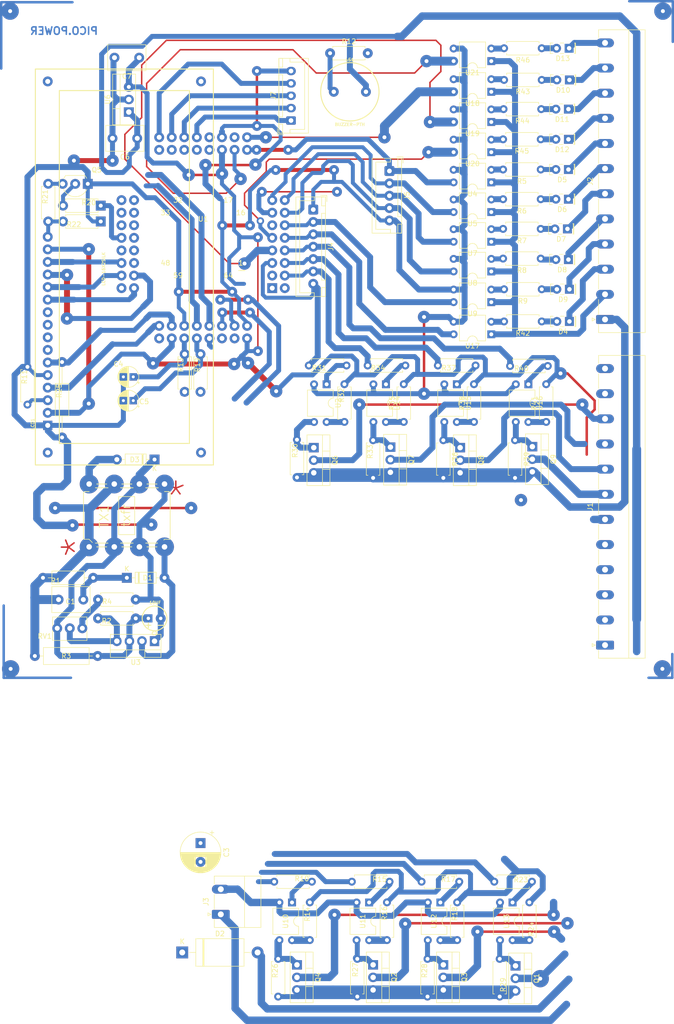
<source format=kicad_pcb>
(kicad_pcb (version 20171130) (host pcbnew "(5.1.6)-1")
  (layers (0 F.Cu signal) (31 B.Cu signal) (34 B.Paste user) (35 F.Paste user) (36 B.SilkS user) (37 F.SilkS user) (38 B.Mask user) (39 F.Mask user) (44 Edge.Cuts user))
  (net 0 "")
  (net 1 GND)
  (net 2 VCC)
  (net 3 "Net-(C1-Pad2)")
  (net 4 "Net-(D1-Pad2)")
  (net 5 +48V)
  (net 6 +12V)
  (net 7 "Net-(R2-Pad2)")
  (net 8 "Net-(D3-Pad2)")
  (net 9 "Net-(R4-Pad2)")
  (net 10 "Net-(Q2-Pad1)")
  (net 11 10)
  (net 12 12)
  (net 13 "Net-(LCD1-Pad3)")
  (net 14 D7)
  (net 15 D6)
  (net 16 D5)
  (net 17 D4)
  (net 18 E)
  (net 19 RS)
  (net 20 "Net-(LS1-Pad-)")
  (net 21 ADC7)
  (net 22 ADC5)
  (net 23 LED-)
  (net 24 "Net-(Q5-Pad3)")
  (net 25 "Net-(Q5-Pad2)")
  (net 26 "Net-(J1-Pad1)")
  (net 27 BKLED)
  (net 28 5)
  (net 29 4)
  (net 30 6)
  (net 31 8)
  (net 32 ENC4)
  (net 33 ENC3)
  (net 34 ENC2)
  (net 35 ENC1)
  (net 36 "Net-(R5-Pad2)")
  (net 37 A1)
  (net 38 +24V)
  (net 39 B1)
  (net 40 A2)
  (net 41 "Net-(R6-Pad2)")
  (net 42 "Net-(R7-Pad2)")
  (net 43 "Net-(R8-Pad2)")
  (net 44 B2)
  (net 45 "Net-(D5-Pad2)")
  (net 46 "Net-(D6-Pad2)")
  (net 47 "Net-(D7-Pad2)")
  (net 48 "Net-(D8-Pad2)")
  (net 49 "Net-(J7-Pad4)")
  (net 50 "Net-(J7-Pad3)")
  (net 51 "Net-(J7-Pad2)")
  (net 52 "Net-(J7-Pad1)")
  (net 53 "Net-(D9-Pad2)")
  (net 54 "Net-(R9-Pad2)")
  (net 55 "Net-(D2-Pad2)")
  (net 56 SW1)
  (net 57 SOL1)
  (net 58 SOL3)
  (net 59 SOL2)
  (net 60 "Net-(Q4-Pad1)")
  (net 61 SOL4)
  (net 62 "Net-(R10-Pad2)")
  (net 63 Q4)
  (net 64 "Net-(R14-Pad1)")
  (net 65 "Net-(R15-Pad2)")
  (net 66 "Net-(R16-Pad1)")
  (net 67 "Net-(Q1-Pad1)")
  (net 68 "Net-(Q3-Pad1)")
  (net 69 Q5)
  (net 70 "Net-(R17-Pad2)")
  (net 71 Q6)
  (net 72 "Net-(R18-Pad1)")
  (net 73 "Net-(R23-Pad2)")
  (net 74 Q7)
  (net 75 "Net-(R24-Pad1)")
  (net 76 SOL8)
  (net 77 "Net-(Q6-Pad1)")
  (net 78 SOL7)
  (net 79 "Net-(Q7-Pad1)")
  (net 80 SOL6)
  (net 81 "Net-(Q8-Pad1)")
  (net 82 SOL5)
  (net 83 "Net-(Q9-Pad1)")
  (net 84 "Net-(R31-Pad2)")
  (net 85 "Net-(R32-Pad1)")
  (net 86 "Net-(R34-Pad2)")
  (net 87 "Net-(R35-Pad1)")
  (net 88 "Net-(R37-Pad2)")
  (net 89 "Net-(R38-Pad1)")
  (net 90 "Net-(R40-Pad2)")
  (net 91 "Net-(R41-Pad1)")
  (net 92 "Net-(D4-Pad2)")
  (net 93 SW2)
  (net 94 "Net-(R42-Pad2)")
  (net 95 "Net-(D10-Pad2)")
  (net 96 SW3)
  (net 97 "Net-(D11-Pad2)")
  (net 98 SW4)
  (net 99 "Net-(D12-Pad2)")
  (net 100 SW5)
  (net 101 "Net-(R43-Pad2)")
  (net 102 "Net-(R44-Pad2)")
  (net 103 "Net-(R45-Pad2)")
  (net 104 7)
  (net 105 9)
  (net 106 19)
  (net 107 18)
  (net 108 "Net-(D13-Pad2)")
  (net 109 SW6)
  (net 110 "Net-(R46-Pad2)")
  (net 111 GND1)
  (module Package_DIP:DIP-4_W7.62mm (layer F.Cu) (at 169 38.8 180)
    (fp_text reference U21 (at 3.81 -2.33) (layer F.SilkS))
    (fp_text value PC817)
    (pad 4 thru_hole oval (at 7.62 0 180) (size 1.6 1.6) (drill 0.8) (layers *.Cu *.Mask) (net 106 19))
    (pad 2 thru_hole oval (at 0 2.54 180) (size 1.6 1.6) (drill 0.8) (layers *.Cu *.Mask) (net 110 "Net-(R46-Pad2)"))
    (pad 3 thru_hole oval (at 7.62 2.54 180) (size 1.6 1.6) (drill 0.8) (layers *.Cu *.Mask) (net 1 GND))
    (pad 1 thru_hole rect (at 0 0 180) (size 1.6 1.6) (drill 0.8) (layers *.Cu *.Mask) (net 38 +24V))
  )
  (module Resistor_THT:R_Axial_DIN0207_L6.3mm_D2.5mm_P7.62mm_Horizontal (layer F.Cu) (at 179.2 36.2 180)
    (fp_text reference R46 (at 3.81 -2.37) (layer F.SilkS))
    (fp_text value 3K3)
    (pad 2 thru_hole oval (at 7.62 0 180) (size 1.6 1.6) (drill 0.8) (layers *.Cu *.Mask) (net 110 "Net-(R46-Pad2)"))
    (pad 1 thru_hole circle (at 0 0 180) (size 1.6 1.6) (drill 0.8) (layers *.Cu *.Mask) (net 108 "Net-(D13-Pad2)"))
  )
  (module LED_THT:LED_Rectangular_W5.0mm_H2.0mm (layer F.Cu) (at 184.74 36.2 180)
    (fp_text reference D13 (at 1.27 -2.06) (layer F.SilkS))
    (fp_text value LED_Small)
    (pad 2 thru_hole circle (at 2.54 0 180) (size 1.8 1.8) (drill 0.9) (layers *.Cu *.Mask) (net 108 "Net-(D13-Pad2)"))
    (pad 1 thru_hole rect (at 0 0 180) (size 1.8 1.8) (drill 0.9) (layers *.Cu *.Mask) (net 109 SW6))
  )
  (module Package_DIP:DIP-4_W7.62mm (layer F.Cu) (at 169 57.2 180)
    (fp_text reference U20 (at 3.81 -2.33) (layer F.SilkS))
    (fp_text value PC817)
    (pad 4 thru_hole oval (at 7.62 0 180) (size 1.6 1.6) (drill 0.8) (layers *.Cu *.Mask) (net 105 9))
    (pad 2 thru_hole oval (at 0 2.54 180) (size 1.6 1.6) (drill 0.8) (layers *.Cu *.Mask) (net 103 "Net-(R45-Pad2)"))
    (pad 3 thru_hole oval (at 7.62 2.54 180) (size 1.6 1.6) (drill 0.8) (layers *.Cu *.Mask) (net 1 GND))
    (pad 1 thru_hole rect (at 0 0 180) (size 1.6 1.6) (drill 0.8) (layers *.Cu *.Mask) (net 38 +24V))
  )
  (module Package_DIP:DIP-4_W7.62mm (layer F.Cu) (at 169 51.1 180)
    (fp_text reference U19 (at 3.81 -2.33) (layer F.SilkS))
    (fp_text value PC817)
    (pad 4 thru_hole oval (at 7.62 0 180) (size 1.6 1.6) (drill 0.8) (layers *.Cu *.Mask) (net 104 7))
    (pad 2 thru_hole oval (at 0 2.54 180) (size 1.6 1.6) (drill 0.8) (layers *.Cu *.Mask) (net 102 "Net-(R44-Pad2)"))
    (pad 3 thru_hole oval (at 7.62 2.54 180) (size 1.6 1.6) (drill 0.8) (layers *.Cu *.Mask) (net 1 GND))
    (pad 1 thru_hole rect (at 0 0 180) (size 1.6 1.6) (drill 0.8) (layers *.Cu *.Mask) (net 38 +24V))
  )
  (module Package_DIP:DIP-4_W7.62mm (layer F.Cu) (at 169 45 180)
    (fp_text reference U18 (at 3.81 -2.33) (layer F.SilkS))
    (fp_text value PC817)
    (pad 4 thru_hole oval (at 7.62 0 180) (size 1.6 1.6) (drill 0.8) (layers *.Cu *.Mask) (net 107 18))
    (pad 2 thru_hole oval (at 0 2.54 180) (size 1.6 1.6) (drill 0.8) (layers *.Cu *.Mask) (net 101 "Net-(R43-Pad2)"))
    (pad 3 thru_hole oval (at 7.62 2.54 180) (size 1.6 1.6) (drill 0.8) (layers *.Cu *.Mask) (net 1 GND))
    (pad 1 thru_hole rect (at 0 0 180) (size 1.6 1.6) (drill 0.8) (layers *.Cu *.Mask) (net 38 +24V))
  )
  (module Resistor_THT:R_Axial_DIN0207_L6.3mm_D2.5mm_P7.62mm_Horizontal (layer F.Cu) (at 179 54.6 180)
    (fp_text reference R45 (at 3.81 -2.37) (layer F.SilkS))
    (fp_text value 3K3)
    (pad 2 thru_hole oval (at 7.62 0 180) (size 1.6 1.6) (drill 0.8) (layers *.Cu *.Mask) (net 103 "Net-(R45-Pad2)"))
    (pad 1 thru_hole circle (at 0 0 180) (size 1.6 1.6) (drill 0.8) (layers *.Cu *.Mask) (net 99 "Net-(D12-Pad2)"))
  )
  (module Resistor_THT:R_Axial_DIN0207_L6.3mm_D2.5mm_P7.62mm_Horizontal (layer F.Cu) (at 179.1 48.5 180)
    (fp_text reference R44 (at 3.81 -2.37) (layer F.SilkS))
    (fp_text value 3K3)
    (pad 2 thru_hole oval (at 7.62 0 180) (size 1.6 1.6) (drill 0.8) (layers *.Cu *.Mask) (net 102 "Net-(R44-Pad2)"))
    (pad 1 thru_hole circle (at 0 0 180) (size 1.6 1.6) (drill 0.8) (layers *.Cu *.Mask) (net 97 "Net-(D11-Pad2)"))
  )
  (module Resistor_THT:R_Axial_DIN0207_L6.3mm_D2.5mm_P7.62mm_Horizontal (layer F.Cu) (at 179.2 42.6 180)
    (fp_text reference R43 (at 3.81 -2.37) (layer F.SilkS))
    (fp_text value 3K3)
    (pad 2 thru_hole oval (at 7.62 0 180) (size 1.6 1.6) (drill 0.8) (layers *.Cu *.Mask) (net 101 "Net-(R43-Pad2)"))
    (pad 1 thru_hole circle (at 0 0 180) (size 1.6 1.6) (drill 0.8) (layers *.Cu *.Mask) (net 95 "Net-(D10-Pad2)"))
  )
  (module LED_THT:LED_Rectangular_W5.0mm_H2.0mm (layer F.Cu) (at 184.6 54.6 180)
    (fp_text reference D12 (at 1.27 -2.06) (layer F.SilkS))
    (fp_text value LED_Small)
    (pad 2 thru_hole circle (at 2.54 0 180) (size 1.8 1.8) (drill 0.9) (layers *.Cu *.Mask) (net 99 "Net-(D12-Pad2)"))
    (pad 1 thru_hole rect (at 0 0 180) (size 1.8 1.8) (drill 0.9) (layers *.Cu *.Mask) (net 100 SW5))
  )
  (module LED_THT:LED_Rectangular_W5.0mm_H2.0mm (layer F.Cu) (at 184.6 48.5 180)
    (fp_text reference D11 (at 1.27 -2.06) (layer F.SilkS))
    (fp_text value LED_Small)
    (pad 2 thru_hole circle (at 2.54 0 180) (size 1.8 1.8) (drill 0.9) (layers *.Cu *.Mask) (net 97 "Net-(D11-Pad2)"))
    (pad 1 thru_hole rect (at 0 0 180) (size 1.8 1.8) (drill 0.9) (layers *.Cu *.Mask) (net 98 SW4))
  )
  (module LED_THT:LED_Rectangular_W5.0mm_H2.0mm (layer F.Cu) (at 184.8 42.6 180)
    (fp_text reference D10 (at 1.27 -2.06) (layer F.SilkS))
    (fp_text value LED_Small)
    (pad 2 thru_hole circle (at 2.54 0 180) (size 1.8 1.8) (drill 0.9) (layers *.Cu *.Mask) (net 95 "Net-(D10-Pad2)"))
    (pad 1 thru_hole rect (at 0 0 180) (size 1.8 1.8) (drill 0.9) (layers *.Cu *.Mask) (net 96 SW3))
  )
  (module Package_DIP:DIP-4_W7.62mm (layer F.Cu) (at 169 94 180)
    (fp_text reference U17 (at 3.81 -2.33) (layer F.SilkS))
    (fp_text value PC817)
    (pad 4 thru_hole oval (at 7.62 0 180) (size 1.6 1.6) (drill 0.8) (layers *.Cu *.Mask) (net 11 10))
    (pad 2 thru_hole oval (at 0 2.54 180) (size 1.6 1.6) (drill 0.8) (layers *.Cu *.Mask) (net 94 "Net-(R42-Pad2)"))
    (pad 3 thru_hole oval (at 7.62 2.54 180) (size 1.6 1.6) (drill 0.8) (layers *.Cu *.Mask) (net 1 GND))
    (pad 1 thru_hole rect (at 0 0 180) (size 1.6 1.6) (drill 0.8) (layers *.Cu *.Mask) (net 38 +24V))
  )
  (module Resistor_THT:R_Axial_DIN0207_L6.3mm_D2.5mm_P7.62mm_Horizontal (layer F.Cu) (at 179.2 91.4 180)
    (fp_text reference R42 (at 3.81 -2.37) (layer F.SilkS))
    (fp_text value 3K3)
    (pad 2 thru_hole oval (at 7.62 0 180) (size 1.6 1.6) (drill 0.8) (layers *.Cu *.Mask) (net 94 "Net-(R42-Pad2)"))
    (pad 1 thru_hole circle (at 0 0 180) (size 1.6 1.6) (drill 0.8) (layers *.Cu *.Mask) (net 92 "Net-(D4-Pad2)"))
  )
  (module LED_THT:LED_Rectangular_W5.0mm_H2.0mm (layer F.Cu) (at 184.8 91.4 180)
    (fp_text reference D4 (at 1.27 -2.06) (layer F.SilkS))
    (fp_text value LED_Small)
    (pad 2 thru_hole circle (at 2.54 0 180) (size 1.8 1.8) (drill 0.9) (layers *.Cu *.Mask) (net 92 "Net-(D4-Pad2)"))
    (pad 1 thru_hole rect (at 0 0 180) (size 1.8 1.8) (drill 0.9) (layers *.Cu *.Mask) (net 93 SW2))
  )
  (module Connector_Phoenix_MC_HighVoltage:PhoenixContact_MC_1,5_2-G-5.08_1x02_P5.08mm_Horizontal (layer F.Cu) (at 114.3 211.2 90)
    (fp_text reference J3 (at 2.54 -3 90) (layer F.SilkS))
    (fp_text value Conn_01x02)
    (pad 2 thru_hole oval (at 5.08 0 90) (size 1.8 3.6) (drill 1.2) (layers *.Cu *.Mask) (net 1 GND))
    (pad 1 thru_hole roundrect (at 0 0 90) (size 1.8 3.6) (drill 1.2) (layers *.Cu *.Mask) (roundrect_rratio 0.138889) (net 26 "Net-(J1-Pad1)"))
  )
  (module Capacitor_THT:CP_Radial_D8.0mm_P3.80mm (layer F.Cu) (at 110.2 196.8 270)
    (fp_text reference C3 (at 1.9 -5.25 90) (layer F.SilkS))
    (fp_text value 100uF)
    (pad 2 thru_hole circle (at 3.8 0 270) (size 2 2) (drill 0.8) (layers *.Cu *.Mask) (net 1 GND))
    (pad 1 thru_hole rect (at 0 0 270) (size 2 2) (drill 0.8) (layers *.Cu *.Mask) (net 6 +12V))
  )
  (module Package_DIP:DIP-4_W7.62mm (layer F.Cu) (at 176.5 104.1 270)
    (fp_text reference U16 (at 3.81 -2.33 90) (layer F.SilkS))
    (fp_text value PC817)
    (pad 4 thru_hole oval (at 7.62 0 270) (size 1.6 1.6) (drill 0.8) (layers *.Cu *.Mask) (net 91 "Net-(R41-Pad1)"))
    (pad 2 thru_hole oval (at 0 2.54 270) (size 1.6 1.6) (drill 0.8) (layers *.Cu *.Mask) (net 1 GND))
    (pad 3 thru_hole oval (at 7.62 2.54 270) (size 1.6 1.6) (drill 0.8) (layers *.Cu *.Mask) (net 83 "Net-(Q9-Pad1)"))
    (pad 1 thru_hole rect (at 0 0 270) (size 1.6 1.6) (drill 0.8) (layers *.Cu *.Mask) (net 90 "Net-(R40-Pad2)"))
  )
  (module Package_DIP:DIP-4_W7.62mm (layer F.Cu) (at 162.04 104.1 270)
    (fp_text reference U15 (at 3.81 -2.33 90) (layer F.SilkS))
    (fp_text value PC817)
    (pad 4 thru_hole oval (at 7.62 0 270) (size 1.6 1.6) (drill 0.8) (layers *.Cu *.Mask) (net 89 "Net-(R38-Pad1)"))
    (pad 2 thru_hole oval (at 0 2.54 270) (size 1.6 1.6) (drill 0.8) (layers *.Cu *.Mask) (net 1 GND))
    (pad 3 thru_hole oval (at 7.62 2.54 270) (size 1.6 1.6) (drill 0.8) (layers *.Cu *.Mask) (net 81 "Net-(Q8-Pad1)"))
    (pad 1 thru_hole rect (at 0 0 270) (size 1.6 1.6) (drill 0.8) (layers *.Cu *.Mask) (net 88 "Net-(R37-Pad2)"))
  )
  (module Package_DIP:DIP-4_W7.62mm (layer F.Cu) (at 147.7 104.1 270)
    (fp_text reference U14 (at 3.81 -2.33 90) (layer F.SilkS))
    (fp_text value PC817)
    (pad 4 thru_hole oval (at 7.62 0 270) (size 1.6 1.6) (drill 0.8) (layers *.Cu *.Mask) (net 87 "Net-(R35-Pad1)"))
    (pad 2 thru_hole oval (at 0 2.54 270) (size 1.6 1.6) (drill 0.8) (layers *.Cu *.Mask) (net 1 GND))
    (pad 3 thru_hole oval (at 7.62 2.54 270) (size 1.6 1.6) (drill 0.8) (layers *.Cu *.Mask) (net 79 "Net-(Q7-Pad1)"))
    (pad 1 thru_hole rect (at 0 0 270) (size 1.6 1.6) (drill 0.8) (layers *.Cu *.Mask) (net 86 "Net-(R34-Pad2)"))
  )
  (module Package_DIP:DIP-4_W7.62mm (layer F.Cu) (at 135.7 104.1 270)
    (fp_text reference U2 (at 3.81 -2.33 90) (layer F.SilkS))
    (fp_text value PC817)
    (pad 4 thru_hole oval (at 7.62 0 270) (size 1.6 1.6) (drill 0.8) (layers *.Cu *.Mask) (net 85 "Net-(R32-Pad1)"))
    (pad 2 thru_hole oval (at 0 2.54 270) (size 1.6 1.6) (drill 0.8) (layers *.Cu *.Mask) (net 1 GND))
    (pad 3 thru_hole oval (at 7.62 2.54 270) (size 1.6 1.6) (drill 0.8) (layers *.Cu *.Mask) (net 77 "Net-(Q6-Pad1)"))
    (pad 1 thru_hole rect (at 0 0 270) (size 1.6 1.6) (drill 0.8) (layers *.Cu *.Mask) (net 84 "Net-(R31-Pad2)"))
  )
  (module Resistor_THT:R_Axial_DIN0207_L6.3mm_D2.5mm_P7.62mm_Horizontal (layer F.Cu) (at 180.1 111.7 90)
    (fp_text reference R41 (at 3.81 -2.37 90) (layer F.SilkS))
    (fp_text value 270E)
    (pad 2 thru_hole oval (at 7.62 0 90) (size 1.6 1.6) (drill 0.8) (layers *.Cu *.Mask) (net 2 VCC))
    (pad 1 thru_hole circle (at 0 0 90) (size 1.6 1.6) (drill 0.8) (layers *.Cu *.Mask) (net 91 "Net-(R41-Pad1)"))
  )
  (module Resistor_THT:R_Axial_DIN0207_L6.3mm_D2.5mm_P7.62mm_Horizontal (layer F.Cu) (at 172.8 100.4)
    (fp_text reference R40 (at 2.3 0.5) (layer F.SilkS))
    (fp_text value 270E)
    (pad 2 thru_hole oval (at 7.62 0) (size 1.6 1.6) (drill 0.8) (layers *.Cu *.Mask) (net 90 "Net-(R40-Pad2)"))
    (pad 1 thru_hole circle (at 0 0) (size 1.6 1.6) (drill 0.8) (layers *.Cu *.Mask) (net 31 8))
  )
  (module Resistor_THT:R_Axial_DIN0207_L6.3mm_D2.5mm_P7.62mm_Horizontal (layer F.Cu) (at 173.8 115.4 270)
    (fp_text reference R39 (at 3.81 -2.37 90) (layer F.SilkS))
    (fp_text value 100K)
    (pad 2 thru_hole oval (at 7.62 0 270) (size 1.6 1.6) (drill 0.8) (layers *.Cu *.Mask) (net 111 GND1))
    (pad 1 thru_hole circle (at 0 0 270) (size 1.6 1.6) (drill 0.8) (layers *.Cu *.Mask) (net 83 "Net-(Q9-Pad1)"))
  )
  (module Resistor_THT:R_Axial_DIN0207_L6.3mm_D2.5mm_P7.62mm_Horizontal (layer F.Cu) (at 165.5 111.7 90)
    (fp_text reference R38 (at 3.81 -2.37 90) (layer F.SilkS))
    (fp_text value 270E)
    (pad 2 thru_hole oval (at 7.62 0 90) (size 1.6 1.6) (drill 0.8) (layers *.Cu *.Mask) (net 2 VCC))
    (pad 1 thru_hole circle (at 0 0 90) (size 1.6 1.6) (drill 0.8) (layers *.Cu *.Mask) (net 89 "Net-(R38-Pad1)"))
  )
  (module Resistor_THT:R_Axial_DIN0207_L6.3mm_D2.5mm_P7.62mm_Horizontal (layer F.Cu) (at 158.2 100.3)
    (fp_text reference R37 (at 2.2 0.5) (layer F.SilkS))
    (fp_text value 270E)
    (pad 2 thru_hole oval (at 7.62 0) (size 1.6 1.6) (drill 0.8) (layers *.Cu *.Mask) (net 88 "Net-(R37-Pad2)"))
    (pad 1 thru_hole circle (at 0 0) (size 1.6 1.6) (drill 0.8) (layers *.Cu *.Mask) (net 30 6))
  )
  (module Resistor_THT:R_Axial_DIN0207_L6.3mm_D2.5mm_P7.62mm_Horizontal (layer F.Cu) (at 159.3 115.4 270)
    (fp_text reference R36 (at 3.81 -2.37 90) (layer F.SilkS))
    (fp_text value 100K)
    (pad 2 thru_hole oval (at 7.62 0 270) (size 1.6 1.6) (drill 0.8) (layers *.Cu *.Mask) (net 111 GND1))
    (pad 1 thru_hole circle (at 0 0 270) (size 1.6 1.6) (drill 0.8) (layers *.Cu *.Mask) (net 81 "Net-(Q8-Pad1)"))
  )
  (module Resistor_THT:R_Axial_DIN0207_L6.3mm_D2.5mm_P7.62mm_Horizontal (layer F.Cu) (at 151.3 111.7 90)
    (fp_text reference R35 (at 3.81 -2.37 90) (layer F.SilkS))
    (fp_text value 270E)
    (pad 2 thru_hole oval (at 7.62 0 90) (size 1.6 1.6) (drill 0.8) (layers *.Cu *.Mask) (net 2 VCC))
    (pad 1 thru_hole circle (at 0 0 90) (size 1.6 1.6) (drill 0.8) (layers *.Cu *.Mask) (net 87 "Net-(R35-Pad1)"))
  )
  (module Resistor_THT:R_Axial_DIN0207_L6.3mm_D2.5mm_P7.62mm_Horizontal (layer F.Cu) (at 144 100.3)
    (fp_text reference R34 (at 2.1 0.5) (layer F.SilkS))
    (fp_text value 270E)
    (pad 2 thru_hole oval (at 7.62 0) (size 1.6 1.6) (drill 0.8) (layers *.Cu *.Mask) (net 86 "Net-(R34-Pad2)"))
    (pad 1 thru_hole circle (at 0 0) (size 1.6 1.6) (drill 0.8) (layers *.Cu *.Mask) (net 29 4))
  )
  (module Resistor_THT:R_Axial_DIN0207_L6.3mm_D2.5mm_P7.62mm_Horizontal (layer F.Cu) (at 145.1 115.4 270)
    (fp_text reference R33 (at 2.3 0.6 90) (layer F.SilkS))
    (fp_text value 100K)
    (pad 2 thru_hole oval (at 7.62 0 270) (size 1.6 1.6) (drill 0.8) (layers *.Cu *.Mask) (net 111 GND1))
    (pad 1 thru_hole circle (at 0 0 270) (size 1.6 1.6) (drill 0.8) (layers *.Cu *.Mask) (net 79 "Net-(Q7-Pad1)"))
  )
  (module Resistor_THT:R_Axial_DIN0207_L6.3mm_D2.5mm_P7.62mm_Horizontal (layer F.Cu) (at 139.3 111.7 90)
    (fp_text reference R32 (at 5.4 -0.6 90) (layer F.SilkS))
    (fp_text value 270E)
    (pad 2 thru_hole oval (at 7.62 0 90) (size 1.6 1.6) (drill 0.8) (layers *.Cu *.Mask) (net 2 VCC))
    (pad 1 thru_hole circle (at 0 0 90) (size 1.6 1.6) (drill 0.8) (layers *.Cu *.Mask) (net 85 "Net-(R32-Pad1)"))
  )
  (module Resistor_THT:R_Axial_DIN0207_L6.3mm_D2.5mm_P7.62mm_Horizontal (layer F.Cu) (at 132.1 100.3)
    (fp_text reference R31 (at 2.1 0.5) (layer F.SilkS))
    (fp_text value 270E)
    (pad 2 thru_hole oval (at 7.62 0) (size 1.6 1.6) (drill 0.8) (layers *.Cu *.Mask) (net 84 "Net-(R31-Pad2)"))
    (pad 1 thru_hole circle (at 0 0) (size 1.6 1.6) (drill 0.8) (layers *.Cu *.Mask) (net 28 5))
  )
  (module Resistor_THT:R_Axial_DIN0207_L6.3mm_D2.5mm_P7.62mm_Horizontal (layer F.Cu) (at 129.7 115.3 270)
    (fp_text reference R30 (at 2.2 0.4 90) (layer F.SilkS))
    (fp_text value 100K)
    (pad 2 thru_hole oval (at 7.62 0 270) (size 1.6 1.6) (drill 0.8) (layers *.Cu *.Mask) (net 111 GND1))
    (pad 1 thru_hole circle (at 0 0 270) (size 1.6 1.6) (drill 0.8) (layers *.Cu *.Mask) (net 77 "Net-(Q6-Pad1)"))
  )
  (module Package_TO_SOT_THT:TO-220-3_Vertical (layer F.Cu) (at 177.3 116.7 270)
    (fp_text reference Q9 (at 2.54 -4.27 90) (layer F.SilkS))
    (fp_text value TIP122)
    (pad 3 thru_hole oval (at 5.08 0 270) (size 1.905 2) (drill 1.1) (layers *.Cu *.Mask) (net 111 GND1))
    (pad 2 thru_hole oval (at 2.54 0 270) (size 1.905 2) (drill 1.1) (layers *.Cu *.Mask) (net 82 SOL5))
    (pad 1 thru_hole rect (at 0 0 270) (size 1.905 2) (drill 1.1) (layers *.Cu *.Mask) (net 83 "Net-(Q9-Pad1)"))
  )
  (module Package_TO_SOT_THT:TO-220-3_Vertical (layer F.Cu) (at 162.7 116.9 270)
    (fp_text reference Q8 (at 2.54 -4.27 90) (layer F.SilkS))
    (fp_text value TIP122)
    (pad 3 thru_hole oval (at 5.08 0 270) (size 1.905 2) (drill 1.1) (layers *.Cu *.Mask) (net 111 GND1))
    (pad 2 thru_hole oval (at 2.54 0 270) (size 1.905 2) (drill 1.1) (layers *.Cu *.Mask) (net 80 SOL6))
    (pad 1 thru_hole rect (at 0 0 270) (size 1.905 2) (drill 1.1) (layers *.Cu *.Mask) (net 81 "Net-(Q8-Pad1)"))
  )
  (module Package_TO_SOT_THT:TO-220-3_Vertical (layer F.Cu) (at 148.6 116.8 270)
    (fp_text reference Q7 (at 2.54 -4.27 90) (layer F.SilkS))
    (fp_text value TIP122)
    (pad 3 thru_hole oval (at 5.08 0 270) (size 1.905 2) (drill 1.1) (layers *.Cu *.Mask) (net 111 GND1))
    (pad 2 thru_hole oval (at 2.54 0 270) (size 1.905 2) (drill 1.1) (layers *.Cu *.Mask) (net 78 SOL7))
    (pad 1 thru_hole rect (at 0 0 270) (size 1.905 2) (drill 1.1) (layers *.Cu *.Mask) (net 79 "Net-(Q7-Pad1)"))
  )
  (module Package_TO_SOT_THT:TO-220-3_Vertical (layer F.Cu) (at 133.1 116.9 270)
    (fp_text reference Q6 (at 2.54 -4.27 90) (layer F.SilkS))
    (fp_text value TIP122)
    (pad 3 thru_hole oval (at 5.08 0 270) (size 1.905 2) (drill 1.1) (layers *.Cu *.Mask) (net 111 GND1))
    (pad 2 thru_hole oval (at 2.54 0 270) (size 1.905 2) (drill 1.1) (layers *.Cu *.Mask) (net 76 SOL8))
    (pad 1 thru_hole rect (at 0 0 270) (size 1.905 2) (drill 1.1) (layers *.Cu *.Mask) (net 77 "Net-(Q6-Pad1)"))
  )
  (module Connector_JST:JST_XH_B5B-XH-A_1x05_P2.50mm_Vertical (layer F.Cu) (at 148.4 61 270)
    (fp_text reference J5 (at 5 -3.55 90) (layer F.SilkS))
    (fp_text value Conn_01x05)
    (pad 5 thru_hole oval (at 10 0 270) (size 2 2) (drill 0.95) (layers *.Cu *.Mask) (net 1 GND))
    (pad 4 thru_hole oval (at 7.5 0 270) (size 2 2) (drill 0.95) (layers *.Cu *.Mask) (net 35 ENC1))
    (pad 3 thru_hole oval (at 5 0 270) (size 2 2) (drill 0.95) (layers *.Cu *.Mask) (net 33 ENC3))
    (pad 2 thru_hole oval (at 2.5 0 270) (size 2 2) (drill 0.95) (layers *.Cu *.Mask) (net 34 ENC2))
    (pad 1 thru_hole roundrect (at 0 0 270) (size 2 2) (drill 0.95) (layers *.Cu *.Mask) (roundrect_rratio 0.147) (net 32 ENC4))
  )
  (module Resistor_THT:R_Axial_DIN0207_L6.3mm_D2.5mm_P7.62mm_Horizontal (layer F.Cu) (at 170.7 220.2 270)
    (fp_text reference R29 (at 5.23 -0.7 90) (layer F.SilkS))
    (fp_text value 100K)
    (pad 2 thru_hole oval (at 7.62 0 270) (size 1.6 1.6) (drill 0.8) (layers *.Cu *.Mask) (net 111 GND1))
    (pad 1 thru_hole circle (at 0 0 270) (size 1.6 1.6) (drill 0.8) (layers *.Cu *.Mask) (net 67 "Net-(Q1-Pad1)"))
  )
  (module Resistor_THT:R_Axial_DIN0207_L6.3mm_D2.5mm_P7.62mm_Horizontal (layer F.Cu) (at 156.1 220.2 270)
    (fp_text reference R28 (at 2.4 0.6 90) (layer F.SilkS))
    (fp_text value 100K)
    (pad 2 thru_hole oval (at 7.62 0 270) (size 1.6 1.6) (drill 0.8) (layers *.Cu *.Mask) (net 111 GND1))
    (pad 1 thru_hole circle (at 0 0 270) (size 1.6 1.6) (drill 0.8) (layers *.Cu *.Mask) (net 68 "Net-(Q3-Pad1)"))
  )
  (module Resistor_THT:R_Axial_DIN0207_L6.3mm_D2.5mm_P7.62mm_Horizontal (layer F.Cu) (at 141.9 220.2 270)
    (fp_text reference R27 (at 2.2 0.4 90) (layer F.SilkS))
    (fp_text value 100K)
    (pad 2 thru_hole oval (at 7.62 0 270) (size 1.6 1.6) (drill 0.8) (layers *.Cu *.Mask) (net 111 GND1))
    (pad 1 thru_hole circle (at 0 0 270) (size 1.6 1.6) (drill 0.8) (layers *.Cu *.Mask) (net 10 "Net-(Q2-Pad1)"))
  )
  (module Resistor_THT:R_Axial_DIN0207_L6.3mm_D2.5mm_P7.62mm_Horizontal (layer F.Cu) (at 125.9 220.2 270)
    (fp_text reference R26 (at 2.4 0.6 90) (layer F.SilkS))
    (fp_text value 100K)
    (pad 2 thru_hole oval (at 7.62 0 270) (size 1.6 1.6) (drill 0.8) (layers *.Cu *.Mask) (net 111 GND1))
    (pad 1 thru_hole circle (at 0 0 270) (size 1.6 1.6) (drill 0.8) (layers *.Cu *.Mask) (net 60 "Net-(Q4-Pad1)"))
  )
  (module Package_DIP:DIP-4_W7.62mm (layer F.Cu) (at 173.3 208.8 270)
    (fp_text reference U13 (at 3.81 1.2 90) (layer F.SilkS))
    (fp_text value PC817)
    (pad 4 thru_hole oval (at 7.62 0 270) (size 1.6 1.6) (drill 0.8) (layers *.Cu *.Mask) (net 75 "Net-(R24-Pad1)"))
    (pad 2 thru_hole oval (at 0 2.54 270) (size 1.6 1.6) (drill 0.8) (layers *.Cu *.Mask) (net 1 GND))
    (pad 3 thru_hole oval (at 7.62 2.54 270) (size 1.6 1.6) (drill 0.8) (layers *.Cu *.Mask) (net 67 "Net-(Q1-Pad1)"))
    (pad 1 thru_hole rect (at 0 0 270) (size 1.6 1.6) (drill 0.8) (layers *.Cu *.Mask) (net 73 "Net-(R23-Pad2)"))
  )
  (module Resistor_THT:R_Axial_DIN0207_L6.3mm_D2.5mm_P7.62mm_Horizontal (layer F.Cu) (at 176.7 216.4 90)
    (fp_text reference R24 (at 2.2 0.4 90) (layer F.SilkS))
    (fp_text value 270E)
    (pad 2 thru_hole oval (at 7.62 0 90) (size 1.6 1.6) (drill 0.8) (layers *.Cu *.Mask) (net 2 VCC))
    (pad 1 thru_hole circle (at 0 0 90) (size 1.6 1.6) (drill 0.8) (layers *.Cu *.Mask) (net 75 "Net-(R24-Pad1)"))
  )
  (module Resistor_THT:R_Axial_DIN0207_L6.3mm_D2.5mm_P7.62mm_Horizontal (layer F.Cu) (at 169.6 204.6)
    (fp_text reference R23 (at 5.4 -0.4) (layer F.SilkS))
    (fp_text value 270E)
    (pad 2 thru_hole oval (at 7.62 0) (size 1.6 1.6) (drill 0.8) (layers *.Cu *.Mask) (net 73 "Net-(R23-Pad2)"))
    (pad 1 thru_hole circle (at 0 0) (size 1.6 1.6) (drill 0.8) (layers *.Cu *.Mask) (net 63 Q4))
  )
  (module Package_DIP:DIP-4_W7.62mm (layer F.Cu) (at 158.7 208.8 270)
    (fp_text reference U12 (at 3.8 1.3 90) (layer F.SilkS))
    (fp_text value PC817)
    (pad 4 thru_hole oval (at 7.62 0 270) (size 1.6 1.6) (drill 0.8) (layers *.Cu *.Mask) (net 72 "Net-(R18-Pad1)"))
    (pad 2 thru_hole oval (at 0 2.54 270) (size 1.6 1.6) (drill 0.8) (layers *.Cu *.Mask) (net 1 GND))
    (pad 3 thru_hole oval (at 7.62 2.54 270) (size 1.6 1.6) (drill 0.8) (layers *.Cu *.Mask) (net 68 "Net-(Q3-Pad1)"))
    (pad 1 thru_hole rect (at 0 0 270) (size 1.6 1.6) (drill 0.8) (layers *.Cu *.Mask) (net 70 "Net-(R17-Pad2)"))
  )
  (module Resistor_THT:R_Axial_DIN0207_L6.3mm_D2.5mm_P7.62mm_Horizontal (layer F.Cu) (at 162.1 216.4 90)
    (fp_text reference R18 (at 5.3 -0.5 90) (layer F.SilkS))
    (fp_text value 270E)
    (pad 2 thru_hole oval (at 7.62 0 90) (size 1.6 1.6) (drill 0.8) (layers *.Cu *.Mask) (net 2 VCC))
    (pad 1 thru_hole circle (at 0 0 90) (size 1.6 1.6) (drill 0.8) (layers *.Cu *.Mask) (net 72 "Net-(R18-Pad1)"))
  )
  (module Resistor_THT:R_Axial_DIN0207_L6.3mm_D2.5mm_P7.62mm_Horizontal (layer F.Cu) (at 154.9 204.6)
    (fp_text reference R17 (at 5.4 -0.5) (layer F.SilkS))
    (fp_text value 270E)
    (pad 2 thru_hole oval (at 7.62 0) (size 1.6 1.6) (drill 0.8) (layers *.Cu *.Mask) (net 70 "Net-(R17-Pad2)"))
    (pad 1 thru_hole circle (at 0 0) (size 1.6 1.6) (drill 0.8) (layers *.Cu *.Mask) (net 69 Q5))
  )
  (module Package_DIP:DIP-4_W7.62mm (layer F.Cu) (at 144.3 208.8 270)
    (fp_text reference U11 (at 3.81 1.3 90) (layer F.SilkS))
    (fp_text value PC817)
    (pad 4 thru_hole oval (at 7.62 0 270) (size 1.6 1.6) (drill 0.8) (layers *.Cu *.Mask) (net 66 "Net-(R16-Pad1)"))
    (pad 2 thru_hole oval (at 0 2.54 270) (size 1.6 1.6) (drill 0.8) (layers *.Cu *.Mask) (net 1 GND))
    (pad 3 thru_hole oval (at 7.62 2.54 270) (size 1.6 1.6) (drill 0.8) (layers *.Cu *.Mask) (net 10 "Net-(Q2-Pad1)"))
    (pad 1 thru_hole rect (at 0 0 270) (size 1.6 1.6) (drill 0.8) (layers *.Cu *.Mask) (net 65 "Net-(R15-Pad2)"))
  )
  (module Resistor_THT:R_Axial_DIN0207_L6.3mm_D2.5mm_P7.62mm_Horizontal (layer F.Cu) (at 147.9 216.4 90)
    (fp_text reference R16 (at 5.4 -0.5 90) (layer F.SilkS))
    (fp_text value 270E)
    (pad 2 thru_hole oval (at 7.62 0 90) (size 1.6 1.6) (drill 0.8) (layers *.Cu *.Mask) (net 2 VCC))
    (pad 1 thru_hole circle (at 0 0 90) (size 1.6 1.6) (drill 0.8) (layers *.Cu *.Mask) (net 66 "Net-(R16-Pad1)"))
  )
  (module Resistor_THT:R_Axial_DIN0207_L6.3mm_D2.5mm_P7.62mm_Horizontal (layer F.Cu) (at 140.8 204.6)
    (fp_text reference R15 (at 5.6 -0.5) (layer F.SilkS))
    (fp_text value 270E)
    (pad 2 thru_hole oval (at 7.62 0) (size 1.6 1.6) (drill 0.8) (layers *.Cu *.Mask) (net 65 "Net-(R15-Pad2)"))
    (pad 1 thru_hole circle (at 0 0) (size 1.6 1.6) (drill 0.8) (layers *.Cu *.Mask) (net 71 Q6))
  )
  (module Package_TO_SOT_THT:TO-220-3_Vertical (layer F.Cu) (at 129.7 221.4 270)
    (fp_text reference Q4 (at 2.54 -4.27 90) (layer F.SilkS))
    (fp_text value TIP122)
    (pad 3 thru_hole oval (at 5.08 0 270) (size 1.905 2) (drill 1.1) (layers *.Cu *.Mask) (net 111 GND1))
    (pad 2 thru_hole oval (at 2.54 0 270) (size 1.905 2) (drill 1.1) (layers *.Cu *.Mask) (net 61 SOL4))
    (pad 1 thru_hole rect (at 0 0 270) (size 1.905 2) (drill 1.1) (layers *.Cu *.Mask) (net 60 "Net-(Q4-Pad1)"))
  )
  (module Resistor_THT:R_Axial_DIN0207_L6.3mm_D2.5mm_P7.62mm_Horizontal (layer F.Cu) (at 132.3 216.4 90)
    (fp_text reference R14 (at 5.2 -0.5 90) (layer F.SilkS))
    (fp_text value 270E)
    (pad 2 thru_hole oval (at 7.62 0 90) (size 1.6 1.6) (drill 0.8) (layers *.Cu *.Mask) (net 2 VCC))
    (pad 1 thru_hole circle (at 0 0 90) (size 1.6 1.6) (drill 0.8) (layers *.Cu *.Mask) (net 64 "Net-(R14-Pad1)"))
  )
  (module Package_DIP:DIP-4_W7.62mm (layer F.Cu) (at 128.7 208.8 270)
    (fp_text reference U10 (at 3.81 1.3 90) (layer F.SilkS))
    (fp_text value PC817)
    (pad 4 thru_hole oval (at 7.62 0 270) (size 1.6 1.6) (drill 0.8) (layers *.Cu *.Mask) (net 64 "Net-(R14-Pad1)"))
    (pad 2 thru_hole oval (at 0 2.54 270) (size 1.6 1.6) (drill 0.8) (layers *.Cu *.Mask) (net 1 GND))
    (pad 3 thru_hole oval (at 7.62 2.54 270) (size 1.6 1.6) (drill 0.8) (layers *.Cu *.Mask) (net 60 "Net-(Q4-Pad1)"))
    (pad 1 thru_hole rect (at 0 0 270) (size 1.6 1.6) (drill 0.8) (layers *.Cu *.Mask) (net 62 "Net-(R10-Pad2)"))
  )
  (module Resistor_THT:R_Axial_DIN0207_L6.3mm_D2.5mm_P7.62mm_Horizontal (layer F.Cu) (at 125.1 204.6)
    (fp_text reference R10 (at 5.6 -0.6) (layer F.SilkS))
    (fp_text value 270E)
    (pad 2 thru_hole oval (at 7.62 0) (size 1.6 1.6) (drill 0.8) (layers *.Cu *.Mask) (net 62 "Net-(R10-Pad2)"))
    (pad 1 thru_hole circle (at 0 0) (size 1.6 1.6) (drill 0.8) (layers *.Cu *.Mask) (net 74 Q7))
  )
  (module Package_TO_SOT_THT:TO-220-3_Vertical (layer F.Cu) (at 159.3 221.4 270)
    (fp_text reference Q3 (at 2.54 -4.27 90) (layer F.SilkS))
    (fp_text value TIP122)
    (pad 3 thru_hole oval (at 5.08 0 270) (size 1.905 2) (drill 1.1) (layers *.Cu *.Mask) (net 111 GND1))
    (pad 2 thru_hole oval (at 2.54 0 270) (size 1.905 2) (drill 1.1) (layers *.Cu *.Mask) (net 59 SOL2))
    (pad 1 thru_hole rect (at 0 0 270) (size 1.905 2) (drill 1.1) (layers *.Cu *.Mask) (net 68 "Net-(Q3-Pad1)"))
  )
  (module Package_TO_SOT_THT:TO-220-3_Vertical (layer F.Cu) (at 145.1 221.4 270)
    (fp_text reference Q2 (at 2.54 -4.27 90) (layer F.SilkS))
    (fp_text value TIP122)
    (pad 3 thru_hole oval (at 5.08 0 270) (size 1.905 2) (drill 1.1) (layers *.Cu *.Mask) (net 111 GND1))
    (pad 2 thru_hole oval (at 2.54 0 270) (size 1.905 2) (drill 1.1) (layers *.Cu *.Mask) (net 58 SOL3))
    (pad 1 thru_hole rect (at 0 0 270) (size 1.905 2) (drill 1.1) (layers *.Cu *.Mask) (net 10 "Net-(Q2-Pad1)"))
  )
  (module Package_TO_SOT_THT:TO-220-3_Vertical (layer F.Cu) (at 173.9 221.6 270)
    (fp_text reference Q1 (at 2.54 -4.27 90) (layer F.SilkS))
    (fp_text value TIP122)
    (pad 3 thru_hole oval (at 5.08 0 270) (size 1.905 2) (drill 1.1) (layers *.Cu *.Mask) (net 111 GND1))
    (pad 2 thru_hole oval (at 2.54 0 270) (size 1.905 2) (drill 1.1) (layers *.Cu *.Mask) (net 57 SOL1))
    (pad 1 thru_hole rect (at 0 0 270) (size 1.905 2) (drill 1.1) (layers *.Cu *.Mask) (net 67 "Net-(Q1-Pad1)"))
  )
  (module Package_DIP:DIP-4_W7.62mm (layer F.Cu) (at 169 87.5 180)
    (fp_text reference U9 (at 3.81 -2.33) (layer F.SilkS))
    (fp_text value PC817)
    (pad 4 thru_hole oval (at 7.62 0 180) (size 1.6 1.6) (drill 0.8) (layers *.Cu *.Mask) (net 12 12))
    (pad 2 thru_hole oval (at 0 2.54 180) (size 1.6 1.6) (drill 0.8) (layers *.Cu *.Mask) (net 54 "Net-(R9-Pad2)"))
    (pad 3 thru_hole oval (at 7.62 2.54 180) (size 1.6 1.6) (drill 0.8) (layers *.Cu *.Mask) (net 1 GND))
    (pad 1 thru_hole rect (at 0 0 180) (size 1.6 1.6) (drill 0.8) (layers *.Cu *.Mask) (net 38 +24V))
  )
  (module Resistor_THT:R_Axial_DIN0207_L6.3mm_D2.5mm_P7.62mm_Horizontal (layer F.Cu) (at 179.2 84.9 180)
    (fp_text reference R9 (at 3.81 -2.37) (layer F.SilkS))
    (fp_text value 3K3)
    (pad 2 thru_hole oval (at 7.62 0 180) (size 1.6 1.6) (drill 0.8) (layers *.Cu *.Mask) (net 54 "Net-(R9-Pad2)"))
    (pad 1 thru_hole circle (at 0 0 180) (size 1.6 1.6) (drill 0.8) (layers *.Cu *.Mask) (net 53 "Net-(D9-Pad2)"))
  )
  (module LED_THT:LED_Rectangular_W5.0mm_H2.0mm (layer F.Cu) (at 184.8 84.9 180)
    (fp_text reference D9 (at 1.27 -2.06) (layer F.SilkS))
    (fp_text value LED_Small)
    (pad 2 thru_hole circle (at 2.54 0 180) (size 1.8 1.8) (drill 0.9) (layers *.Cu *.Mask) (net 53 "Net-(D9-Pad2)"))
    (pad 1 thru_hole rect (at 0 0 180) (size 1.8 1.8) (drill 0.9) (layers *.Cu *.Mask) (net 56 SW1))
  )
  (module Connector_JST:JST_XH_B5B-XH-A_1x05_P2.50mm_Vertical (layer F.Cu) (at 128.5 50.8 90)
    (fp_text reference J7 (at 5 -3.55 90) (layer F.SilkS))
    (fp_text value Conn_01x05)
    (pad 5 thru_hole oval (at 10 0 90) (size 1.7 1.95) (drill 0.95) (layers *.Cu *.Mask) (net 1 GND))
    (pad 4 thru_hole oval (at 7.5 0 90) (size 1.7 1.95) (drill 0.95) (layers *.Cu *.Mask) (net 49 "Net-(J7-Pad4)"))
    (pad 3 thru_hole oval (at 5 0 90) (size 1.7 1.95) (drill 0.95) (layers *.Cu *.Mask) (net 50 "Net-(J7-Pad3)"))
    (pad 2 thru_hole oval (at 2.5 0 90) (size 1.7 1.95) (drill 0.95) (layers *.Cu *.Mask) (net 51 "Net-(J7-Pad2)"))
    (pad 1 thru_hole roundrect (at 0 0 90) (size 1.7 1.95) (drill 0.95) (layers *.Cu *.Mask) (roundrect_rratio 0.147059) (net 52 "Net-(J7-Pad1)"))
  )
  (module Diode_THT:D_DO-27_P15.24mm_Horizontal (layer F.Cu) (at 106.5 218.9)
    (fp_text reference D2 (at 7.62 -3.785) (layer F.SilkS))
    (fp_text value D_Small)
    (fp_text user K (at 0 -2.2) (layer F.SilkS))
    (pad 2 thru_hole oval (at 15.24 0) (size 2.4 2.4) (drill 1.2) (layers *.Cu *.Mask) (net 55 "Net-(D2-Pad2)"))
    (pad 1 thru_hole rect (at 0 0) (size 2.4 2.4) (drill 1.2) (layers *.Cu *.Mask) (net 5 +48V))
  )
  (module LED_THT:LED_Rectangular_W5.0mm_H2.0mm (layer F.Cu) (at 184.6 78.9 180)
    (fp_text reference D8 (at 1.27 -2.06) (layer F.SilkS))
    (fp_text value LED_Small)
    (pad 2 thru_hole circle (at 2.54 0 180) (size 1.8 1.8) (drill 0.9) (layers *.Cu *.Mask) (net 48 "Net-(D8-Pad2)"))
    (pad 1 thru_hole rect (at 0 0 180) (size 1.8 1.8) (drill 0.9) (layers *.Cu *.Mask) (net 44 B2))
  )
  (module LED_THT:LED_Rectangular_W5.0mm_H2.0mm (layer F.Cu) (at 184.4 72.7 180)
    (fp_text reference D7 (at 1.27 -2.06) (layer F.SilkS))
    (fp_text value LED_Small)
    (pad 2 thru_hole circle (at 2.54 0 180) (size 1.8 1.8) (drill 0.9) (layers *.Cu *.Mask) (net 47 "Net-(D7-Pad2)"))
    (pad 1 thru_hole rect (at 0 0 180) (size 1.8 1.8) (drill 0.9) (layers *.Cu *.Mask) (net 40 A2))
  )
  (module LED_THT:LED_Rectangular_W5.0mm_H2.0mm (layer F.Cu) (at 184.6 66.7 180)
    (fp_text reference D6 (at 1.27 -2.06) (layer F.SilkS))
    (fp_text value LED_Small)
    (pad 2 thru_hole circle (at 2.54 0 180) (size 1.8 1.8) (drill 0.9) (layers *.Cu *.Mask) (net 46 "Net-(D6-Pad2)"))
    (pad 1 thru_hole rect (at 0 0 180) (size 1.8 1.8) (drill 0.9) (layers *.Cu *.Mask) (net 39 B1))
  )
  (module Resistor_THT:R_Axial_DIN0207_L6.3mm_D2.5mm_P7.62mm_Horizontal (layer F.Cu) (at 179 78.7 180)
    (fp_text reference R8 (at 3.81 -2.37) (layer F.SilkS))
    (fp_text value 3K3)
    (pad 2 thru_hole oval (at 7.62 0 180) (size 1.6 1.6) (drill 0.8) (layers *.Cu *.Mask) (net 43 "Net-(R8-Pad2)"))
    (pad 1 thru_hole circle (at 0 0 180) (size 1.6 1.6) (drill 0.8) (layers *.Cu *.Mask) (net 48 "Net-(D8-Pad2)"))
  )
  (module Resistor_THT:R_Axial_DIN0207_L6.3mm_D2.5mm_P7.62mm_Horizontal (layer F.Cu) (at 179 72.7 180)
    (fp_text reference R7 (at 3.81 -2.37) (layer F.SilkS))
    (fp_text value 3K3)
    (pad 2 thru_hole oval (at 7.62 0 180) (size 1.6 1.6) (drill 0.8) (layers *.Cu *.Mask) (net 42 "Net-(R7-Pad2)"))
    (pad 1 thru_hole circle (at 0 0 180) (size 1.6 1.6) (drill 0.8) (layers *.Cu *.Mask) (net 47 "Net-(D7-Pad2)"))
  )
  (module Resistor_THT:R_Axial_DIN0207_L6.3mm_D2.5mm_P7.62mm_Horizontal (layer F.Cu) (at 179 66.7 180)
    (fp_text reference R6 (at 3.81 -2.37) (layer F.SilkS))
    (fp_text value 3K3)
    (pad 2 thru_hole oval (at 7.62 0 180) (size 1.6 1.6) (drill 0.8) (layers *.Cu *.Mask) (net 41 "Net-(R6-Pad2)"))
    (pad 1 thru_hole circle (at 0 0 180) (size 1.6 1.6) (drill 0.8) (layers *.Cu *.Mask) (net 46 "Net-(D6-Pad2)"))
  )
  (module Resistor_THT:R_Axial_DIN0207_L6.3mm_D2.5mm_P7.62mm_Horizontal (layer F.Cu) (at 179 60.7 180)
    (fp_text reference R5 (at 3.81 -2.37) (layer F.SilkS))
    (fp_text value 3K3)
    (pad 2 thru_hole oval (at 7.62 0 180) (size 1.6 1.6) (drill 0.8) (layers *.Cu *.Mask) (net 36 "Net-(R5-Pad2)"))
    (pad 1 thru_hole circle (at 0 0 180) (size 1.6 1.6) (drill 0.8) (layers *.Cu *.Mask) (net 45 "Net-(D5-Pad2)"))
  )
  (module LED_THT:LED_Rectangular_W5.0mm_H2.0mm (layer F.Cu) (at 184.6 60.7 180)
    (fp_text reference D5 (at 1.27 -2.06) (layer F.SilkS))
    (fp_text value LED_Small)
    (pad 2 thru_hole circle (at 2.54 0 180) (size 1.8 1.8) (drill 0.9) (layers *.Cu *.Mask) (net 45 "Net-(D5-Pad2)"))
    (pad 1 thru_hole rect (at 0 0 180) (size 1.8 1.8) (drill 0.9) (layers *.Cu *.Mask) (net 37 A1))
  )
  (module Package_DIP:DIP-4_W7.62mm (layer F.Cu) (at 169 81.3 180)
    (fp_text reference U8 (at 3.81 -2.33) (layer F.SilkS))
    (fp_text value PC817)
    (pad 4 thru_hole oval (at 7.62 0 180) (size 1.6 1.6) (drill 0.8) (layers *.Cu *.Mask) (net 35 ENC1))
    (pad 2 thru_hole oval (at 0 2.54 180) (size 1.6 1.6) (drill 0.8) (layers *.Cu *.Mask) (net 43 "Net-(R8-Pad2)"))
    (pad 3 thru_hole oval (at 7.62 2.54 180) (size 1.6 1.6) (drill 0.8) (layers *.Cu *.Mask) (net 1 GND))
    (pad 1 thru_hole rect (at 0 0 180) (size 1.6 1.6) (drill 0.8) (layers *.Cu *.Mask) (net 38 +24V))
  )
  (module Package_DIP:DIP-4_W7.62mm (layer F.Cu) (at 169 75.3 180)
    (fp_text reference U7 (at 3.81 -2.33) (layer F.SilkS))
    (fp_text value PC817)
    (pad 4 thru_hole oval (at 7.62 0 180) (size 1.6 1.6) (drill 0.8) (layers *.Cu *.Mask) (net 33 ENC3))
    (pad 2 thru_hole oval (at 0 2.54 180) (size 1.6 1.6) (drill 0.8) (layers *.Cu *.Mask) (net 42 "Net-(R7-Pad2)"))
    (pad 3 thru_hole oval (at 7.62 2.54 180) (size 1.6 1.6) (drill 0.8) (layers *.Cu *.Mask) (net 1 GND))
    (pad 1 thru_hole rect (at 0 0 180) (size 1.6 1.6) (drill 0.8) (layers *.Cu *.Mask) (net 38 +24V))
  )
  (module Package_DIP:DIP-4_W7.62mm (layer F.Cu) (at 169 69.3 180)
    (fp_text reference U5 (at 3.81 -2.33) (layer F.SilkS))
    (fp_text value PC817)
    (pad 4 thru_hole oval (at 7.62 0 180) (size 1.6 1.6) (drill 0.8) (layers *.Cu *.Mask) (net 34 ENC2))
    (pad 2 thru_hole oval (at 0 2.54 180) (size 1.6 1.6) (drill 0.8) (layers *.Cu *.Mask) (net 41 "Net-(R6-Pad2)"))
    (pad 3 thru_hole oval (at 7.62 2.54 180) (size 1.6 1.6) (drill 0.8) (layers *.Cu *.Mask) (net 1 GND))
    (pad 1 thru_hole rect (at 0 0 180) (size 1.6 1.6) (drill 0.8) (layers *.Cu *.Mask) (net 38 +24V))
  )
  (module Package_DIP:DIP-4_W7.62mm (layer F.Cu) (at 169 63.3 180)
    (fp_text reference U4 (at 3.81 -2.33) (layer F.SilkS))
    (fp_text value PC817)
    (pad 4 thru_hole oval (at 7.62 0 180) (size 1.6 1.6) (drill 0.8) (layers *.Cu *.Mask) (net 32 ENC4))
    (pad 2 thru_hole oval (at 0 2.54 180) (size 1.6 1.6) (drill 0.8) (layers *.Cu *.Mask) (net 36 "Net-(R5-Pad2)"))
    (pad 3 thru_hole oval (at 7.62 2.54 180) (size 1.6 1.6) (drill 0.8) (layers *.Cu *.Mask) (net 1 GND))
    (pad 1 thru_hole rect (at 0 0 180) (size 1.6 1.6) (drill 0.8) (layers *.Cu *.Mask) (net 38 +24V))
  )
  (module Resistor_THT:R_Axial_DIN0207_L6.3mm_D2.5mm_P15.24mm_Horizontal (layer F.Cu) (at 82.2 99.6 270)
    (fp_text reference R25 (at 5.8 0.6 90) (layer F.SilkS))
    (fp_text value 3K3)
    (pad 2 thru_hole oval (at 15.24 0 270) (size 2 2) (drill 0.8) (layers *.Cu *.Mask) (net 1 GND))
    (pad 1 thru_hole circle (at 0 0 270) (size 2 2) (drill 0.8) (layers *.Cu *.Mask) (net 18 E))
  )
  (module Displays:LCD-16X2 (layer F.Cu) (at 94.8 80.4 90)
    (fp_text reference LCD1 (at -31.75 -18.542 90) (layer F.SilkS) (effects (font (size 0.6096 0.6096) (thickness 0.127))))
    (fp_text value LCD-16X2SILK (at -0.4 -4.2 90) (layer F.SilkS) (effects (font (size 0.6096 0.6096) (thickness 0.127))))
    (pad "" thru_hole circle (at 37.49802 15.49908 90) (size 2 2) (drill 1.016) (layers *.Cu *.Mask))
    (pad "" thru_hole circle (at 37.49802 -15.49908 90) (size 2 2) (drill 1.016) (layers *.Cu *.Mask))
    (pad "" thru_hole circle (at -37.49802 15.49908 90) (size 2 2) (drill 1.016) (layers *.Cu *.Mask))
    (pad "" thru_hole circle (at -37.49802 -15.49908 90) (size 2 2) (drill 1.016) (layers *.Cu *.Mask))
    (pad 16 thru_hole circle (at 6.09854 -15.49908 90) (size 2 2) (drill 1.016) (layers *.Cu *.Mask) (net 23 LED-))
    (pad 15 thru_hole circle (at 3.55854 -15.49908 90) (size 2 2) (drill 1.016) (layers *.Cu *.Mask) (net 2 VCC))
    (pad 14 thru_hole circle (at 1.01854 -15.49908 90) (size 2 2) (drill 1.016) (layers *.Cu *.Mask) (net 14 D7))
    (pad 13 thru_hole circle (at -1.51892 -15.49908 90) (size 2 2) (drill 1.016) (layers *.Cu *.Mask) (net 15 D6))
    (pad 12 thru_hole circle (at -4.05892 -15.49908 90) (size 2 2) (drill 1.016) (layers *.Cu *.Mask) (net 16 D5))
    (pad 11 thru_hole circle (at -6.59892 -15.49908 90) (size 2 2) (drill 1.016) (layers *.Cu *.Mask) (net 17 D4))
    (pad 10 thru_hole circle (at -9.13892 -15.49908 90) (size 2 2) (drill 1.016) (layers *.Cu *.Mask))
    (pad 9 thru_hole circle (at -11.67892 -15.49908 90) (size 2 2) (drill 1.016) (layers *.Cu *.Mask))
    (pad 8 thru_hole circle (at -14.21892 -15.49908 90) (size 2 2) (drill 1.016) (layers *.Cu *.Mask))
    (pad 7 thru_hole circle (at -16.75892 -15.49908 90) (size 2 2) (drill 1.016) (layers *.Cu *.Mask))
    (pad 6 thru_hole circle (at -19.29892 -15.49908 90) (size 2 2) (drill 1.016) (layers *.Cu *.Mask) (net 18 E))
    (pad 5 thru_hole circle (at -21.83892 -15.49908 90) (size 2 2) (drill 1.016) (layers *.Cu *.Mask) (net 1 GND))
    (pad 4 thru_hole circle (at -24.37892 -15.49908 90) (size 2 2) (drill 1.016) (layers *.Cu *.Mask) (net 19 RS))
    (pad 3 thru_hole circle (at -26.91892 -15.49908 90) (size 2 2) (drill 1.016) (layers *.Cu *.Mask) (net 13 "Net-(LCD1-Pad3)"))
    (pad 2 thru_hole circle (at -29.45892 -15.49908 90) (size 2 2) (drill 1.016) (layers *.Cu *.Mask) (net 2 VCC))
    (pad 1 thru_hole rect (at -31.99892 -15.49908 90) (size 1.8796 1.8796) (drill 1.016) (layers *.Cu *.Mask) (net 1 GND))
  )
  (module Connector_JST:JST_XH_B7B-XH-A_1x07_P2.50mm_Vertical (layer F.Cu) (at 133 68.8 270)
    (fp_text reference J4 (at 7.5 -3.55 90) (layer F.SilkS))
    (fp_text value Conn_01x07)
    (pad 7 thru_hole oval (at 15 0 270) (size 2 2) (drill 0.95) (layers *.Cu *.Mask) (net 28 5))
    (pad 6 thru_hole oval (at 12.5 0 270) (size 2 2) (drill 0.95) (layers *.Cu *.Mask) (net 29 4))
    (pad 5 thru_hole oval (at 10 0 270) (size 2 2) (drill 0.95) (layers *.Cu *.Mask) (net 30 6))
    (pad 4 thru_hole oval (at 7.5 0 270) (size 2 2) (drill 0.95) (layers *.Cu *.Mask) (net 31 8))
    (pad 3 thru_hole oval (at 5 0 270) (size 2 2) (drill 0.95) (layers *.Cu *.Mask) (net 11 10))
    (pad 2 thru_hole oval (at 2.5 0 270) (size 2 2) (drill 0.95) (layers *.Cu *.Mask) (net 12 12))
    (pad 1 thru_hole roundrect (at 0 0 270) (size 2 2) (drill 0.95) (layers *.Cu *.Mask) (roundrect_rratio 0.147) (net 1 GND))
  )
  (module Resistor_THT:R_Axial_DIN0207_L6.3mm_D2.5mm_P7.62mm_Horizontal (layer F.Cu) (at 82.4 71.2)
    (fp_text reference R22 (at 2.2 0.6) (layer F.SilkS))
    (fp_text value 3K3)
    (pad 2 thru_hole rect (at 7.62 0) (size 2 2) (drill 0.8) (layers *.Cu *.Mask) (net 1 GND))
    (pad 1 thru_hole circle (at 0 0) (size 2 2) (drill 1.016) (layers *.Cu *.Mask) (net 23 LED-))
  )
  (module Resistor_THT:R_Axial_DIN0207_L6.3mm_D2.5mm_P7.62mm_Horizontal (layer F.Cu) (at 79.4 71.2 90)
    (fp_text reference R21 (at 5 -0.6 90) (layer F.SilkS))
    (fp_text value 1k)
    (pad 2 thru_hole circle (at 7.62 0 90) (size 2 2) (drill 1.016) (layers *.Cu *.Mask) (net 24 "Net-(Q5-Pad3)"))
    (pad 1 thru_hole circle (at 0 0 90) (size 2 2) (drill 1.016) (layers *.Cu *.Mask) (net 23 LED-))
  )
  (module Resistor_THT:R_Axial_DIN0207_L6.3mm_D2.5mm_P7.62mm_Horizontal (layer F.Cu) (at 82.4 68)
    (fp_text reference R20 (at 5.2 -0.6) (layer F.SilkS))
    (fp_text value 3K3)
    (pad 2 thru_hole rect (at 7.62 0) (size 2 2) (drill 0.8) (layers *.Cu *.Mask) (net 27 BKLED))
    (pad 1 thru_hole circle (at 0 0) (size 2 2) (drill 1.016) (layers *.Cu *.Mask) (net 25 "Net-(Q5-Pad2)"))
  )
  (module Package_TO_SOT_THT:TO-92L_Inline_Wide (layer F.Cu) (at 87.4 63.6 180)
    (fp_text reference Q5 (at -1.8 2.8) (layer F.SilkS))
    (fp_text value PN2222A)
    (pad 1 thru_hole rect (at 0 0 270) (size 2 2) (drill 0.8) (layers *.Cu *.Mask) (net 1 GND))
    (pad 3 thru_hole circle (at 5.08 0 180) (size 2 2) (drill 1.016) (layers *.Cu *.Mask) (net 24 "Net-(Q5-Pad3)"))
    (pad 2 thru_hole circle (at 2.54 0 180) (size 2 2) (drill 1.016) (layers *.Cu *.Mask) (net 25 "Net-(Q5-Pad2)"))
  )
  (module Capacitor_THT:C_Disc_D7.5mm_W5.0mm_P5.00mm (layer F.Cu) (at 97.8 38.1 180)
    (fp_text reference C7 (at 2.5 -3.75) (layer F.SilkS))
    (fp_text value C_Small)
    (pad 2 thru_hole circle (at 5 0 180) (size 2 2) (drill 1) (layers *.Cu *.Mask) (net 1 GND))
    (pad 1 thru_hole circle (at 0 0 180) (size 2 2) (drill 1) (layers *.Cu *.Mask) (net 2 VCC))
  )
  (module Capacitor_THT:C_Disc_D7.5mm_W5.0mm_P5.00mm (layer F.Cu) (at 97.4 54.4 180)
    (fp_text reference C6 (at 2.5 -3.75) (layer F.SilkS))
    (fp_text value C_Small)
    (pad 2 thru_hole circle (at 5 0 180) (size 2 2) (drill 1) (layers *.Cu *.Mask) (net 1 GND))
    (pad 1 thru_hole circle (at 0 0 180) (size 2 2) (drill 1) (layers *.Cu *.Mask) (net 6 +12V))
  )
  (module Package_TO_SOT_THT:TO-220-3_Vertical (layer F.Cu) (at 95.7 49.09 90)
    (fp_text reference U6 (at 2.54 -4.27 90) (layer F.SilkS))
    (fp_text value LM7805_TO220)
    (pad 3 thru_hole oval (at 5.08 0 90) (size 2 2) (drill 0.8) (layers *.Cu *.Mask) (net 2 VCC))
    (pad 2 thru_hole oval (at 2.54 0 90) (size 1.905 2) (drill 1.1) (layers *.Cu *.Mask) (net 1 GND))
    (pad 1 thru_hole rect (at 0 0 90) (size 1.905 2) (drill 1.1) (layers *.Cu *.Mask) (net 6 +12V))
  )
  (module Resistor_THT:R_Axial_DIN0207_L6.3mm_D2.5mm_P7.62mm_Horizontal (layer F.Cu) (at 110.2 98 270)
    (fp_text reference R19 (at 2.2 0.6 90) (layer F.SilkS))
    (fp_text value 3K3)
    (pad 2 thru_hole oval (at 7.62 0) (size 2 2) (drill 1) (layers *.Cu *.Mask))
    (pad 1 thru_hole oval (at 0 0) (size 2 2) (drill 1) (layers *.Cu *.Mask) (net 22 ADC5))
  )
  (module Capacitor_THT:CP_Radial_D4.0mm_P2.00mm (layer F.Cu) (at 96.6 107.4 180)
    (fp_text reference C5 (at -2.2 -0.2) (layer F.SilkS))
    (fp_text value CP)
    (pad 2 thru_hole circle (at 2 0 180) (size 2 2) (drill 0.6) (layers *.Cu *.Mask) (net 1 GND))
    (pad 1 thru_hole rect (at 0 0 180) (size 1.5 1.5) (drill 0.6) (layers *.Cu *.Mask) (net 22 ADC5))
  )
  (module Resistor_THT:R_Axial_DIN0207_L6.3mm_D2.5mm_P7.62mm_Horizontal (layer F.Cu) (at 107 98 270)
    (fp_text reference R13 (at 2.2 0.8 90) (layer F.SilkS))
    (fp_text value 3K3)
    (pad 2 thru_hole oval (at 7.62 0) (size 2 2) (drill 1) (layers *.Cu *.Mask))
    (pad 1 thru_hole oval (at 0 0) (size 2 2) (drill 1) (layers *.Cu *.Mask) (net 21 ADC7))
  )
  (module Capacitor_THT:CP_Radial_D4.0mm_P2.00mm (layer F.Cu) (at 96.6 102.6 180)
    (fp_text reference C4 (at 3 2.6) (layer F.SilkS))
    (fp_text value CP)
    (pad 2 thru_hole circle (at 2 0 180) (size 2 2) (drill 0.6) (layers *.Cu *.Mask) (net 1 GND))
    (pad 1 thru_hole rect (at 0 0 180) (size 1.5 1.5) (drill 0.6) (layers *.Cu *.Mask) (net 21 ADC7))
  )
  (module Resistor_THT:R_Axial_DIN0207_L6.3mm_D2.5mm_P7.62mm_Horizontal (layer F.Cu) (at 136.4 37.2)
    (fp_text reference R12 (at 3.81 -2.37) (layer F.SilkS))
    (fp_text value 100E)
    (pad 2 thru_hole oval (at 7.62 0) (size 2 2) (drill 0.8) (layers *.Cu *.Mask))
    (pad 1 thru_hole oval (at 0 0) (size 2 2) (drill 0.8) (layers *.Cu *.Mask) (net 20 "Net-(LS1-Pad-)"))
  )
  (module Electromechanical:BUZZER-12MM (layer F.Cu) (at 140.4 45)
    (fp_text reference LS1 (at 0 -6.477) (layer F.SilkS) (effects (font (size 0.6096 0.6096) (thickness 0.127))))
    (fp_text value BUZZER-PTH (at 0 6.604) (layer F.SilkS) (effects (font (size 0.6096 0.6096) (thickness 0.127))))
    (pad - thru_hole circle (at -3.24866 0) (size 2 2) (drill 0.89916) (layers *.Cu *.Mask) (net 20 "Net-(LS1-Pad-)"))
    (pad + thru_hole circle (at 3.24866 0) (size 2 2) (drill 0.89916) (layers *.Cu *.Mask) (net 6 +12V))
  )
  (module Resistor_THT:R_Axial_DIN0207_L6.3mm_D2.5mm_P7.62mm_Horizontal (layer F.Cu) (at 75.2 108.2 90)
    (fp_text reference R11 (at 5.6 -0.6 90) (layer F.SilkS))
    (fp_text value 3K3)
    (pad 2 thru_hole oval (at 7.62 0 90) (size 1.6 1.6) (drill 0.8) (layers *.Cu *.Mask) (net 1 GND))
    (pad 1 thru_hole circle (at 0 0 90) (size 1.6 1.6) (drill 0.8) (layers *.Cu *.Mask) (net 13 "Net-(LCD1-Pad3)"))
  )
  (module Resistor_THT:R_Axial_DIN0207_L6.3mm_D2.5mm_P7.62mm_Horizontal (layer F.Cu) (at 97.1 147.6 180)
    (fp_text reference R4 (at 5.8 -0.4) (layer F.SilkS))
    (fp_text value 2K2)
    (pad 2 thru_hole oval (at 7.62 0 180) (size 2 2) (drill 0.8) (layers *.Cu *.Mask) (net 9 "Net-(R4-Pad2)"))
    (pad 1 thru_hole circle (at 0 0 180) (size 2 2) (drill 0.8) (layers *.Cu *.Mask) (net 1 GND))
  )
  (module Potentiometer_THT:Potentiometer_Bourns_3266Y_Vertical (layer F.Cu) (at 86.3 153.4)
    (fp_text reference RV1 (at -7.6 1.6) (layer F.SilkS))
    (fp_text value 10K)
    (pad 3 thru_hole oval (at -5.08 0 90) (size 2 2) (drill 1) (layers *.Cu *.Mask) (net 6 +12V))
    (pad 2 thru_hole oval (at -2.54 0 90) (size 2 2) (drill 1) (layers *.Cu *.Mask) (net 7 "Net-(R2-Pad2)"))
    (pad 1 thru_hole oval (at 0 0 90) (size 2 2) (drill 1) (layers *.Cu *.Mask) (net 9 "Net-(R4-Pad2)"))
  )
  (module Diode_THT:D_DO-35_SOD27_P7.62mm_Horizontal (layer F.Cu) (at 100.9 119.3 180)
    (fp_text reference D3 (at 4.022629 -0.02554) (layer F.SilkS))
    (fp_text value FR107)
    (fp_text user K (at 0 -1.8) (layer F.SilkS))
    (pad 2 thru_hole oval (at 7.62 0 270) (size 2 2) (drill 1) (layers *.Cu *.Mask) (net 8 "Net-(D3-Pad2)"))
    (pad 1 thru_hole rect (at 0 0 180) (size 2 2) (drill 0.8) (layers *.Cu *.Mask) (net 6 +12V))
  )
  (module Resistor_THT:R_Axial_DIN0309_L9.0mm_D3.2mm_P12.70mm_Horizontal (layer F.Cu) (at 76.7 159)
    (fp_text reference R3 (at 6.35 0) (layer F.SilkS))
    (fp_text value 47K1W)
    (pad 2 thru_hole oval (at 12.7 0) (size 2 2) (drill 0.8) (layers *.Cu *.Mask) (net 6 +12V))
    (pad 1 thru_hole circle (at 0 0) (size 2 2) (drill 0.8) (layers *.Cu *.Mask) (net 5 +48V))
  )
  (module Resistor_THT:R_Axial_DIN0207_L6.3mm_D2.5mm_P7.62mm_Horizontal (layer F.Cu) (at 97.1 151.4 180)
    (fp_text reference R2 (at 5.89596 -0.52404) (layer F.SilkS))
    (fp_text value 1M)
    (pad 2 thru_hole oval (at 7.62 0 180) (size 2 2) (drill 0.8) (layers *.Cu *.Mask) (net 7 "Net-(R2-Pad2)"))
    (pad 1 thru_hole circle (at 0 0 180) (size 2 2) (drill 0.8) (layers *.Cu *.Mask) (net 6 +12V))
  )
  (module Capacitors:CPOL-RADIAL-2.5MM-5MM (layer F.Cu) (at 100.9 151.4 180)
    (fp_text reference C2 (at 0 -3.048) (layer F.SilkS) (effects (font (size 0.6096 0.6096) (thickness 0.127))))
    (fp_text value 10UF (at -0.127 3.175) (layer F.SilkS) (effects (font (size 0.6096 0.6096) (thickness 0.127))))
    (pad 2 thru_hole circle (at -1.24968 0 180) (size 2 2) (drill 0.6985) (layers *.Cu *.Mask) (net 1 GND))
    (pad 1 thru_hole rect (at 1.24968 0 180) (size 1.651 1.651) (drill 0.6985) (layers *.Cu *.Mask) (net 6 +12V))
  )
  (module Resistor_THT:R_Axial_DIN0207_L6.3mm_D2.5mm_P10.16mm_Horizontal (layer F.Cu) (at 88.5 143.2 180)
    (fp_text reference R1 (at 7.6 -0.6) (layer F.SilkS))
    (fp_text value 33K1W)
    (pad 2 thru_hole oval (at 10.16 0 180) (size 2 2) (drill 0.8) (layers *.Cu *.Mask) (net 5 +48V))
    (pad 1 thru_hole circle (at 0 0 180) (size 2 2) (drill 0.8) (layers *.Cu *.Mask) (net 3 "Net-(C1-Pad2)"))
  )
  (module Connector_Phoenix_MC_HighVoltage:PhoenixContact_MC_1,5_12-G-5.08_1x12_P5.08mm_Horizontal (layer F.Cu) (at 192 91 90)
    (fp_text reference J2 (at 27.94 -3 90) (layer F.SilkS))
    (fp_text value Conn_01x12)
    (pad 12 thru_hole oval (at 55.88 0 90) (size 1.8 3.6) (drill 1.2) (layers *.Cu *.Mask) (net 109 SW6))
    (pad 11 thru_hole oval (at 50.8 0 90) (size 1.8 3.6) (drill 1.2) (layers *.Cu *.Mask) (net 96 SW3))
    (pad 10 thru_hole oval (at 45.72 0 90) (size 1.8 3.6) (drill 1.2) (layers *.Cu *.Mask) (net 98 SW4))
    (pad 9 thru_hole oval (at 40.64 0 90) (size 1.8 3.6) (drill 1.2) (layers *.Cu *.Mask) (net 100 SW5))
    (pad 8 thru_hole oval (at 35.56 0 90) (size 1.8 3.6) (drill 1.2) (layers *.Cu *.Mask) (net 37 A1))
    (pad 7 thru_hole oval (at 30.48 0 90) (size 1.8 3.6) (drill 1.2) (layers *.Cu *.Mask) (net 39 B1))
    (pad 6 thru_hole oval (at 25.4 0 90) (size 1.8 3.6) (drill 1.2) (layers *.Cu *.Mask) (net 40 A2))
    (pad 5 thru_hole oval (at 20.32 0 90) (size 1.8 3.6) (drill 1.2) (layers *.Cu *.Mask) (net 44 B2))
    (pad 4 thru_hole oval (at 15.24 0 90) (size 1.8 3.6) (drill 1.2) (layers *.Cu *.Mask) (net 56 SW1))
    (pad 3 thru_hole oval (at 10.16 0 90) (size 1.8 3.6) (drill 1.2) (layers *.Cu *.Mask) (net 93 SW2))
    (pad 2 thru_hole oval (at 5.08 0 90) (size 1.8 3.6) (drill 1.2) (layers *.Cu *.Mask) (net 38 +24V))
    (pad 1 thru_hole roundrect (at 0 0 90) (size 1.8 3.6) (drill 1.2) (layers *.Cu *.Mask) (roundrect_rratio 0.138889) (net 111 GND1))
  )
  (module Connector_Phoenix_MC_HighVoltage:PhoenixContact_MC_1,5_12-G-5.08_1x12_P5.08mm_Horizontal (layer F.Cu) (at 192 156.8 90)
    (fp_text reference J1 (at 27.94 -3 90) (layer F.SilkS))
    (fp_text value Conn_01x12)
    (pad 12 thru_hole oval (at 55.88 0 90) (size 1.8 3.6) (drill 1.2) (layers *.Cu *.Mask))
    (pad 11 thru_hole oval (at 50.8 0 90) (size 1.8 3.6) (drill 1.2) (layers *.Cu *.Mask))
    (pad 10 thru_hole oval (at 45.72 0 90) (size 1.8 3.6) (drill 1.2) (layers *.Cu *.Mask) (net 76 SOL8))
    (pad 9 thru_hole oval (at 40.64 0 90) (size 1.8 3.6) (drill 1.2) (layers *.Cu *.Mask) (net 78 SOL7))
    (pad 8 thru_hole oval (at 35.56 0 90) (size 1.8 3.6) (drill 1.2) (layers *.Cu *.Mask) (net 80 SOL6))
    (pad 7 thru_hole oval (at 30.48 0 90) (size 1.8 3.6) (drill 1.2) (layers *.Cu *.Mask) (net 82 SOL5))
    (pad 6 thru_hole oval (at 25.4 0 90) (size 1.8 3.6) (drill 1.2) (layers *.Cu *.Mask) (net 61 SOL4))
    (pad 5 thru_hole oval (at 20.32 0 90) (size 1.8 3.6) (drill 1.2) (layers *.Cu *.Mask) (net 58 SOL3))
    (pad 4 thru_hole oval (at 15.24 0 90) (size 1.8 3.6) (drill 1.2) (layers *.Cu *.Mask) (net 59 SOL2))
    (pad 3 thru_hole oval (at 10.16 0 90) (size 1.8 3.6) (drill 1.2) (layers *.Cu *.Mask) (net 57 SOL1))
    (pad 2 thru_hole oval (at 5.08 0 90) (size 1.8 3.6) (drill 1.2) (layers *.Cu *.Mask) (net 55 "Net-(D2-Pad2)"))
    (pad 1 thru_hole roundrect (at 0 0 90) (size 1.8 3.6) (drill 1.2) (layers *.Cu *.Mask) (roundrect_rratio 0.138889) (net 26 "Net-(J1-Pad1)"))
  )
  (module Diode_THT:D_DO-35_SOD27_P7.62mm_Horizontal (layer F.Cu) (at 95.3 143.2)
    (fp_text reference D1 (at 4.2 0) (layer F.SilkS))
    (fp_text value FR107)
    (fp_text user K (at 0 -1.8) (layer F.SilkS))
    (pad 2 thru_hole oval (at 7.62 0) (size 2 2) (drill 0.8) (layers *.Cu *.Mask) (net 4 "Net-(D1-Pad2)"))
    (pad 1 thru_hole rect (at 0 0) (size 2 2) (drill 0.8) (layers *.Cu *.Mask) (net 3 "Net-(C1-Pad2)"))
  )
  (module Capacitor_THT:C_Disc_D7.5mm_W5.0mm_P5.00mm (layer F.Cu) (at 81.5 147.6)
    (fp_text reference C1 (at 2.4 0.4) (layer F.SilkS))
    (fp_text value 103/1KV)
    (pad 2 thru_hole circle (at 5 0) (size 2 2) (drill 1) (layers *.Cu *.Mask) (net 3 "Net-(C1-Pad2)"))
    (pad 1 thru_hole circle (at 0 0) (size 2 2) (drill 1) (layers *.Cu *.Mask) (net 5 +48V))
  )
  (module PERSONAL2:-INDUCTOR_MEDIUM (layer F.Cu) (at 95.3 130.6)
    (fp_text reference TX1 (at -4.6 0.2 -270) (layer F.SilkS) (effects (font (size 1.778 1.778) (thickness 0.1778))))
    (fp_text value txfr (at -0.2 0 -270) (layer F.SilkS) (effects (font (size 1.778 1.778) (thickness 0.1778))))
    (pad P$5 thru_hole circle (at 7.62 -6.35) (size 3.81 3.81) (drill 1.1176) (layers *.Cu *.Paste *.Mask) (net 1 GND))
    (pad P$4 thru_hole circle (at 7.62 6.35) (size 3.81 3.81) (drill 1.1176) (layers *.Cu *.Paste *.Mask) (net 4 "Net-(D1-Pad2)"))
    (pad P$8 thru_hole circle (at -7.62 -6.35) (size 3.81 3.81) (drill 1.1176) (layers *.Cu *.Paste *.Mask) (net 8 "Net-(D3-Pad2)"))
    (pad P$1 thru_hole circle (at -7.62 6.35) (size 3.81 3.81) (drill 1.1176) (layers *.Cu *.Paste *.Mask) (net 5 +48V))
    (pad P$6 thru_hole circle (at 2.54 -6.35) (size 3.81 3.81) (drill 1.1176) (layers *.Cu *.Paste *.Mask) (net 6 +12V))
    (pad P$3 thru_hole circle (at 2.54 6.35) (size 3.81 3.81) (drill 1.1176) (layers *.Cu *.Paste *.Mask) (net 1 GND))
    (pad P$7 thru_hole circle (at -2.54 -6.35) (size 3.81 3.81) (drill 1.1176) (layers *.Cu *.Paste *.Mask) (net 5 +48V))
    (pad P$2 thru_hole circle (at -2.54 6.35) (size 3.81 3.81) (drill 1.1176) (layers *.Cu *.Paste *.Mask) (net 6 +12V))
  )
  (module Package_TO_SOT_THT:TO-220-4_Vertical (layer F.Cu) (at 100.9 156 180)
    (fp_text reference U3 (at 3.81 -4.27) (layer F.SilkS))
    (fp_text value KA5L0265RTU)
    (pad 4 thru_hole oval (at 7.62 0 180) (size 1.905 2) (drill 1.1) (layers *.Cu *.Mask) (net 7 "Net-(R2-Pad2)"))
    (pad 3 thru_hole oval (at 5.08 0 180) (size 1.905 2) (drill 1.1) (layers *.Cu *.Mask) (net 6 +12V))
    (pad 2 thru_hole oval (at 2.54 0 180) (size 1.905 2) (drill 1.1) (layers *.Cu *.Mask) (net 4 "Net-(D1-Pad2)"))
    (pad 1 thru_hole rect (at 0 0 180) (size 1.905 2) (drill 1.1) (layers *.Cu *.Mask) (net 1 GND))
  )
  (module HeatEx03:TQFP64.Break (layer F.Cu) (at 112 83.4)
    (fp_text reference U1 (at -1.27 -12.7) (layer F.SilkS))
    (fp_text value ATmega128A-AU)
    (fp_text user 64 (at 3.81 -1.27) (layer F.SilkS))
    (fp_text user 59 (at -6.35 -1.27) (layer F.SilkS))
    (fp_text user 32 (at -6.35 -16.51) (layer F.SilkS))
    (fp_text user 17 (at 3.81 -16.51) (layer F.SilkS))
    (fp_text user 48 (at -8.89 -3.81) (layer F.SilkS))
    (fp_text user 33 (at -8.89 -13.97) (layer F.SilkS))
    (fp_text user 16 (at 6.35 -13.97) (layer F.SilkS))
    (fp_text user 1 (at 6.35 -3.81) (layer F.SilkS))
    (pad 56 thru_hole oval (at -2.54 11.43 90) (size 2 2) (drill 1) (layers *.Cu *.Mask) (net 22 ADC5))
    (pad 63 thru_hole oval (at 7.62 8.89 90) (size 2 2) (drill 1) (layers *.Cu *.Mask) (net 1 GND))
    (pad 64 thru_hole oval (at 7.62 11.43 90) (size 2 2) (drill 1) (layers *.Cu *.Mask) (net 2 VCC))
    (pad 61 thru_hole oval (at 5.08 8.89 90) (size 2 2) (drill 1) (layers *.Cu *.Mask) (net 63 Q4))
    (pad 62 thru_hole oval (at 5.08 11.43 90) (size 2 2) (drill 1) (layers *.Cu *.Mask))
    (pad 59 thru_hole oval (at 2.54 8.89 90) (size 2 2) (drill 1) (layers *.Cu *.Mask) (net 69 Q5))
    (pad 60 thru_hole oval (at 2.54 11.43 90) (size 2 2) (drill 1) (layers *.Cu *.Mask) (net 71 Q6))
    (pad 57 thru_hole oval (at 0 8.89 90) (size 2 2) (drill 1) (layers *.Cu *.Mask))
    (pad 58 thru_hole oval (at 0 11.43 90) (size 2 2) (drill 1) (layers *.Cu *.Mask) (net 74 Q7))
    (pad 55 thru_hole oval (at -2.54 8.89 90) (size 2 2) (drill 1) (layers *.Cu *.Mask))
    (pad 53 thru_hole oval (at -5.08 8.89 90) (size 2 2) (drill 1) (layers *.Cu *.Mask) (net 1 GND))
    (pad 54 thru_hole oval (at -5.08 11.43 90) (size 2 2) (drill 1) (layers *.Cu *.Mask) (net 21 ADC7))
    (pad 52 thru_hole oval (at -7.62 11.43 90) (size 2 2) (drill 1) (layers *.Cu *.Mask) (net 2 VCC))
    (pad 49 thru_hole oval (at -10.16 8.89 90) (size 2 2) (drill 1) (layers *.Cu *.Mask) (net 19 RS))
    (pad 50 thru_hole oval (at -10.16 11.43 90) (size 2 2) (drill 1) (layers *.Cu *.Mask))
    (pad 51 thru_hole oval (at -7.62 8.89 90) (size 2 2) (drill 1) (layers *.Cu *.Mask) (net 18 E))
    (pad 34 thru_hole oval (at -17.78 -16.51) (size 2 2) (drill 1) (layers *.Cu *.Mask))
    (pad 33 thru_hole oval (at -15.24 -16.51) (size 2 2) (drill 1) (layers *.Cu *.Mask))
    (pad 36 thru_hole oval (at -17.78 -13.97) (size 2 2) (drill 1) (layers *.Cu *.Mask))
    (pad 35 thru_hole oval (at -15.24 -13.97) (size 2 2) (drill 1) (layers *.Cu *.Mask))
    (pad 38 thru_hole oval (at -17.78 -11.43) (size 2 2) (drill 1) (layers *.Cu *.Mask))
    (pad 37 thru_hole oval (at -15.24 -11.43) (size 2 2) (drill 1) (layers *.Cu *.Mask))
    (pad 40 thru_hole oval (at -17.78 -8.89) (size 2 2) (drill 1) (layers *.Cu *.Mask) (net 27 BKLED))
    (pad 39 thru_hole oval (at -15.24 -8.89) (size 2 2) (drill 1) (layers *.Cu *.Mask))
    (pad 42 thru_hole oval (at -17.78 -6.35) (size 2 2) (drill 1) (layers *.Cu *.Mask))
    (pad 41 thru_hole oval (at -15.24 -6.35) (size 2 2) (drill 1) (layers *.Cu *.Mask))
    (pad 44 thru_hole oval (at -17.78 -3.81) (size 2 2) (drill 1) (layers *.Cu *.Mask) (net 14 D7))
    (pad 43 thru_hole oval (at -15.24 -3.81) (size 2 2) (drill 1) (layers *.Cu *.Mask))
    (pad 46 thru_hole oval (at -17.78 -1.27) (size 2 2) (drill 1) (layers *.Cu *.Mask) (net 16 D5))
    (pad 45 thru_hole oval (at -15.24 -1.27) (size 2 2) (drill 1) (layers *.Cu *.Mask) (net 15 D6))
    (pad 48 thru_hole oval (at -17.78 1.27) (size 2 2) (drill 1) (layers *.Cu *.Mask))
    (pad 47 thru_hole oval (at -15.24 1.27) (size 2 2) (drill 1) (layers *.Cu *.Mask) (net 17 D4))
    (pad 2 thru_hole oval (at 15.24 1.27) (size 2 2) (drill 1) (layers *.Cu *.Mask))
    (pad 1 thru_hole rect (at 12.7 1.27) (size 2 2) (drill 1) (layers *.Cu *.Mask))
    (pad 4 thru_hole oval (at 15.24 -1.27) (size 2 2) (drill 1) (layers *.Cu *.Mask) (net 29 4))
    (pad 3 thru_hole oval (at 12.7 -1.27) (size 2 2) (drill 1) (layers *.Cu *.Mask))
    (pad 6 thru_hole oval (at 15.24 -3.81) (size 2 2) (drill 1) (layers *.Cu *.Mask) (net 30 6))
    (pad 5 thru_hole oval (at 12.7 -3.81) (size 2 2) (drill 1) (layers *.Cu *.Mask) (net 28 5))
    (pad 8 thru_hole oval (at 15.24 -6.35) (size 2 2) (drill 1) (layers *.Cu *.Mask) (net 31 8))
    (pad 7 thru_hole oval (at 12.7 -6.35) (size 2 2) (drill 1) (layers *.Cu *.Mask) (net 104 7))
    (pad 10 thru_hole oval (at 15.24 -8.89) (size 2 2) (drill 1) (layers *.Cu *.Mask) (net 11 10))
    (pad 9 thru_hole oval (at 12.7 -8.89) (size 2 2) (drill 1) (layers *.Cu *.Mask) (net 105 9))
    (pad 12 thru_hole oval (at 15.24 -11.43) (size 2 2) (drill 1) (layers *.Cu *.Mask) (net 12 12))
    (pad 11 thru_hole oval (at 12.7 -11.43) (size 2 2) (drill 1) (layers *.Cu *.Mask))
    (pad 14 thru_hole oval (at 15.24 -13.97) (size 2 2) (drill 1) (layers *.Cu *.Mask) (net 35 ENC1))
    (pad 13 thru_hole oval (at 12.7 -13.97) (size 2 2) (drill 1) (layers *.Cu *.Mask))
    (pad 16 thru_hole oval (at 15.24 -16.51) (size 2 2) (drill 1) (layers *.Cu *.Mask) (net 33 ENC3))
    (pad 15 thru_hole oval (at 12.7 -16.51) (size 2 2) (drill 1) (layers *.Cu *.Mask) (net 34 ENC2))
    (pad 30 thru_hole oval (at -7.62 -29.21 90) (size 2 2) (drill 1) (layers *.Cu *.Mask) (net 50 "Net-(J7-Pad3)"))
    (pad 31 thru_hole oval (at -10.16 -26.67 90) (size 2 2) (drill 1) (layers *.Cu *.Mask))
    (pad 32 thru_hole oval (at -10.16 -29.21 90) (size 2 2) (drill 1) (layers *.Cu *.Mask) (net 49 "Net-(J7-Pad4)"))
    (pad 29 thru_hole oval (at -7.62 -26.67 90) (size 2 2) (drill 1) (layers *.Cu *.Mask))
    (pad 27 thru_hole oval (at -5.08 -26.67 90) (size 2 2) (drill 1) (layers *.Cu *.Mask))
    (pad 28 thru_hole oval (at -5.08 -29.21 90) (size 2 2) (drill 1) (layers *.Cu *.Mask) (net 51 "Net-(J7-Pad2)"))
    (pad 25 thru_hole oval (at -2.54 -26.67 90) (size 2 2) (drill 1) (layers *.Cu *.Mask))
    (pad 26 thru_hole oval (at -2.54 -29.21 90) (size 2 2) (drill 1) (layers *.Cu *.Mask) (net 52 "Net-(J7-Pad1)"))
    (pad 23 thru_hole oval (at 0 -26.67 90) (size 2 2) (drill 1) (layers *.Cu *.Mask))
    (pad 24 thru_hole oval (at 0 -29.21 90) (size 2 2) (drill 1) (layers *.Cu *.Mask))
    (pad 21 thru_hole oval (at 2.54 -26.67 90) (size 2 2) (drill 1) (layers *.Cu *.Mask) (net 2 VCC))
    (pad 22 thru_hole oval (at 2.54 -29.21 90) (size 2 2) (drill 1) (layers *.Cu *.Mask) (net 1 GND))
    (pad 19 thru_hole oval (at 5.08 -26.67 90) (size 2 2) (drill 1) (layers *.Cu *.Mask) (net 106 19))
    (pad 20 thru_hole oval (at 5.08 -29.21 90) (size 2 2) (drill 1) (layers *.Cu *.Mask))
    (pad 17 thru_hole oval (at 7.62 -26.67 90) (size 2 2) (drill 1) (layers *.Cu *.Mask) (net 32 ENC4))
    (pad 18 thru_hole oval (at 7.62 -29.21 90) (size 2 2) (drill 1) (layers *.Cu *.Mask) (net 107 18))
  )
  (gr_text PICO.POWER (at 82.6 32.7) (layer B.Cu) (effects (font (size 1.5 1.5) (thickness 0.3)) (justify mirror)))
  (gr_text * (at 105.2 126.9) (layer F.Cu) (effects (font (size 6 6) (thickness 0.3))))
  (gr_text * (at 85.3 137 90) (layer F.Cu) (effects (font (size 6 6) (thickness 0.3))))
  (segment (start 205.6 158.6) (end 205.6 163.4) (width 0.5) (layer B.Cu) (net 0))
  (segment (start 205.6 163.4) (end 200.8 163.4) (width 0.5) (layer B.Cu) (net 0))
  (segment (start 84.3 26.9) (end 69.9 26.9) (width 0.5) (layer B.Cu) (net 0))
  (segment (start 69.9 26.9) (end 69.9 40.3) (width 0.5) (layer B.Cu) (net 0))
  (segment (start 70.4 148.8) (end 70.4 163.4) (width 0.5) (layer B.Cu) (net 0))
  (segment (start 70.4 163.4) (end 84 163.4) (width 0.5) (layer B.Cu) (net 0))
  (via (at 203.7 28.7) (size 3.5) (drill 0.8) (layers F.Cu B.Cu) (net 0))
  (via (at 203.6 161.6) (size 3.5) (drill 0.8) (layers F.Cu B.Cu) (net 0))
  (via (at 71.8 161.6) (size 3.5) (drill 0.8) (layers F.Cu B.Cu) (net 0))
  (via (at 71.7 28.7) (size 3.5) (drill 0.8) (layers F.Cu B.Cu) (net 0))
  (segment (start 205.7 34.9) (end 205.7 26.7) (width 0.5) (layer B.Cu) (net 0))
  (segment (start 205.7 26.7) (end 196.9 26.7) (width 0.5) (layer B.Cu) (net 0))
  (segment (start 106.6 106.02) (end 107 105.62) (width 1) (layer B.Cu) (net 0))
  (segment (start 99.6 61.8) (end 102.2 61.8) (width 1.2) (layer B.Cu) (net 0))
  (segment (start 102.2 61.8) (end 110.4 70) (width 1.2) (layer B.Cu) (net 0))
  (segment (start 110.4 70) (end 110.4 86.4) (width 1.2) (layer B.Cu) (net 0))
  (segment (start 112 88) (end 112 92.29) (width 1.2) (layer B.Cu) (net 0))
  (segment (start 110.4 86.4) (end 112 88) (width 1.2) (layer B.Cu) (net 0))
  (segment (start 101.6 64) (end 108.4 70.8) (width 1.2) (layer B.Cu) (net 0))
  (segment (start 108.4 70.8) (end 108.4 87.2) (width 1.2) (layer B.Cu) (net 0))
  (segment (start 109.46 88.26) (end 109.46 92.29) (width 1.2) (layer B.Cu) (net 0))
  (segment (start 108.4 87.2) (end 109.46 88.26) (width 1.2) (layer B.Cu) (net 0))
  (segment (start 101.6 64) (end 99.2 64) (width 1) (layer B.Cu) (net 0))
  (via (at 122.6 65.2) (size 2) (drill 0.8) (layers F.Cu B.Cu) (net 0))
  (via (at 137.8 65.2) (size 2) (drill 0.8) (layers F.Cu B.Cu) (net 0))
  (segment (start 122.6 65.2) (end 137.8 65.2) (width 0.3) (layer F.Cu) (net 0))
  (segment (start 122.83 69.43) (end 124.7 69.43) (width 1) (layer B.Cu) (net 0))
  (segment (start 122 68.6) (end 122.83 69.43) (width 1) (layer B.Cu) (net 0))
  (segment (start 122.6 65.2) (end 122 65.8) (width 1) (layer B.Cu) (net 0))
  (segment (start 122 65.8) (end 122 68.6) (width 1) (layer B.Cu) (net 0))
  (segment (start 102.14968 154.75032) (end 100.9 156) (width 1.2) (layer B.Cu) (net 1))
  (segment (start 102.14968 151.4) (end 102.14968 154.75032) (width 1.2) (layer B.Cu) (net 1))
  (segment (start 97.84 132.46) (end 97.84 136.95) (width 1.2) (layer B.Cu) (net 1))
  (segment (start 102.92 124.25) (end 102.92 127.38) (width 1.2) (layer B.Cu) (net 1))
  (segment (start 102.92 127.38) (end 97.84 132.46) (width 1.2) (layer B.Cu) (net 1))
  (segment (start 101.7 147.6) (end 100.9 147.6) (width 1.2) (layer B.Cu) (net 1))
  (segment (start 102.14968 151.4) (end 102.14968 148.04968) (width 1.2) (layer B.Cu) (net 1))
  (segment (start 102.14968 148.04968) (end 101.7 147.6) (width 1.2) (layer B.Cu) (net 1))
  (segment (start 97.84 136.95) (end 100.1 139.21) (width 1.2) (layer B.Cu) (net 1))
  (segment (start 100.1 147.4) (end 100.3 147.6) (width 1.2) (layer B.Cu) (net 1))
  (segment (start 100.1 139.21) (end 100.1 147.4) (width 1.2) (layer B.Cu) (net 1))
  (segment (start 100.9 147.6) (end 100.3 147.6) (width 1.2) (layer B.Cu) (net 1))
  (segment (start 100.3 147.6) (end 97.1 147.6) (width 1.2) (layer B.Cu) (net 1))
  (segment (start 94.6 107.4) (end 94.6 102.6) (width 1) (layer B.Cu) (net 1))
  (segment (start 92.4 54.4) (end 92.4 47.6) (width 1.2) (layer B.Cu) (net 1))
  (segment (start 93.45 46.55) (end 95.7 46.55) (width 1.2) (layer B.Cu) (net 1))
  (segment (start 92.4 47.6) (end 93.45 46.55) (width 1.2) (layer B.Cu) (net 1))
  (segment (start 92.6 45.7) (end 93.45 46.55) (width 1.2) (layer B.Cu) (net 1))
  (segment (start 92.6 38.6) (end 92.6 45.7) (width 1.2) (layer B.Cu) (net 1))
  (segment (start 114.65 54.08) (end 114.54 54.19) (width 1.2) (layer B.Cu) (net 1))
  (segment (start 107 92.21) (end 106.92 92.29) (width 0.8) (layer B.Cu) (net 1))
  (segment (start 87.4 63.6) (end 87.4 70.2) (width 0.8) (layer B.Cu) (net 1))
  (segment (start 88.4 71.2) (end 90.02 71.2) (width 0.8) (layer B.Cu) (net 1))
  (segment (start 87.4 70.2) (end 88.4 71.2) (width 0.8) (layer B.Cu) (net 1))
  (segment (start 79.30092 112.39892) (end 74.79892 112.39892) (width 1.2) (layer B.Cu) (net 1))
  (segment (start 74.79892 112.39892) (end 72.6 110.2) (width 1.2) (layer B.Cu) (net 1))
  (segment (start 72.6 110.2) (end 72.6 102.2) (width 1.2) (layer B.Cu) (net 1))
  (segment (start 74.22 100.58) (end 75.2 100.58) (width 1.2) (layer B.Cu) (net 1))
  (segment (start 72.6 102.2) (end 74.22 100.58) (width 1.2) (layer B.Cu) (net 1))
  (segment (start 75.2 100.58) (end 75.2 62.2) (width 1.2) (layer B.Cu) (net 1))
  (segment (start 75.2 62.2) (end 77.2 60.2) (width 1.2) (layer B.Cu) (net 1))
  (segment (start 87.4 61.2) (end 87.4 63.6) (width 1.2) (layer B.Cu) (net 1))
  (segment (start 86.4 60.2) (end 87.4 61.2) (width 1.2) (layer B.Cu) (net 1))
  (via (at 121.3 59.7) (size 2.5) (drill 0.8) (layers F.Cu B.Cu) (net 1))
  (via (at 111.2 59.8) (size 2.5) (drill 0.8) (layers F.Cu B.Cu) (net 1))
  (segment (start 111.2 59.8) (end 111.2 63.6) (width 1.2) (layer B.Cu) (net 1))
  (segment (start 119.62 92.29) (end 119.62 91.62) (width 0.8) (layer B.Cu) (net 1))
  (segment (start 119.62 91.62) (end 118.2 90.2) (width 0.8) (layer B.Cu) (net 1))
  (segment (start 118.2 90.2) (end 118 90) (width 0.8) (layer B.Cu) (net 1))
  (segment (start 118 90) (end 118 86.8) (width 0.8) (layer B.Cu) (net 1))
  (segment (start 118 86.8) (end 116.6 85.4) (width 0.8) (layer B.Cu) (net 1))
  (via (at 116.6 85.4) (size 2) (drill 0.8) (layers F.Cu B.Cu) (net 1))
  (segment (start 116.6 85.4) (end 105.8 85.4) (width 0.8) (layer F.Cu) (net 1))
  (via (at 105.8 85.4) (size 2) (drill 0.8) (layers F.Cu B.Cu) (net 1))
  (segment (start 105.8 85.4) (end 105.8 88.6) (width 0.8) (layer B.Cu) (net 1))
  (segment (start 106.92 89.72) (end 106.92 92.29) (width 0.8) (layer B.Cu) (net 1))
  (segment (start 105.8 88.6) (end 106.92 89.72) (width 0.8) (layer B.Cu) (net 1))
  (segment (start 124.4 60.8) (end 120.2 65) (width 0.8) (layer B.Cu) (net 1))
  (segment (start 120.2 65) (end 120.2 72) (width 0.8) (layer B.Cu) (net 1))
  (via (at 120.2 72) (size 2) (drill 0.8) (layers F.Cu B.Cu) (net 1))
  (segment (start 120.2 72) (end 114.6 72) (width 0.8) (layer F.Cu) (net 1))
  (via (at 114.6 72) (size 2) (drill 0.8) (layers F.Cu B.Cu) (net 1))
  (segment (start 114.6 67) (end 114.1 66.5) (width 0.8) (layer B.Cu) (net 1))
  (segment (start 114.6 72) (end 114.6 67) (width 0.8) (layer B.Cu) (net 1))
  (segment (start 111.2 63.6) (end 114.1 66.5) (width 1.2) (layer B.Cu) (net 1))
  (segment (start 114.6 83.4) (end 116.6 85.4) (width 0.8) (layer B.Cu) (net 1))
  (segment (start 114.6 72) (end 114.6 83.4) (width 0.8) (layer B.Cu) (net 1))
  (segment (start 76.85892 102.23892) (end 75.2 100.58) (width 0.8) (layer B.Cu) (net 1))
  (segment (start 79.30092 102.23892) (end 76.85892 102.23892) (width 0.8) (layer B.Cu) (net 1))
  (segment (start 97.84 132.46) (end 100.24 132.46) (width 1.2) (layer B.Cu) (net 1))
  (via (at 100.24 132.46) (size 2.5) (drill 0.8) (layers F.Cu B.Cu) (net 1))
  (via (at 84.3 132.6) (size 2.5) (drill 0.8) (layers F.Cu B.Cu) (net 1))
  (segment (start 100.24 132.46) (end 84.44 132.46) (width 0.5) (layer F.Cu) (net 1))
  (segment (start 84.44 132.46) (end 84.3 132.6) (width 0.5) (layer F.Cu) (net 1))
  (segment (start 133 64.8) (end 134.6 63.2) (width 0.8) (layer B.Cu) (net 1))
  (segment (start 133 68.8) (end 133 64.8) (width 0.8) (layer B.Cu) (net 1))
  (segment (start 124.4 60.8) (end 125.4 60.8) (width 0.8) (layer B.Cu) (net 1))
  (via (at 125.4 60.8) (size 2) (drill 0.8) (layers F.Cu B.Cu) (net 1))
  (segment (start 125.4 60.8) (end 137.2 60.8) (width 0.8) (layer F.Cu) (net 1))
  (via (at 137.2 60.8) (size 2) (drill 0.8) (layers F.Cu B.Cu) (net 1))
  (segment (start 137.2 60.8) (end 137.2 63.2) (width 0.8) (layer B.Cu) (net 1))
  (segment (start 134.6 63.2) (end 137.2 63.2) (width 0.8) (layer B.Cu) (net 1))
  (segment (start 94.6 111.4) (end 93.6 112.4) (width 1) (layer B.Cu) (net 1))
  (segment (start 94.6 107.4) (end 94.6 111.4) (width 1) (layer B.Cu) (net 1))
  (segment (start 79.302 112.4) (end 79.30092 112.39892) (width 1) (layer B.Cu) (net 1))
  (segment (start 93.6 112.4) (end 79.302 112.4) (width 1) (layer B.Cu) (net 1))
  (segment (start 105.8 85.4) (end 105.8 71.2) (width 1) (layer B.Cu) (net 1))
  (segment (start 105.8 71.2) (end 101 66.4) (width 1) (layer B.Cu) (net 1))
  (segment (start 101 66.4) (end 99.2 66.4) (width 1) (layer B.Cu) (net 1))
  (segment (start 96.4 63.6) (end 87.4 63.6) (width 1) (layer B.Cu) (net 1))
  (segment (start 99.2 66.4) (end 96.4 63.6) (width 1) (layer B.Cu) (net 1))
  (segment (start 82.2 114.84) (end 80.64 114.84) (width 1.2) (layer B.Cu) (net 1))
  (segment (start 79.30092 113.50092) (end 79.30092 112.39892) (width 1.2) (layer B.Cu) (net 1))
  (segment (start 80.64 114.84) (end 79.30092 113.50092) (width 1.2) (layer B.Cu) (net 1))
  (segment (start 114.54 54.19) (end 114.54 53.06) (width 1.2) (layer B.Cu) (net 1))
  (segment (start 161.38 66.76) (end 162.54 66.76) (width 1.2) (layer B.Cu) (net 1))
  (segment (start 162.54 66.76) (end 163.6 65.7) (width 1.2) (layer B.Cu) (net 1))
  (segment (start 161.38 60.76) (end 162.66 60.76) (width 1.2) (layer B.Cu) (net 1))
  (segment (start 163.6 61.7) (end 163.6 65.7) (width 1.2) (layer B.Cu) (net 1))
  (segment (start 162.66 60.76) (end 163.6 61.7) (width 1.2) (layer B.Cu) (net 1))
  (segment (start 162.74 72.76) (end 161.38 72.76) (width 1.2) (layer B.Cu) (net 1))
  (segment (start 163.6 71.9) (end 162.74 72.76) (width 1.2) (layer B.Cu) (net 1))
  (segment (start 163.6 67.7) (end 163.6 71.9) (width 1.2) (layer B.Cu) (net 1))
  (segment (start 161.38 66.76) (end 162.66 66.76) (width 1.2) (layer B.Cu) (net 1))
  (segment (start 162.66 66.76) (end 163.6 67.7) (width 1.2) (layer B.Cu) (net 1))
  (segment (start 163.6 78.7) (end 163.54 78.76) (width 1.2) (layer B.Cu) (net 1))
  (segment (start 163.6 73.5) (end 163.6 78.7) (width 1.2) (layer B.Cu) (net 1))
  (segment (start 161.38 72.76) (end 162.86 72.76) (width 1.2) (layer B.Cu) (net 1))
  (segment (start 163.54 78.76) (end 161.38 78.76) (width 1.2) (layer B.Cu) (net 1))
  (segment (start 162.86 72.76) (end 163.6 73.5) (width 1.2) (layer B.Cu) (net 1))
  (segment (start 146.6 71) (end 148.4 71) (width 0.8) (layer B.Cu) (net 1))
  (segment (start 137.2 63.2) (end 138.8 63.2) (width 0.8) (layer B.Cu) (net 1))
  (segment (start 138.8 63.2) (end 146.6 71) (width 0.8) (layer B.Cu) (net 1))
  (segment (start 114.3 206.12) (end 117.68 206.12) (width 1.5) (layer B.Cu) (net 1))
  (segment (start 84.3 132.6) (end 78.5 132.6) (width 1.5) (layer B.Cu) (net 1))
  (segment (start 78.5 132.6) (end 77.1 131.2) (width 1.5) (layer B.Cu) (net 1))
  (segment (start 77.1 131.2) (end 77.1 126.2) (width 1.5) (layer B.Cu) (net 1))
  (segment (start 77.1 126.2) (end 78.5 124.8) (width 1.5) (layer B.Cu) (net 1))
  (segment (start 78.5 124.8) (end 82.1 124.8) (width 1.5) (layer B.Cu) (net 1))
  (segment (start 82.1 124.8) (end 83.3 123.6) (width 1.5) (layer B.Cu) (net 1))
  (segment (start 83.3 115.94) (end 82.2 114.84) (width 1.5) (layer B.Cu) (net 1))
  (segment (start 83.3 123.6) (end 83.3 115.94) (width 1.5) (layer B.Cu) (net 1))
  (segment (start 114.54 52.36) (end 115 51.9) (width 0.8) (layer B.Cu) (net 1))
  (segment (start 114.54 53.06) (end 114.54 52.36) (width 0.8) (layer B.Cu) (net 1))
  (segment (start 170.76 208.8) (end 170.76 209.94) (width 1.2) (layer B.Cu) (net 1))
  (segment (start 170.76 209.94) (end 169.5 211.2) (width 1.2) (layer B.Cu) (net 1))
  (segment (start 169.5 211.2) (end 156.7 211.2) (width 1.2) (layer B.Cu) (net 1))
  (segment (start 156.16 210.66) (end 156.16 208.8) (width 1.2) (layer B.Cu) (net 1))
  (segment (start 156.7 211.2) (end 156.16 210.66) (width 1.2) (layer B.Cu) (net 1))
  (segment (start 156.16 208.8) (end 151.8 208.8) (width 1.2) (layer B.Cu) (net 1))
  (segment (start 151.8 208.8) (end 149.1 211.5) (width 1.2) (layer B.Cu) (net 1))
  (segment (start 149.1 211.5) (end 142.6 211.5) (width 1.2) (layer B.Cu) (net 1))
  (segment (start 141.76 210.66) (end 141.76 208.8) (width 1.2) (layer B.Cu) (net 1))
  (segment (start 142.6 211.5) (end 141.76 210.66) (width 1.2) (layer B.Cu) (net 1))
  (segment (start 141.76 208.8) (end 136 208.8) (width 1.2) (layer B.Cu) (net 1))
  (segment (start 136 208.8) (end 133.8 211) (width 1.2) (layer B.Cu) (net 1))
  (segment (start 133.8 211) (end 126.5 211) (width 1.2) (layer B.Cu) (net 1))
  (segment (start 126.16 210.66) (end 126.16 208.8) (width 1.2) (layer B.Cu) (net 1))
  (segment (start 126.5 211) (end 126.16 210.66) (width 1.2) (layer B.Cu) (net 1))
  (segment (start 173.96 104.1) (end 172.06 106) (width 1) (layer B.Cu) (net 1))
  (segment (start 172.06 106) (end 160.2 106) (width 1) (layer B.Cu) (net 1))
  (segment (start 159.5 105.3) (end 159.5 104.1) (width 1) (layer B.Cu) (net 1))
  (segment (start 160.2 106) (end 159.5 105.3) (width 1) (layer B.Cu) (net 1))
  (segment (start 145.16 105.56) (end 145.16 104.1) (width 1) (layer B.Cu) (net 1))
  (segment (start 145.6 106) (end 145.16 105.56) (width 1) (layer B.Cu) (net 1))
  (segment (start 145.6 106) (end 133.8 106) (width 1) (layer B.Cu) (net 1))
  (segment (start 133.16 105.36) (end 133.16 104.3) (width 1) (layer B.Cu) (net 1))
  (segment (start 133.8 106) (end 133.16 105.36) (width 1) (layer B.Cu) (net 1))
  (segment (start 133.16 104.1) (end 133.16 105.36) (width 1) (layer B.Cu) (net 1))
  (segment (start 120.36 208.8) (end 117.68 206.12) (width 1.5) (layer B.Cu) (net 1))
  (segment (start 126.16 208.8) (end 120.36 208.8) (width 1.5) (layer B.Cu) (net 1))
  (segment (start 161.38 78.76) (end 162.76 78.76) (width 1.2) (layer B.Cu) (net 1))
  (segment (start 162.76 78.76) (end 163.6 79.6) (width 1.2) (layer B.Cu) (net 1))
  (segment (start 163.6 79.6) (end 163.6 84.5) (width 1.2) (layer B.Cu) (net 1))
  (segment (start 163.14 84.96) (end 161.38 84.96) (width 1.2) (layer B.Cu) (net 1))
  (segment (start 163.6 84.5) (end 163.14 84.96) (width 1.2) (layer B.Cu) (net 1))
  (segment (start 163.6 84.5) (end 163.6 90.9) (width 1.2) (layer B.Cu) (net 1))
  (segment (start 163.04 91.46) (end 161.38 91.46) (width 1.2) (layer B.Cu) (net 1))
  (segment (start 163.6 90.9) (end 163.04 91.46) (width 1.2) (layer B.Cu) (net 1))
  (segment (start 163.6 61.7) (end 163.6 54.8) (width 1.2) (layer B.Cu) (net 1))
  (segment (start 163.46 54.66) (end 161.38 54.66) (width 1.2) (layer B.Cu) (net 1))
  (segment (start 163.6 54.8) (end 163.46 54.66) (width 1.2) (layer B.Cu) (net 1))
  (segment (start 163.6 54.8) (end 163.6 49) (width 1.2) (layer B.Cu) (net 1))
  (segment (start 163.16 48.56) (end 161.38 48.56) (width 1.2) (layer B.Cu) (net 1))
  (segment (start 163.6 49) (end 163.16 48.56) (width 1.2) (layer B.Cu) (net 1))
  (segment (start 163.6 49) (end 163.6 43.2) (width 1.2) (layer B.Cu) (net 1))
  (segment (start 162.86 42.46) (end 161.38 42.46) (width 1.2) (layer B.Cu) (net 1))
  (segment (start 163.6 43.2) (end 162.86 42.46) (width 1.2) (layer B.Cu) (net 1))
  (segment (start 163.6 43.2) (end 163.6 36.7) (width 1.2) (layer B.Cu) (net 1))
  (segment (start 163.16 36.26) (end 161.38 36.26) (width 1.2) (layer B.Cu) (net 1))
  (segment (start 163.6 36.7) (end 163.16 36.26) (width 1.2) (layer B.Cu) (net 1))
  (segment (start 115 51.9) (end 121.6 51.9) (width 0.8) (layer B.Cu) (net 1))
  (via (at 121.6 51.9) (size 2) (drill 0.8) (layers F.Cu B.Cu) (net 1))
  (segment (start 121.6 51.9) (end 121.6 40.8) (width 0.5) (layer F.Cu) (net 1))
  (via (at 121.6 40.8) (size 2) (drill 0.8) (layers F.Cu B.Cu) (net 1))
  (segment (start 121.6 40.8) (end 128.5 40.8) (width 1) (layer B.Cu) (net 1))
  (segment (start 124.9 51.9) (end 121.6 51.9) (width 0.8) (layer B.Cu) (net 1))
  (segment (start 126.4 53.4) (end 124.9 51.9) (width 0.8) (layer B.Cu) (net 1))
  (segment (start 126.4 54.8) (end 126.4 53.4) (width 0.8) (layer B.Cu) (net 1))
  (segment (start 121.4 59.8) (end 126.4 54.8) (width 0.8) (layer B.Cu) (net 1))
  (segment (start 148.4 71) (end 149.5 71) (width 1.2) (layer B.Cu) (net 1))
  (segment (start 149.5 71) (end 150.4 71.9) (width 1.2) (layer B.Cu) (net 1))
  (segment (start 150.4 71.9) (end 150.4 81) (width 1.2) (layer B.Cu) (net 1))
  (segment (start 154.36 84.96) (end 161.38 84.96) (width 1.2) (layer B.Cu) (net 1))
  (segment (start 150.4 81) (end 154.36 84.96) (width 1.2) (layer B.Cu) (net 1))
  (via (at 155.4 106) (size 2.5) (drill 0.8) (layers F.Cu B.Cu) (net 1))
  (segment (start 155.4 106) (end 145.6 106) (width 1) (layer B.Cu) (net 1))
  (segment (start 160.2 106) (end 155.4 106) (width 1) (layer B.Cu) (net 1))
  (segment (start 155.4 106) (end 155.4 90.5) (width 0.5) (layer F.Cu) (net 1))
  (via (at 155.4 90.5) (size 2.5) (drill 0.8) (layers F.Cu B.Cu) (net 1))
  (segment (start 160.42 90.5) (end 161.38 91.46) (width 1.2) (layer B.Cu) (net 1))
  (segment (start 155.4 90.5) (end 160.42 90.5) (width 1.2) (layer B.Cu) (net 1))
  (segment (start 92.4 54.4) (end 92.4 58.9) (width 1) (layer B.Cu) (net 1))
  (via (at 92.4 58.9) (size 2.5) (drill 0.8) (layers F.Cu B.Cu) (net 1))
  (segment (start 92.4 58.9) (end 84.6 58.9) (width 1) (layer F.Cu) (net 1))
  (via (at 84.6 58.9) (size 2.5) (drill 0.8) (layers F.Cu B.Cu) (net 1))
  (segment (start 84.6 60.1) (end 84.7 60.2) (width 1) (layer B.Cu) (net 1))
  (segment (start 84.6 58.9) (end 84.6 60.1) (width 1) (layer B.Cu) (net 1))
  (segment (start 77.2 60.2) (end 84.7 60.2) (width 1.2) (layer B.Cu) (net 1))
  (segment (start 84.7 60.2) (end 86.4 60.2) (width 1.2) (layer B.Cu) (net 1))
  (segment (start 121.2 59.8) (end 121.3 59.7) (width 0.5) (layer F.Cu) (net 1))
  (segment (start 111.2 59.8) (end 121.2 59.8) (width 0.5) (layer F.Cu) (net 1))
  (segment (start 79.30092 109.85892) (end 85.54108 109.85892) (width 1.2) (layer B.Cu) (net 2))
  (segment (start 119.62 94.83) (end 119.62 97.38) (width 1) (layer B.Cu) (net 2))
  (segment (start 119.62 97.38) (end 118.8 98.2) (width 1) (layer B.Cu) (net 2))
  (segment (start 118.8 98.2) (end 117 100) (width 1) (layer B.Cu) (net 2))
  (via (at 117 100) (size 2.5) (drill 0.8) (layers F.Cu B.Cu) (net 2))
  (segment (start 117 100) (end 100.6 100) (width 1) (layer F.Cu) (net 2))
  (via (at 100.6 99.85) (size 2.5) (drill 0.8) (layers F.Cu B.Cu) (net 2))
  (segment (start 100.6 100) (end 100.6 99.85) (width 1) (layer F.Cu) (net 2))
  (segment (start 95.7 40.5) (end 97.6 38.6) (width 1.2) (layer B.Cu) (net 2))
  (segment (start 95.7 44.01) (end 95.7 40.5) (width 1.2) (layer B.Cu) (net 2))
  (segment (start 114.54 56.73) (end 114.54 61.54) (width 1.2) (layer B.Cu) (net 2))
  (segment (start 119.6 97.4) (end 121.8 97.4) (width 0.8) (layer B.Cu) (net 2))
  (via (at 121.8 97.4) (size 2) (drill 0.8) (layers F.Cu B.Cu) (net 2))
  (segment (start 121.8 97.4) (end 121.8 77.4) (width 0.3) (layer F.Cu) (net 2))
  (via (at 121.8 74.4) (size 2) (drill 0.8) (layers F.Cu B.Cu) (net 2))
  (via (at 87.6 76.8) (size 2.5) (drill 0.8) (layers F.Cu B.Cu) (net 2))
  (via (at 87.6 108) (size 2.5) (drill 0.8) (layers F.Cu B.Cu) (net 2))
  (segment (start 121.8 77.4) (end 121.8 74.4) (width 0.3) (layer F.Cu) (net 2))
  (segment (start 121.8 74.4) (end 118.4 74.4) (width 0.8) (layer B.Cu) (net 2))
  (segment (start 118.4 74.4) (end 117 73) (width 0.8) (layer B.Cu) (net 2))
  (segment (start 100.95 99.85) (end 100.6 99.85) (width 1.2) (layer B.Cu) (net 2))
  (segment (start 104.38 94.83) (end 104.38 96.42) (width 1.2) (layer B.Cu) (net 2))
  (segment (start 104.38 96.42) (end 100.95 99.85) (width 1.2) (layer B.Cu) (net 2))
  (segment (start 87.6 108) (end 87.6 76.8) (width 1) (layer F.Cu) (net 2))
  (segment (start 79.34238 76.8) (end 79.30092 76.84146) (width 1) (layer B.Cu) (net 2))
  (segment (start 87.6 76.8) (end 79.34238 76.8) (width 1) (layer B.Cu) (net 2))
  (segment (start 85.74108 109.85892) (end 87.6 108) (width 1) (layer B.Cu) (net 2))
  (segment (start 85.54108 109.85892) (end 85.74108 109.85892) (width 1) (layer B.Cu) (net 2))
  (segment (start 87.6 108) (end 87.6 104.6) (width 1) (layer B.Cu) (net 2))
  (segment (start 87.6 104.6) (end 94.2 98) (width 1) (layer B.Cu) (net 2))
  (segment (start 98.75 98) (end 100.6 99.85) (width 1) (layer B.Cu) (net 2))
  (segment (start 94.2 98) (end 98.75 98) (width 1) (layer B.Cu) (net 2))
  (segment (start 118 76.6) (end 118 74) (width 0.8) (layer B.Cu) (net 2))
  (segment (start 116 78.6) (end 118 76.6) (width 0.8) (layer B.Cu) (net 2))
  (segment (start 119 83.8) (end 117.2 83.8) (width 0.8) (layer B.Cu) (net 2))
  (segment (start 117.2 83.8) (end 116 82.6) (width 0.8) (layer B.Cu) (net 2))
  (segment (start 116 82.6) (end 116 78.6) (width 0.8) (layer B.Cu) (net 2))
  (segment (start 98 38.2) (end 97.6 38.6) (width 1) (layer B.Cu) (net 2))
  (segment (start 176.7 208.78) (end 179.4 206.08) (width 1.2) (layer B.Cu) (net 2))
  (segment (start 179.4 206.08) (end 179.4 203.6) (width 1.2) (layer B.Cu) (net 2))
  (segment (start 179.4 203.6) (end 178.3 202.5) (width 1.2) (layer B.Cu) (net 2))
  (segment (start 178.3 202.5) (end 174.1 202.5) (width 1.2) (layer B.Cu) (net 2))
  (segment (start 174.1 202.5) (end 172.7 203.9) (width 1.2) (layer B.Cu) (net 2))
  (segment (start 172.7 203.9) (end 172.7 206.1) (width 1.2) (layer B.Cu) (net 2))
  (segment (start 172.7 206.1) (end 171.9 206.9) (width 1.2) (layer B.Cu) (net 2))
  (segment (start 163.98 206.9) (end 162.1 208.78) (width 1.2) (layer B.Cu) (net 2))
  (segment (start 171.9 206.9) (end 163.98 206.9) (width 1.2) (layer B.Cu) (net 2))
  (segment (start 143.8 206.6) (end 134.48 206.6) (width 1) (layer B.Cu) (net 2))
  (segment (start 145.1 205.3) (end 143.8 206.6) (width 1) (layer B.Cu) (net 2))
  (segment (start 147.9 208.78) (end 150.8 205.88) (width 1) (layer B.Cu) (net 2))
  (segment (start 134.48 206.6) (end 132.3 208.78) (width 1) (layer B.Cu) (net 2))
  (segment (start 150.8 205.88) (end 150.8 203.1) (width 1) (layer B.Cu) (net 2))
  (segment (start 150.8 203.1) (end 150.2 202.5) (width 1) (layer B.Cu) (net 2))
  (segment (start 150.2 202.5) (end 145.6 202.5) (width 1) (layer B.Cu) (net 2))
  (segment (start 145.1 203) (end 145.1 205.3) (width 1) (layer B.Cu) (net 2))
  (segment (start 145.6 202.5) (end 145.1 203) (width 1) (layer B.Cu) (net 2))
  (segment (start 149.98 206.7) (end 147.9 208.78) (width 1) (layer B.Cu) (net 2))
  (segment (start 157.7 206.7) (end 149.98 206.7) (width 1) (layer B.Cu) (net 2))
  (segment (start 162.1 208.78) (end 164.8 206.08) (width 1) (layer B.Cu) (net 2))
  (segment (start 158.3 204.2) (end 158.3 206.1) (width 1) (layer B.Cu) (net 2))
  (segment (start 164.8 203.1) (end 164.3 202.6) (width 1) (layer B.Cu) (net 2))
  (segment (start 158.3 206.1) (end 157.7 206.7) (width 1) (layer B.Cu) (net 2))
  (segment (start 164.8 206.08) (end 164.8 203.1) (width 1) (layer B.Cu) (net 2))
  (segment (start 159.9 202.6) (end 158.3 204.2) (width 1) (layer B.Cu) (net 2))
  (segment (start 164.3 202.6) (end 159.9 202.6) (width 1) (layer B.Cu) (net 2))
  (segment (start 180.1 104.08) (end 182.3 101.88) (width 1) (layer B.Cu) (net 2))
  (segment (start 182.3 101.88) (end 182.3 99.4) (width 1) (layer B.Cu) (net 2))
  (segment (start 182.3 99.4) (end 181.6 98.7) (width 1) (layer B.Cu) (net 2))
  (segment (start 181.6 98.7) (end 177.4 98.7) (width 1) (layer B.Cu) (net 2))
  (segment (start 177.4 98.7) (end 175.2 100.9) (width 1) (layer B.Cu) (net 2))
  (segment (start 175.2 100.9) (end 175.2 101.6) (width 1) (layer B.Cu) (net 2))
  (segment (start 175.2 101.6) (end 174.6 102.2) (width 1) (layer B.Cu) (net 2))
  (segment (start 167.38 102.2) (end 165.5 104.08) (width 1) (layer B.Cu) (net 2))
  (segment (start 174.6 102.2) (end 167.38 102.2) (width 1) (layer B.Cu) (net 2))
  (segment (start 153.28 102.1) (end 151.3 104.08) (width 1) (layer B.Cu) (net 2))
  (segment (start 162.3 101.2) (end 161.4 102.1) (width 1) (layer B.Cu) (net 2))
  (segment (start 162.3 99.2) (end 162.3 101.2) (width 1) (layer B.Cu) (net 2))
  (segment (start 167.8 102.2) (end 167.8 99.1) (width 1) (layer B.Cu) (net 2))
  (segment (start 167.38 102.2) (end 167.8 102.2) (width 1) (layer B.Cu) (net 2))
  (segment (start 167.8 99.1) (end 167.3 98.6) (width 1) (layer B.Cu) (net 2))
  (segment (start 167.3 98.6) (end 162.9 98.6) (width 1) (layer B.Cu) (net 2))
  (segment (start 162.9 98.6) (end 162.3 99.2) (width 1) (layer B.Cu) (net 2))
  (segment (start 154.1 102.1) (end 153.28 102.1) (width 1) (layer B.Cu) (net 2))
  (segment (start 161.4 102.1) (end 154.1 102.1) (width 1) (layer B.Cu) (net 2))
  (segment (start 154.1 99.1) (end 154.1 102.1) (width 1) (layer B.Cu) (net 2))
  (segment (start 141.18 102.2) (end 145.3 102.2) (width 1) (layer B.Cu) (net 2))
  (segment (start 139.3 104.08) (end 141.18 102.2) (width 1) (layer B.Cu) (net 2))
  (segment (start 145.3 102.2) (end 149 98.5) (width 1) (layer B.Cu) (net 2))
  (segment (start 149 98.5) (end 153.5 98.5) (width 1) (layer B.Cu) (net 2))
  (segment (start 153.5 98.5) (end 154.1 99.1) (width 1) (layer B.Cu) (net 2))
  (segment (start 141.18 102.2) (end 141.8 101.58) (width 1) (layer B.Cu) (net 2))
  (segment (start 141.8 101.58) (end 141.8 99.4) (width 1) (layer B.Cu) (net 2))
  (segment (start 141.8 99.4) (end 140.8 98.4) (width 1) (layer B.Cu) (net 2))
  (segment (start 140.8 98.4) (end 136.9 98.4) (width 1) (layer B.Cu) (net 2))
  (segment (start 136.639998 98.4) (end 132.839998 102.2) (width 1) (layer B.Cu) (net 2))
  (segment (start 136.9 98.4) (end 136.639998 98.4) (width 1) (layer B.Cu) (net 2))
  (segment (start 132.839998 102.2) (end 128.8 102.2) (width 1) (layer B.Cu) (net 2))
  (segment (start 128.8 102.2) (end 125.5 105.5) (width 1) (layer B.Cu) (net 2))
  (via (at 125.5 105.5) (size 2.5) (drill 0.8) (layers F.Cu B.Cu) (net 2))
  (segment (start 95.7 44.01) (end 98.11 44.01) (width 1) (layer B.Cu) (net 2))
  (segment (start 98.11 44.01) (end 99.4 45.3) (width 1) (layer B.Cu) (net 2))
  (segment (start 99.4 45.3) (end 99.4 58.2) (width 1) (layer B.Cu) (net 2))
  (segment (start 99.4 58.2) (end 100.4 59.2) (width 1) (layer B.Cu) (net 2))
  (segment (start 100.4 59.2) (end 100.6 59.4) (width 1) (layer B.Cu) (net 2))
  (segment (start 100.6 59.4) (end 105.4 59.4) (width 1) (layer B.Cu) (net 2))
  (segment (start 105.4 59.4) (end 107.8 61.8) (width 1) (layer B.Cu) (net 2))
  (via (at 107.8 61.8) (size 2.5) (drill 0.8) (layers F.Cu B.Cu) (net 2))
  (segment (start 114.28 61.8) (end 114.54 61.54) (width 0.5) (layer F.Cu) (net 2))
  (segment (start 107.8 61.8) (end 114.28 61.8) (width 0.5) (layer F.Cu) (net 2))
  (via (at 114.54 61.54) (size 2.5) (drill 0.8) (layers F.Cu B.Cu) (net 2))
  (segment (start 125.5 105.5) (end 119.8 99.8) (width 1.2) (layer F.Cu) (net 2))
  (via (at 119.8 99.8) (size 2.5) (drill 0.8) (layers F.Cu B.Cu) (net 2))
  (segment (start 118.55 98.55) (end 118.55 98.45) (width 1.2) (layer B.Cu) (net 2))
  (segment (start 117 100) (end 118.55 98.45) (width 0.8) (layer B.Cu) (net 2))
  (segment (start 119.8 99.8) (end 118.55 98.55) (width 1.2) (layer B.Cu) (net 2))
  (segment (start 118.55 98.45) (end 119.6 97.4) (width 0.8) (layer B.Cu) (net 2))
  (segment (start 117 73) (end 117 66.1) (width 0.8) (layer B.Cu) (net 2))
  (segment (start 114.54 63.64) (end 114.54 61.54) (width 0.8) (layer B.Cu) (net 2))
  (segment (start 117 66.1) (end 114.54 63.64) (width 0.8) (layer B.Cu) (net 2))
  (segment (start 174.1 202.5) (end 171.7 200.1) (width 1.5) (layer B.Cu) (net 2))
  (via (at 175 127.5) (size 2.5) (drill 0.8) (layers F.Cu B.Cu) (net 2))
  (segment (start 188.3 118.3) (end 188.3 110.8) (width 0.5) (layer F.Cu) (net 2))
  (segment (start 188.3 110.8) (end 189.9 109.2) (width 0.5) (layer F.Cu) (net 2))
  (segment (start 189.9 109.2) (end 189.9 107.4) (width 0.5) (layer F.Cu) (net 2))
  (segment (start 189.9 107.4) (end 187.8 105.3) (width 0.5) (layer F.Cu) (net 2))
  (segment (start 187.8 105.3) (end 184.7 102.2) (width 0.5) (layer F.Cu) (net 2))
  (segment (start 184.7 102.2) (end 184.4 101.9) (width 0.5) (layer F.Cu) (net 2))
  (segment (start 184.4 101.9) (end 183 101.9) (width 0.5) (layer F.Cu) (net 2))
  (via (at 183 101.9) (size 2.5) (drill 0.8) (layers F.Cu B.Cu) (net 2))
  (segment (start 86.5 145.2) (end 88.5 143.2) (width 1.2) (layer B.Cu) (net 3))
  (segment (start 86.5 147.6) (end 86.5 145.2) (width 1.2) (layer B.Cu) (net 3))
  (segment (start 95.3 143.2) (end 88.5 143.2) (width 1.2) (layer B.Cu) (net 3))
  (segment (start 102.92 136.95) (end 102.92 143.2) (width 1.2) (layer B.Cu) (net 4))
  (segment (start 104.5 144.78) (end 102.92 143.2) (width 1.2) (layer B.Cu) (net 4))
  (segment (start 98.36 158.26) (end 99.1 159) (width 1.2) (layer B.Cu) (net 4))
  (segment (start 104.5 158) (end 104.5 144.78) (width 1.2) (layer B.Cu) (net 4))
  (segment (start 98.36 156) (end 98.36 158.26) (width 1.2) (layer B.Cu) (net 4))
  (segment (start 99.1 159) (end 103.5 159) (width 1.2) (layer B.Cu) (net 4))
  (segment (start 103.5 159) (end 104.5 158) (width 1.2) (layer B.Cu) (net 4))
  (segment (start 87.68 129.33) (end 87.68 136.95) (width 1.8) (layer B.Cu) (net 5))
  (segment (start 92.76 124.25) (end 87.68 129.33) (width 1.8) (layer B.Cu) (net 5))
  (segment (start 81.43 143.2) (end 87.68 136.95) (width 1.8) (layer B.Cu) (net 5))
  (segment (start 78.34 143.2) (end 81.43 143.2) (width 1.8) (layer B.Cu) (net 5))
  (segment (start 76.7 144.84) (end 78.34 143.2) (width 1.8) (layer B.Cu) (net 5))
  (segment (start 77.1 147.6) (end 76.7 147.2) (width 1.8) (layer B.Cu) (net 5))
  (segment (start 81.5 147.6) (end 77.1 147.6) (width 1.8) (layer B.Cu) (net 5))
  (segment (start 76.7 159) (end 76.7 147.2) (width 1.8) (layer B.Cu) (net 5))
  (segment (start 76.7 147.2) (end 76.7 144.84) (width 1.8) (layer B.Cu) (net 5))
  (via (at 108.3 129.1) (size 2.5) (drill 0.8) (layers F.Cu B.Cu) (net 5))
  (segment (start 108.3 129.1) (end 80.8 129.1) (width 0.5) (layer F.Cu) (net 5))
  (via (at 80.8 129.1) (size 2.5) (drill 0.8) (layers F.Cu B.Cu) (net 5))
  (segment (start 87.45 129.1) (end 87.68 129.33) (width 1.5) (layer B.Cu) (net 5))
  (segment (start 80.8 129.1) (end 87.45 129.1) (width 1.5) (layer B.Cu) (net 5))
  (segment (start 92.76 129.33) (end 92.76 136.95) (width 1.2) (layer B.Cu) (net 6))
  (segment (start 97.84 124.25) (end 92.76 129.33) (width 1.2) (layer B.Cu) (net 6))
  (segment (start 92.76 136.95) (end 92.76 138.54) (width 1.2) (layer B.Cu) (net 6))
  (segment (start 92.76 138.54) (end 90.5 140.8) (width 1.2) (layer B.Cu) (net 6))
  (segment (start 90.5 140.8) (end 87.3 140.8) (width 1.2) (layer B.Cu) (net 6))
  (segment (start 87.3 140.8) (end 84.1 144) (width 1.2) (layer B.Cu) (net 6))
  (segment (start 84.1 144) (end 84.1 149.2) (width 1.2) (layer B.Cu) (net 6))
  (segment (start 81.22 152.08) (end 81.22 153.4) (width 1.2) (layer B.Cu) (net 6))
  (segment (start 84.1 149.2) (end 81.22 152.08) (width 1.2) (layer B.Cu) (net 6))
  (segment (start 95.82 152.68) (end 97.1 151.4) (width 1.2) (layer B.Cu) (net 6))
  (segment (start 95.82 156) (end 95.82 152.68) (width 1.2) (layer B.Cu) (net 6))
  (segment (start 97.1 151.4) (end 99.65032 151.4) (width 1.2) (layer B.Cu) (net 6))
  (segment (start 95.82 156) (end 95.82 157.88) (width 1.2) (layer B.Cu) (net 6))
  (segment (start 95.82 157.88) (end 94.7 159) (width 1.2) (layer B.Cu) (net 6))
  (segment (start 94.7 159) (end 90.5 159) (width 1.2) (layer B.Cu) (net 6))
  (segment (start 81.22 153.4) (end 81.22 158.32) (width 1.2) (layer B.Cu) (net 6))
  (segment (start 81.9 159) (end 89.4 159) (width 1.2) (layer B.Cu) (net 6))
  (segment (start 81.22 158.32) (end 81.9 159) (width 1.2) (layer B.Cu) (net 6))
  (segment (start 90.5 159) (end 89.4 159) (width 0.8) (layer B.Cu) (net 6))
  (segment (start 97.4 50.79) (end 95.7 49.09) (width 1.2) (layer B.Cu) (net 6))
  (segment (start 97.4 54.4) (end 97.4 50.79) (width 1.2) (layer B.Cu) (net 6))
  (segment (start 97.6 54.6) (end 97.4 54.4) (width 1.2) (layer B.Cu) (net 6))
  (segment (start 143.64866 45) (end 143.64866 43.64866) (width 1.2) (layer B.Cu) (net 6))
  (segment (start 143.64866 43.64866) (end 140.4 40.4) (width 1.2) (layer B.Cu) (net 6))
  (segment (start 140.4 40.4) (end 140.4 35.8) (width 1.2) (layer B.Cu) (net 6))
  (segment (start 140.4 35.8) (end 140.4 35) (width 1) (layer B.Cu) (net 6))
  (segment (start 141.6 33.8) (end 150 33.8) (width 1) (layer B.Cu) (net 6))
  (segment (start 140.4 35) (end 141.6 33.8) (width 1) (layer B.Cu) (net 6))
  (segment (start 198.4 117.2) (end 198.4 151.6) (width 1.8) (layer B.Cu) (net 6))
  (segment (start 97.84 122.36) (end 100.9 119.3) (width 1.5) (layer B.Cu) (net 6))
  (segment (start 97.84 124.25) (end 97.84 122.36) (width 1.5) (layer B.Cu) (net 6))
  (segment (start 198.4 151.6) (end 198.4 158.1) (width 1.5) (layer B.Cu) (net 6))
  (segment (start 155 29.7) (end 150.9 33.8) (width 1.5) (layer B.Cu) (net 6))
  (segment (start 150.9 33.8) (end 150 33.8) (width 1.5) (layer B.Cu) (net 6))
  (segment (start 198.4 117.2) (end 198.4 33.1) (width 1.5) (layer B.Cu) (net 6))
  (segment (start 198.4 33.1) (end 195 29.7) (width 1.5) (layer B.Cu) (net 6))
  (segment (start 195 29.7) (end 155 29.7) (width 1.5) (layer B.Cu) (net 6))
  (segment (start 95.8 57.8) (end 97.4 56.2) (width 1) (layer B.Cu) (net 6))
  (segment (start 97.4 56.2) (end 97.4 54.4) (width 1) (layer B.Cu) (net 6))
  (segment (start 94.5 61.3) (end 95.8 60) (width 1) (layer B.Cu) (net 6))
  (segment (start 91.2 61.3) (end 94.5 61.3) (width 1) (layer B.Cu) (net 6))
  (segment (start 90.2 60.3) (end 91.2 61.3) (width 1) (layer B.Cu) (net 6))
  (segment (start 100.4 33.8) (end 98.4 35.8) (width 1) (layer B.Cu) (net 6))
  (segment (start 141.6 33.8) (end 100.4 33.8) (width 1) (layer B.Cu) (net 6))
  (segment (start 98.4 35.8) (end 91.8 35.8) (width 1) (layer B.Cu) (net 6))
  (segment (start 95.8 60) (end 95.8 57.8) (width 1) (layer B.Cu) (net 6))
  (segment (start 91.8 35.8) (end 90.2 37.4) (width 1) (layer B.Cu) (net 6))
  (segment (start 90.2 37.4) (end 90.2 60.3) (width 1) (layer B.Cu) (net 6))
  (segment (start 93.28 156) (end 93.28 152.78) (width 1.2) (layer B.Cu) (net 7))
  (segment (start 91.9 151.4) (end 89.48 151.4) (width 1.2) (layer B.Cu) (net 7))
  (segment (start 93.28 152.78) (end 91.9 151.4) (width 1.2) (layer B.Cu) (net 7))
  (segment (start 83.76 153.4) (end 83.76 155.66) (width 1.2) (layer B.Cu) (net 7))
  (segment (start 84.1 156) (end 93.28 156) (width 1.2) (layer B.Cu) (net 7))
  (segment (start 83.76 155.66) (end 84.1 156) (width 1.2) (layer B.Cu) (net 7))
  (segment (start 87.68 124.25) (end 87.68 121.02) (width 1.5) (layer B.Cu) (net 8))
  (segment (start 89.4 119.3) (end 93.28 119.3) (width 1.5) (layer B.Cu) (net 8))
  (segment (start 87.68 121.02) (end 89.4 119.3) (width 1.5) (layer B.Cu) (net 8))
  (segment (start 89.48 147.6) (end 89.48 148.42) (width 1.2) (layer B.Cu) (net 9))
  (segment (start 86.3 151.6) (end 86.3 153.4) (width 1.2) (layer B.Cu) (net 9))
  (segment (start 89.48 148.42) (end 86.3 151.6) (width 1.2) (layer B.Cu) (net 9))
  (segment (start 143.9 220.2) (end 145.1 221.4) (width 1.2) (layer B.Cu) (net 10))
  (segment (start 141.9 220.2) (end 143.9 220.2) (width 1.2) (layer B.Cu) (net 10))
  (segment (start 141.76 220.06) (end 141.9 220.2) (width 1.5) (layer B.Cu) (net 10))
  (segment (start 141.9 216.56) (end 141.76 216.42) (width 1) (layer B.Cu) (net 10))
  (segment (start 141.9 220.2) (end 141.9 216.56) (width 1) (layer B.Cu) (net 10))
  (segment (start 127.24 74.51) (end 131.69 74.51) (width 0.8) (layer B.Cu) (net 11))
  (segment (start 132.4 73.8) (end 133 73.8) (width 0.8) (layer B.Cu) (net 11))
  (segment (start 131.69 74.51) (end 132.4 73.8) (width 0.8) (layer B.Cu) (net 11))
  (segment (start 133 73.8) (end 136.7 73.8) (width 1.2) (layer B.Cu) (net 11))
  (segment (start 136.7 73.8) (end 142.3 79.4) (width 1.2) (layer B.Cu) (net 11))
  (segment (start 142.3 79.4) (end 142.3 87.8) (width 1.2) (layer B.Cu) (net 11))
  (segment (start 142.3 87.8) (end 147.6 93.1) (width 1.2) (layer B.Cu) (net 11))
  (segment (start 147.6 93.1) (end 158.2 93.1) (width 1.2) (layer B.Cu) (net 11))
  (segment (start 159.1 94) (end 161.38 94) (width 1.2) (layer B.Cu) (net 11))
  (segment (start 158.2 93.1) (end 159.1 94) (width 1.2) (layer B.Cu) (net 11))
  (segment (start 127.24 71.97) (end 131.63 71.97) (width 0.8) (layer B.Cu) (net 12))
  (segment (start 132.3 71.3) (end 133 71.3) (width 0.8) (layer B.Cu) (net 12))
  (segment (start 131.63 71.97) (end 132.3 71.3) (width 0.8) (layer B.Cu) (net 12))
  (segment (start 133 71.3) (end 137.4 71.3) (width 1.2) (layer B.Cu) (net 12))
  (segment (start 137.4 71.3) (end 144.5 78.4) (width 1.2) (layer B.Cu) (net 12))
  (segment (start 144.5 78.4) (end 144.5 84.5) (width 1.2) (layer B.Cu) (net 12))
  (segment (start 147.5 87.5) (end 161.38 87.5) (width 1.2) (layer B.Cu) (net 12))
  (segment (start 144.5 84.5) (end 147.5 87.5) (width 1.2) (layer B.Cu) (net 12))
  (segment (start 76.08108 107.31892) (end 75.2 108.2) (width 0.8) (layer B.Cu) (net 13))
  (segment (start 79.30092 107.31892) (end 76.08108 107.31892) (width 0.8) (layer B.Cu) (net 13))
  (segment (start 84.38146 79.38146) (end 79.30092 79.38146) (width 1.2) (layer B.Cu) (net 14))
  (segment (start 94.01146 79.38146) (end 94.22 79.59) (width 1) (layer B.Cu) (net 14))
  (segment (start 84.38146 79.38146) (end 94.01146 79.38146) (width 1) (layer B.Cu) (net 14))
  (segment (start 96.76 82.13) (end 98.73 82.13) (width 1.2) (layer B.Cu) (net 15))
  (segment (start 98.73 82.13) (end 99.4 82.8) (width 1.2) (layer B.Cu) (net 15))
  (segment (start 99.4 82.8) (end 100 83.4) (width 1.2) (layer B.Cu) (net 15))
  (segment (start 100 83.4) (end 100 87) (width 1.2) (layer B.Cu) (net 15))
  (segment (start 100 87) (end 99.2 87.8) (width 1.2) (layer B.Cu) (net 15))
  (segment (start 99.2 87.8) (end 98.6 88.4) (width 1.2) (layer B.Cu) (net 15))
  (via (at 83.2 90.8) (size 2.5) (drill 0.8) (layers F.Cu B.Cu) (net 15))
  (segment (start 83.2 90.8) (end 83.2 82) (width 1.2) (layer F.Cu) (net 15))
  (via (at 83.2 82) (size 2.5) (drill 0.8) (layers F.Cu B.Cu) (net 15))
  (segment (start 79.382 82) (end 79.30092 81.91892) (width 1.2) (layer B.Cu) (net 15))
  (segment (start 83.2 82) (end 79.382 82) (width 1.2) (layer B.Cu) (net 15))
  (segment (start 96.2 90.8) (end 83.2 90.8) (width 1) (layer B.Cu) (net 15))
  (segment (start 98.6 88.4) (end 96.2 90.8) (width 1) (layer B.Cu) (net 15))
  (segment (start 85.65892 84.45892) (end 79.30092 84.45892) (width 1.2) (layer B.Cu) (net 16))
  (segment (start 85.65892 84.45892) (end 88.54108 84.45892) (width 1) (layer B.Cu) (net 16))
  (segment (start 90.87 82.13) (end 94.22 82.13) (width 1) (layer B.Cu) (net 16))
  (segment (start 88.54108 84.45892) (end 90.87 82.13) (width 1) (layer B.Cu) (net 16))
  (segment (start 96.76 84.67) (end 96.76 86.04) (width 1.2) (layer B.Cu) (net 17))
  (segment (start 96.76 86.04) (end 96.2 86.6) (width 1.2) (layer B.Cu) (net 17))
  (segment (start 84.59892 86.99892) (end 79.30092 86.99892) (width 1.2) (layer B.Cu) (net 17))
  (segment (start 95.80108 86.99892) (end 96.2 86.6) (width 1) (layer B.Cu) (net 17))
  (segment (start 84.59892 86.99892) (end 95.80108 86.99892) (width 1) (layer B.Cu) (net 17))
  (segment (start 90 93.2) (end 83.50108 99.69892) (width 1.2) (layer B.Cu) (net 18))
  (segment (start 83.50108 99.69892) (end 79.30092 99.69892) (width 1.2) (layer B.Cu) (net 18))
  (segment (start 104.38 92.29) (end 104.38 90.58) (width 1.2) (layer B.Cu) (net 18))
  (segment (start 103.8 90) (end 100 90) (width 1.2) (layer B.Cu) (net 18))
  (segment (start 100 90) (end 99.2 90.8) (width 1.2) (layer B.Cu) (net 18))
  (segment (start 104.38 90.58) (end 103.8 90) (width 1.2) (layer B.Cu) (net 18))
  (segment (start 96.8 93.2) (end 99.2 90.8) (width 1) (layer B.Cu) (net 18))
  (segment (start 90 93.2) (end 96.8 93.2) (width 1) (layer B.Cu) (net 18))
  (segment (start 101.84 92.29) (end 100.91 92.29) (width 1.2) (layer B.Cu) (net 19))
  (segment (start 100.91 92.29) (end 99.6 93.6) (width 1.2) (layer B.Cu) (net 19))
  (segment (start 83.62108 104.77892) (end 79.30092 104.77892) (width 1.2) (layer B.Cu) (net 19))
  (segment (start 92.4 96) (end 83.62108 104.77892) (width 1.2) (layer B.Cu) (net 19))
  (segment (start 97.2 96) (end 99.6 93.6) (width 1) (layer B.Cu) (net 19))
  (segment (start 92.4 96) (end 97.2 96) (width 1) (layer B.Cu) (net 19))
  (segment (start 136.4 44.24866) (end 137.15134 45) (width 1) (layer B.Cu) (net 20))
  (segment (start 136.4 37.2) (end 136.4 44.24866) (width 1) (layer B.Cu) (net 20))
  (segment (start 106.92 97.92) (end 107 98) (width 1) (layer B.Cu) (net 21))
  (segment (start 106.92 94.83) (end 106.92 97.92) (width 1) (layer B.Cu) (net 21))
  (segment (start 107 98) (end 107 99.6) (width 1) (layer B.Cu) (net 21))
  (segment (start 107 99.6) (end 106.4 100.2) (width 1) (layer B.Cu) (net 21))
  (segment (start 106.4 100.2) (end 104 100.2) (width 1) (layer B.Cu) (net 21))
  (segment (start 101.6 102.6) (end 96.6 102.6) (width 1) (layer B.Cu) (net 21))
  (segment (start 104 100.2) (end 101.6 102.6) (width 1) (layer B.Cu) (net 21))
  (segment (start 109.46 97.26) (end 110.2 98) (width 1) (layer B.Cu) (net 22))
  (segment (start 109.46 94.83) (end 109.46 97.26) (width 1) (layer B.Cu) (net 22))
  (segment (start 99 105) (end 96.6 107.4) (width 1) (layer B.Cu) (net 22))
  (segment (start 99 105) (end 102 105) (width 1) (layer B.Cu) (net 22))
  (segment (start 102 105) (end 105.2 101.8) (width 1) (layer B.Cu) (net 22))
  (segment (start 105.2 101.8) (end 108.6 101.8) (width 1) (layer B.Cu) (net 22))
  (segment (start 110.2 100.2) (end 110.2 98) (width 1) (layer B.Cu) (net 22))
  (segment (start 108.6 101.8) (end 110.2 100.2) (width 1) (layer B.Cu) (net 22))
  (segment (start 79.4 74.20238) (end 79.30092 74.30146) (width 0.8) (layer B.Cu) (net 23))
  (segment (start 79.4 71.2) (end 79.4 74.20238) (width 0.8) (layer B.Cu) (net 23))
  (segment (start 82.4 71.2) (end 79.4 71.2) (width 0.8) (layer B.Cu) (net 23))
  (segment (start 82.3 63.58) (end 82.32 63.6) (width 0.8) (layer B.Cu) (net 24))
  (segment (start 79.4 63.58) (end 82.3 63.58) (width 0.8) (layer B.Cu) (net 24))
  (segment (start 82.4 66.06) (end 84.86 63.6) (width 0.8) (layer B.Cu) (net 25))
  (segment (start 82.4 68) (end 82.4 66.06) (width 0.8) (layer B.Cu) (net 25))
  (segment (start 184.2 229.4) (end 181 232.6) (width 1.5) (layer B.Cu) (net 26))
  (segment (start 117.2 230.2) (end 117.2 214.1) (width 1.5) (layer B.Cu) (net 26))
  (segment (start 117.2 214.1) (end 114.3 211.2) (width 1.5) (layer B.Cu) (net 26))
  (segment (start 181 232.6) (end 119.6 232.6) (width 1.5) (layer B.Cu) (net 26))
  (segment (start 119.6 232.6) (end 117.2 230.2) (width 1.5) (layer B.Cu) (net 26))
  (segment (start 90.02 68) (end 91.8 68) (width 1) (layer B.Cu) (net 27))
  (segment (start 91.8 68) (end 92.2 68.4) (width 1) (layer B.Cu) (net 27))
  (segment (start 92.2 68.4) (end 92.2 74.2) (width 1) (layer B.Cu) (net 27))
  (segment (start 92.51 74.51) (end 94.22 74.51) (width 1) (layer B.Cu) (net 27))
  (segment (start 92.2 74.2) (end 92.51 74.51) (width 1) (layer B.Cu) (net 27))
  (segment (start 133 86) (end 133 83.8) (width 0.8) (layer B.Cu) (net 28))
  (segment (start 132.4 86.6) (end 133 86) (width 0.8) (layer B.Cu) (net 28))
  (segment (start 123.41 79.59) (end 122.8 80.2) (width 0.8) (layer B.Cu) (net 28))
  (segment (start 124.7 79.59) (end 123.41 79.59) (width 0.8) (layer B.Cu) (net 28))
  (segment (start 122.8 80.2) (end 122.8 86) (width 0.8) (layer B.Cu) (net 28))
  (segment (start 122.8 86) (end 123.4 86.6) (width 0.8) (layer B.Cu) (net 28))
  (segment (start 123.4 86.6) (end 132.4 86.6) (width 0.8) (layer B.Cu) (net 28))
  (segment (start 132.1 100.3) (end 133.9 98.5) (width 1.2) (layer B.Cu) (net 28))
  (segment (start 133.9 84.7) (end 133 83.8) (width 1.2) (layer B.Cu) (net 28))
  (segment (start 133.9 98.5) (end 133.9 84.7) (width 1.2) (layer B.Cu) (net 28))
  (segment (start 127.24 82.13) (end 130.87 82.13) (width 0.8) (layer B.Cu) (net 29))
  (segment (start 131.7 81.3) (end 133 81.3) (width 0.8) (layer B.Cu) (net 29))
  (segment (start 130.87 82.13) (end 131.7 81.3) (width 0.8) (layer B.Cu) (net 29))
  (segment (start 133 81.3) (end 134.5 81.3) (width 1.2) (layer B.Cu) (net 29))
  (segment (start 134.5 81.3) (end 136.1 82.9) (width 1.2) (layer B.Cu) (net 29))
  (segment (start 136.1 82.9) (end 136.1 95.5) (width 1.2) (layer B.Cu) (net 29))
  (segment (start 136.1 95.5) (end 137.4 96.8) (width 1.2) (layer B.Cu) (net 29))
  (segment (start 137.4 96.8) (end 142.4 96.8) (width 1.2) (layer B.Cu) (net 29))
  (segment (start 144 98.4) (end 144 100.3) (width 1.2) (layer B.Cu) (net 29))
  (segment (start 142.4 96.8) (end 144 98.4) (width 1.2) (layer B.Cu) (net 29))
  (segment (start 127.24 79.59) (end 131.01 79.59) (width 0.8) (layer B.Cu) (net 30))
  (segment (start 131.8 78.8) (end 133 78.8) (width 0.8) (layer B.Cu) (net 30))
  (segment (start 131.01 79.59) (end 131.8 78.8) (width 0.8) (layer B.Cu) (net 30))
  (segment (start 133 78.8) (end 135 78.8) (width 1.2) (layer B.Cu) (net 30))
  (segment (start 135 78.8) (end 138.1 81.9) (width 1.2) (layer B.Cu) (net 30))
  (segment (start 138.1 81.9) (end 138.1 93.7) (width 1.2) (layer B.Cu) (net 30))
  (segment (start 138.1 93.7) (end 139.2 94.8) (width 1.2) (layer B.Cu) (net 30))
  (segment (start 139.2 94.8) (end 143.7 94.8) (width 1.2) (layer B.Cu) (net 30))
  (segment (start 143.7 94.8) (end 145.6 96.7) (width 1.2) (layer B.Cu) (net 30))
  (segment (start 145.6 96.7) (end 155.8 96.7) (width 1.2) (layer B.Cu) (net 30))
  (segment (start 158.2 99.1) (end 158.2 100.3) (width 1.2) (layer B.Cu) (net 30))
  (segment (start 155.8 96.7) (end 158.2 99.1) (width 1.2) (layer B.Cu) (net 30))
  (segment (start 127.24 77.05) (end 130.95 77.05) (width 0.8) (layer B.Cu) (net 31))
  (segment (start 131.7 76.3) (end 133 76.3) (width 0.8) (layer B.Cu) (net 31))
  (segment (start 130.95 77.05) (end 131.7 76.3) (width 0.8) (layer B.Cu) (net 31))
  (segment (start 133 76.3) (end 136.1 76.3) (width 1.2) (layer B.Cu) (net 31))
  (segment (start 136.1 76.3) (end 140.3 80.5) (width 1.2) (layer B.Cu) (net 31))
  (segment (start 140.3 80.5) (end 140.3 92) (width 1.2) (layer B.Cu) (net 31))
  (segment (start 140.3 92) (end 141.1 92.8) (width 1.2) (layer B.Cu) (net 31))
  (segment (start 141.1 92.8) (end 144.6 92.8) (width 1.2) (layer B.Cu) (net 31))
  (segment (start 144.6 92.8) (end 146.6 94.8) (width 1.2) (layer B.Cu) (net 31))
  (segment (start 146.6 94.8) (end 157.4 94.8) (width 1.2) (layer B.Cu) (net 31))
  (segment (start 157.4 94.8) (end 159.5 96.9) (width 1.2) (layer B.Cu) (net 31))
  (segment (start 159.5 96.9) (end 170.7 96.9) (width 1.2) (layer B.Cu) (net 31))
  (segment (start 172.8 99) (end 172.8 100.4) (width 1.2) (layer B.Cu) (net 31))
  (segment (start 170.7 96.9) (end 172.8 99) (width 1.2) (layer B.Cu) (net 31))
  (segment (start 119.62 56.73) (end 121.53 56.73) (width 0.8) (layer B.Cu) (net 32))
  (via (at 121.53 56.73) (size 2) (drill 0.8) (layers F.Cu B.Cu) (net 32))
  (segment (start 121.53 56.73) (end 127.93 56.73) (width 0.8) (layer F.Cu) (net 32))
  (via (at 127.93 56.73) (size 2) (drill 0.8) (layers F.Cu B.Cu) (net 32))
  (segment (start 127.93 56.73) (end 127.93 56.67) (width 0.8) (layer B.Cu) (net 32))
  (segment (start 127.93 56.73) (end 129.47 56.73) (width 1) (layer B.Cu) (net 32))
  (segment (start 129.47 56.73) (end 131.6 54.6) (width 1) (layer B.Cu) (net 32))
  (segment (start 148.4 61) (end 148.4 58.9) (width 1) (layer B.Cu) (net 32))
  (segment (start 144.1 54.6) (end 131.6 54.6) (width 1) (layer B.Cu) (net 32))
  (segment (start 148.4 58.9) (end 144.1 54.6) (width 1) (layer B.Cu) (net 32))
  (segment (start 148.4 61) (end 153.7 61) (width 1.2) (layer B.Cu) (net 32))
  (segment (start 156 63.3) (end 161.38 63.3) (width 1.2) (layer B.Cu) (net 32))
  (segment (start 153.7 61) (end 156 63.3) (width 1.2) (layer B.Cu) (net 32))
  (segment (start 145.8 66) (end 148.4 66) (width 0.8) (layer B.Cu) (net 33))
  (segment (start 143 63.2) (end 145.8 66) (width 0.8) (layer B.Cu) (net 33))
  (segment (start 143 59.2) (end 143 63.2) (width 0.8) (layer B.Cu) (net 33))
  (segment (start 129 65.13) (end 129 62.6) (width 0.8) (layer B.Cu) (net 33))
  (segment (start 127.24 66.89) (end 129 65.13) (width 0.8) (layer B.Cu) (net 33))
  (segment (start 129 62.6) (end 134 57.6) (width 0.8) (layer B.Cu) (net 33))
  (segment (start 134 57.6) (end 141.4 57.6) (width 0.8) (layer B.Cu) (net 33))
  (segment (start 141.4 57.6) (end 143 59.2) (width 0.8) (layer B.Cu) (net 33))
  (segment (start 161.28 75.4) (end 161.38 75.3) (width 1.2) (layer B.Cu) (net 33))
  (segment (start 148.4 66) (end 150.7 66) (width 1.2) (layer B.Cu) (net 33))
  (segment (start 150.7 66) (end 154.3 69.6) (width 1.2) (layer B.Cu) (net 33))
  (segment (start 154.3 69.6) (end 154.3 74.4) (width 1.2) (layer B.Cu) (net 33))
  (segment (start 155.2 75.3) (end 161.38 75.3) (width 1.2) (layer B.Cu) (net 33))
  (segment (start 154.3 74.4) (end 155.2 75.3) (width 1.2) (layer B.Cu) (net 33))
  (segment (start 145.7 63.5) (end 148.4 63.5) (width 0.8) (layer B.Cu) (net 34))
  (segment (start 144.6 62.4) (end 145.7 63.5) (width 0.8) (layer B.Cu) (net 34))
  (segment (start 144.6 57.8) (end 144.6 62.4) (width 0.8) (layer B.Cu) (net 34))
  (segment (start 143 56.2) (end 144.6 57.8) (width 0.8) (layer B.Cu) (net 34))
  (segment (start 124.7 65.9) (end 127.4 63.2) (width 0.8) (layer B.Cu) (net 34))
  (segment (start 124.7 66.89) (end 124.7 65.9) (width 0.8) (layer B.Cu) (net 34))
  (segment (start 127.4 63.2) (end 127.4 61.6) (width 0.8) (layer B.Cu) (net 34))
  (segment (start 127.4 61.6) (end 132.8 56.2) (width 0.8) (layer B.Cu) (net 34))
  (segment (start 132.8 56.2) (end 143 56.2) (width 0.8) (layer B.Cu) (net 34))
  (segment (start 148.4 63.5) (end 151.4 63.5) (width 1.2) (layer B.Cu) (net 34))
  (segment (start 157.2 69.3) (end 161.38 69.3) (width 1.2) (layer B.Cu) (net 34))
  (segment (start 151.4 63.5) (end 157.2 69.3) (width 1.2) (layer B.Cu) (net 34))
  (segment (start 146.1 68.5) (end 148.4 68.5) (width 0.8) (layer B.Cu) (net 35))
  (segment (start 141 63.4) (end 146.1 68.5) (width 0.8) (layer B.Cu) (net 35))
  (segment (start 132.8 61.4) (end 134.6 61.4) (width 0.8) (layer B.Cu) (net 35))
  (segment (start 130.8 63.4) (end 132.8 61.4) (width 0.8) (layer B.Cu) (net 35))
  (segment (start 130.8 68.6) (end 130.8 63.4) (width 0.8) (layer B.Cu) (net 35))
  (segment (start 127.24 69.43) (end 129.97 69.43) (width 0.8) (layer B.Cu) (net 35))
  (segment (start 129.97 69.43) (end 130.8 68.6) (width 0.8) (layer B.Cu) (net 35))
  (segment (start 134.6 61.4) (end 135 61) (width 0.8) (layer B.Cu) (net 35))
  (segment (start 135 61) (end 135 60) (width 0.8) (layer B.Cu) (net 35))
  (segment (start 135 60) (end 136 59) (width 0.8) (layer B.Cu) (net 35))
  (segment (start 136 59) (end 140.2 59) (width 0.8) (layer B.Cu) (net 35))
  (segment (start 140.2 59) (end 141 59.8) (width 0.8) (layer B.Cu) (net 35))
  (segment (start 141 59.8) (end 141 63.4) (width 0.8) (layer B.Cu) (net 35))
  (segment (start 148.4 68.5) (end 150.3 68.5) (width 1.2) (layer B.Cu) (net 35))
  (segment (start 150.3 68.5) (end 152.5 70.7) (width 1.2) (layer B.Cu) (net 35))
  (segment (start 152.5 70.7) (end 152.5 79) (width 1.2) (layer B.Cu) (net 35))
  (segment (start 154.8 81.3) (end 161.38 81.3) (width 1.2) (layer B.Cu) (net 35))
  (segment (start 152.5 79) (end 154.8 81.3) (width 1.2) (layer B.Cu) (net 35))
  (segment (start 169.06 60.7) (end 169 60.76) (width 1.2) (layer B.Cu) (net 36))
  (segment (start 171.36 60.7) (end 169.06 60.7) (width 1.2) (layer B.Cu) (net 36))
  (segment (start 184.6 60.7) (end 184.8 60.7) (width 1.2) (layer B.Cu) (net 37))
  (segment (start 190.06 55.44) (end 192 55.44) (width 1.2) (layer B.Cu) (net 37))
  (segment (start 184.8 60.7) (end 190.06 55.44) (width 1.2) (layer B.Cu) (net 37))
  (segment (start 191.08 85.92) (end 192 85.92) (width 0.8) (layer B.Cu) (net 38))
  (segment (start 173.8 63.9) (end 173.2 63.3) (width 1.2) (layer B.Cu) (net 38))
  (segment (start 173.2 63.3) (end 169 63.3) (width 1.2) (layer B.Cu) (net 38))
  (segment (start 173.8 68.7) (end 173.8 63.9) (width 1.2) (layer B.Cu) (net 38))
  (segment (start 169 69.3) (end 173.2 69.3) (width 1.2) (layer B.Cu) (net 38))
  (segment (start 173.2 69.3) (end 173.8 68.7) (width 1.2) (layer B.Cu) (net 38))
  (segment (start 169 75.3) (end 173 75.3) (width 1.2) (layer B.Cu) (net 38))
  (segment (start 173 75.3) (end 173.8 74.5) (width 1.2) (layer B.Cu) (net 38))
  (segment (start 173.8 74.5) (end 173.8 69.9) (width 1.2) (layer B.Cu) (net 38))
  (segment (start 173.8 69.9) (end 173.2 69.3) (width 1.2) (layer B.Cu) (net 38))
  (segment (start 169 81.3) (end 173.4 81.3) (width 1.2) (layer B.Cu) (net 38))
  (segment (start 173.4 81.3) (end 173.8 80.9) (width 1.2) (layer B.Cu) (net 38))
  (segment (start 173.8 76.1) (end 173 75.3) (width 1.2) (layer B.Cu) (net 38))
  (segment (start 173.8 80.9) (end 173.8 76.1) (width 1.2) (layer B.Cu) (net 38))
  (segment (start 169 51.1) (end 172 51.1) (width 1.2) (layer B.Cu) (net 38))
  (segment (start 172 51.1) (end 173.8 52.9) (width 1.2) (layer B.Cu) (net 38))
  (segment (start 173.8 52.9) (end 173.8 56.9) (width 1.2) (layer B.Cu) (net 38))
  (segment (start 173.5 57.2) (end 169 57.2) (width 1.2) (layer B.Cu) (net 38))
  (segment (start 173.8 56.9) (end 173.5 57.2) (width 1.2) (layer B.Cu) (net 38))
  (segment (start 173.8 56.9) (end 173.8 63.9) (width 1.2) (layer B.Cu) (net 38))
  (segment (start 169 87.5) (end 173.1 87.5) (width 1.2) (layer B.Cu) (net 38))
  (segment (start 173.8 86.8) (end 173.8 80.9) (width 1.2) (layer B.Cu) (net 38))
  (segment (start 173.1 87.5) (end 173.8 86.8) (width 1.2) (layer B.Cu) (net 38))
  (segment (start 169 45) (end 173.1 45) (width 1.2) (layer B.Cu) (net 38))
  (segment (start 173.8 45.7) (end 173.8 52.9) (width 1.2) (layer B.Cu) (net 38))
  (segment (start 173.1 45) (end 173.8 45.7) (width 1.2) (layer B.Cu) (net 38))
  (segment (start 169 94) (end 173.7 94) (width 1.2) (layer B.Cu) (net 38))
  (segment (start 173.8 93.9) (end 173.8 86.8) (width 1.2) (layer B.Cu) (net 38))
  (segment (start 173.7 94) (end 173.8 93.9) (width 1.2) (layer B.Cu) (net 38))
  (segment (start 173.8 45.7) (end 173.8 39.9) (width 1.2) (layer B.Cu) (net 38))
  (segment (start 172.7 38.8) (end 169 38.8) (width 1.2) (layer B.Cu) (net 38))
  (segment (start 173.8 39.9) (end 172.7 38.8) (width 1.2) (layer B.Cu) (net 38))
  (segment (start 186.6 93.9) (end 173.8 93.9) (width 1.2) (layer B.Cu) (net 38))
  (segment (start 187.6 90.3) (end 187.6 92.9) (width 1.2) (layer B.Cu) (net 38))
  (segment (start 187.6 92.9) (end 186.6 93.9) (width 1.2) (layer B.Cu) (net 38))
  (segment (start 192 85.92) (end 191.98 85.92) (width 1.2) (layer B.Cu) (net 38))
  (segment (start 191.98 85.92) (end 187.6 90.3) (width 1.2) (layer B.Cu) (net 38))
  (segment (start 190.78 60.52) (end 192 60.52) (width 1.2) (layer B.Cu) (net 39))
  (segment (start 184.6 66.7) (end 190.78 60.52) (width 1.2) (layer B.Cu) (net 39))
  (segment (start 184.4 72.7) (end 184.5 72.7) (width 1.2) (layer B.Cu) (net 40))
  (segment (start 184.5 72.7) (end 188 69.2) (width 1.2) (layer B.Cu) (net 40))
  (segment (start 188 69.2) (end 188 67) (width 1.2) (layer B.Cu) (net 40))
  (segment (start 189.4 65.6) (end 192 65.6) (width 1.2) (layer B.Cu) (net 40))
  (segment (start 188 67) (end 189.4 65.6) (width 1.2) (layer B.Cu) (net 40))
  (segment (start 169.06 66.7) (end 169 66.76) (width 1.2) (layer B.Cu) (net 41))
  (segment (start 171.36 66.7) (end 169.06 66.7) (width 1.2) (layer B.Cu) (net 41))
  (segment (start 171.3 72.76) (end 171.36 72.7) (width 1) (layer B.Cu) (net 42))
  (segment (start 169 72.76) (end 171.3 72.76) (width 1) (layer B.Cu) (net 42))
  (segment (start 171.3 78.76) (end 171.36 78.7) (width 1) (layer B.Cu) (net 43))
  (segment (start 169 78.76) (end 171.3 78.76) (width 1) (layer B.Cu) (net 43))
  (segment (start 184.6 78.9) (end 184.6 77.6) (width 1.2) (layer B.Cu) (net 44))
  (segment (start 191.52 70.68) (end 192 70.68) (width 1.2) (layer B.Cu) (net 44))
  (segment (start 184.6 77.6) (end 191.52 70.68) (width 1.2) (layer B.Cu) (net 44))
  (segment (start 179 60.7) (end 182.06 60.7) (width 1) (layer B.Cu) (net 45))
  (segment (start 182.06 66.7) (end 179 66.7) (width 1.2) (layer B.Cu) (net 46))
  (segment (start 181.86 72.7) (end 179 72.7) (width 1.2) (layer B.Cu) (net 47))
  (segment (start 179.2 78.9) (end 179 78.7) (width 1.2) (layer B.Cu) (net 48))
  (segment (start 182.06 78.9) (end 179.2 78.9) (width 1.2) (layer B.Cu) (net 48))
  (segment (start 101.84 54.19) (end 101.84 45.26) (width 1) (layer B.Cu) (net 49))
  (segment (start 101.84 45.26) (end 107.7 39.4) (width 1) (layer B.Cu) (net 49))
  (segment (start 107.7 39.4) (end 114.5 39.4) (width 1) (layer B.Cu) (net 49))
  (segment (start 118.4 43.3) (end 128.5 43.3) (width 1) (layer B.Cu) (net 49))
  (segment (start 114.5 39.4) (end 118.4 43.3) (width 1) (layer B.Cu) (net 49))
  (segment (start 104.38 54.19) (end 104.38 49.52) (width 1) (layer B.Cu) (net 50))
  (segment (start 108.1 45.8) (end 128.5 45.8) (width 1) (layer B.Cu) (net 50))
  (segment (start 104.38 49.52) (end 108.1 45.8) (width 1) (layer B.Cu) (net 50))
  (segment (start 106.92 54.19) (end 106.92 51.08) (width 1) (layer B.Cu) (net 51))
  (segment (start 109.7 48.3) (end 128.5 48.3) (width 1) (layer B.Cu) (net 51))
  (segment (start 106.92 51.08) (end 109.7 48.3) (width 1) (layer B.Cu) (net 51))
  (segment (start 109.46 54.19) (end 109.46 51.74) (width 1) (layer B.Cu) (net 52))
  (segment (start 109.46 51.74) (end 111.1 50.1) (width 1) (layer B.Cu) (net 52))
  (segment (start 111.1 50.1) (end 125.3 50.1) (width 1) (layer B.Cu) (net 52))
  (segment (start 126 50.8) (end 128.5 50.8) (width 1) (layer B.Cu) (net 52))
  (segment (start 125.3 50.1) (end 126 50.8) (width 1) (layer B.Cu) (net 52))
  (segment (start 179.2 84.9) (end 182.26 84.9) (width 1.2) (layer B.Cu) (net 53))
  (segment (start 171.52 84.96) (end 171.58 84.9) (width 1.2) (layer B.Cu) (net 54))
  (segment (start 169 84.96) (end 171.52 84.96) (width 1.2) (layer B.Cu) (net 54))
  (segment (start 184.68 224.32) (end 178.7 230.3) (width 1.5) (layer B.Cu) (net 55))
  (segment (start 178.7 230.3) (end 123.7 230.3) (width 1.5) (layer B.Cu) (net 55))
  (segment (start 123.7 230.3) (end 122.5 229.1) (width 1.5) (layer B.Cu) (net 55))
  (segment (start 122.5 219.66) (end 121.74 218.9) (width 1.5) (layer B.Cu) (net 55))
  (segment (start 122.5 229.1) (end 122.5 219.66) (width 1.5) (layer B.Cu) (net 55))
  (segment (start 184.8 84.9) (end 184.8 82.7) (width 1.2) (layer B.Cu) (net 56))
  (segment (start 184.8 82.7) (end 188.7 78.8) (width 1.2) (layer B.Cu) (net 56))
  (segment (start 188.7 78.8) (end 188.7 76.7) (width 1.2) (layer B.Cu) (net 56))
  (segment (start 189.64 75.76) (end 192 75.76) (width 1.2) (layer B.Cu) (net 56))
  (segment (start 188.7 76.7) (end 189.64 75.76) (width 1.2) (layer B.Cu) (net 56))
  (via (at 178.9 224.2) (size 3.5) (drill 0.8) (layers F.Cu B.Cu) (net 57))
  (segment (start 178.84 224.14) (end 178.9 224.2) (width 1.5) (layer B.Cu) (net 57))
  (segment (start 173.9 224.14) (end 178.84 224.14) (width 1.5) (layer B.Cu) (net 57))
  (segment (start 178.9 224.2) (end 183.86 219.24) (width 1.5) (layer B.Cu) (net 57))
  (segment (start 145.1 223.94) (end 150.16 223.94) (width 1.5) (layer B.Cu) (net 58))
  (segment (start 150.16 223.94) (end 151.6 222.5) (width 1.5) (layer B.Cu) (net 58))
  (segment (start 151.6 222.5) (end 151.6 213.1) (width 1.5) (layer B.Cu) (net 58))
  (via (at 151.6 213.1) (size 2.5) (drill 0.8) (layers F.Cu B.Cu) (net 58))
  (segment (start 151.700001 212.999999) (end 184.399999 212.999999) (width 0.5) (layer F.Cu) (net 58))
  (segment (start 151.6 213.1) (end 151.700001 212.999999) (width 0.5) (layer F.Cu) (net 58))
  (via (at 184.399999 212.999999) (size 2.5) (drill 0.8) (layers F.Cu B.Cu) (net 58))
  (segment (start 191.62 136.48) (end 192 136.48) (width 1.5) (layer B.Cu) (net 58))
  (segment (start 159.3 223.94) (end 163.86 223.94) (width 1.5) (layer B.Cu) (net 59))
  (segment (start 163.86 223.94) (end 166.2 221.6) (width 1.5) (layer B.Cu) (net 59))
  (segment (start 166.2 221.6) (end 166.2 214.7) (width 1.5) (layer B.Cu) (net 59))
  (via (at 166.2 214.7) (size 2.5) (drill 0.8) (layers F.Cu B.Cu) (net 59))
  (segment (start 166.2 214.7) (end 181.7 214.7) (width 0.5) (layer F.Cu) (net 59))
  (via (at 181.7 214.7) (size 2.5) (drill 0.8) (layers F.Cu B.Cu) (net 59))
  (segment (start 181.7 214.7) (end 183.2 216.2) (width 1.5) (layer B.Cu) (net 59))
  (segment (start 129.7 221.4) (end 129.7 221) (width 1.2) (layer B.Cu) (net 60))
  (segment (start 128.5 220.2) (end 129.7 221.4) (width 1.2) (layer B.Cu) (net 60))
  (segment (start 125.9 220.2) (end 128.5 220.2) (width 1.2) (layer B.Cu) (net 60))
  (segment (start 125.9 216.68) (end 126.16 216.42) (width 1.5) (layer B.Cu) (net 60))
  (segment (start 125.9 220.2) (end 125.9 216.68) (width 1.5) (layer B.Cu) (net 60))
  (segment (start 129.7 223.94) (end 136.26 223.94) (width 1.5) (layer B.Cu) (net 61))
  (segment (start 136.26 223.94) (end 137.3 222.9) (width 1.5) (layer B.Cu) (net 61))
  (segment (start 137.3 222.9) (end 137.3 211.3) (width 1.5) (layer B.Cu) (net 61))
  (via (at 137.3 211.3) (size 2.5) (drill 0.8) (layers F.Cu B.Cu) (net 61))
  (via (at 181.6 211.299999) (size 2.5) (drill 0.8) (layers F.Cu B.Cu) (net 61))
  (segment (start 137.3 211.3) (end 139.067767 211.299999) (width 0.5) (layer F.Cu) (net 61))
  (segment (start 139.067767 211.299999) (end 181.6 211.299999) (width 0.5) (layer F.Cu) (net 61))
  (segment (start 181.6 211.299999) (end 181.6 208.8) (width 1.5) (layer B.Cu) (net 61))
  (segment (start 189.7 131.4) (end 192 131.4) (width 1.5) (layer B.Cu) (net 61))
  (segment (start 128.7 208.8) (end 128.7 206.9) (width 1) (layer B.Cu) (net 62))
  (segment (start 131 204.6) (end 132.72 204.6) (width 1) (layer B.Cu) (net 62))
  (segment (start 128.7 206.9) (end 131 204.6) (width 1) (layer B.Cu) (net 62))
  (segment (start 117.08 92.29) (end 117.08 91.68) (width 0.8) (layer B.Cu) (net 63))
  (segment (start 117.08 91.68) (end 116.4 91) (width 0.8) (layer B.Cu) (net 63))
  (segment (start 116.4 91) (end 116.4 87.4) (width 0.8) (layer B.Cu) (net 63))
  (segment (start 116.4 87.4) (end 116 87) (width 0.8) (layer B.Cu) (net 63))
  (segment (start 116 87) (end 114.2 87) (width 0.8) (layer B.Cu) (net 63))
  (via (at 114.2 87) (size 2) (drill 0.8) (layers F.Cu B.Cu) (net 63))
  (segment (start 114.2 87) (end 119.8 87) (width 0.8) (layer F.Cu) (net 63))
  (via (at 119.8 87) (size 2) (drill 0.8) (layers F.Cu B.Cu) (net 63))
  (segment (start 126 92.3) (end 120.7 87) (width 1) (layer B.Cu) (net 63))
  (segment (start 123.5 103.8) (end 126 101.3) (width 1) (layer B.Cu) (net 63))
  (segment (start 126 101.3) (end 126 92.3) (width 1) (layer B.Cu) (net 63))
  (segment (start 120.7 87) (end 119.8 87) (width 1) (layer B.Cu) (net 63))
  (segment (start 169.6 204.6) (end 165.7 200.7) (width 1.2) (layer B.Cu) (net 63))
  (segment (start 165.7 200.7) (end 153.7 200.7) (width 1.2) (layer B.Cu) (net 63))
  (segment (start 153.7 200.7) (end 152 199) (width 1.2) (layer B.Cu) (net 63))
  (segment (start 152 199) (end 125.2 199) (width 1.2) (layer B.Cu) (net 63))
  (segment (start 119.5 107.8) (end 123.5 103.8) (width 1.2) (layer B.Cu) (net 63))
  (segment (start 132.28 216.42) (end 132.3 216.4) (width 1.5) (layer B.Cu) (net 64))
  (segment (start 128.7 216.42) (end 132.28 216.42) (width 1.5) (layer B.Cu) (net 64))
  (segment (start 144.3 208.8) (end 144.7 208.8) (width 1.2) (layer B.Cu) (net 65))
  (segment (start 148.42 205.08) (end 148.42 204.6) (width 1.2) (layer B.Cu) (net 65))
  (segment (start 144.7 208.8) (end 148.42 205.08) (width 1.2) (layer B.Cu) (net 65))
  (segment (start 147.88 216.42) (end 147.9 216.4) (width 1.5) (layer B.Cu) (net 66))
  (segment (start 144.3 216.42) (end 147.88 216.42) (width 1.5) (layer B.Cu) (net 66))
  (segment (start 172.5 220.2) (end 173.9 221.6) (width 1.2) (layer B.Cu) (net 67))
  (segment (start 170.7 220.2) (end 172.5 220.2) (width 1.2) (layer B.Cu) (net 67))
  (segment (start 170.76 220.14) (end 170.7 220.2) (width 1.5) (layer B.Cu) (net 67))
  (segment (start 170.7 216.48) (end 170.76 216.42) (width 1) (layer B.Cu) (net 67))
  (segment (start 170.7 220.2) (end 170.7 216.48) (width 1) (layer B.Cu) (net 67))
  (segment (start 158.1 220.2) (end 159.3 221.4) (width 1.2) (layer B.Cu) (net 68))
  (segment (start 156.1 220.2) (end 158.1 220.2) (width 1.2) (layer B.Cu) (net 68))
  (segment (start 156.16 220.14) (end 156.1 220.2) (width 1.5) (layer B.Cu) (net 68))
  (segment (start 156.1 216.48) (end 156.16 216.42) (width 1) (layer B.Cu) (net 68))
  (segment (start 156.1 220.2) (end 156.1 216.48) (width 1) (layer B.Cu) (net 68))
  (via (at 120.2 89.6) (size 2) (drill 0.8) (layers F.Cu B.Cu) (net 69))
  (segment (start 119.8 89.6) (end 114.6 89.6) (width 0.8) (layer F.Cu) (net 69))
  (via (at 114.6 89.6) (size 2) (drill 0.8) (layers F.Cu B.Cu) (net 69))
  (segment (start 114.6 92.23) (end 114.54 92.29) (width 0.8) (layer B.Cu) (net 69))
  (segment (start 114.6 89.6) (end 114.6 92.23) (width 0.8) (layer B.Cu) (net 69))
  (segment (start 124.1 93.5) (end 120.2 89.6) (width 1) (layer B.Cu) (net 69))
  (segment (start 124.1 100) (end 124.1 93.5) (width 1) (layer B.Cu) (net 69))
  (segment (start 121.7 102.4) (end 124.1 100) (width 1) (layer B.Cu) (net 69))
  (segment (start 154.9 204.6) (end 151.3 201) (width 1.2) (layer B.Cu) (net 69))
  (segment (start 151.3 201) (end 123.8 201) (width 1.2) (layer B.Cu) (net 69))
  (segment (start 117.1 107) (end 121.7 102.4) (width 1.2) (layer B.Cu) (net 69))
  (segment (start 162.52 204.98) (end 162.52 204.6) (width 1.2) (layer B.Cu) (net 70))
  (segment (start 158.7 208.8) (end 162.52 204.98) (width 1.2) (layer B.Cu) (net 70))
  (segment (start 135.5 204.6) (end 133.6 202.7) (width 1) (layer B.Cu) (net 71))
  (segment (start 140.8 204.6) (end 135.5 204.6) (width 1) (layer B.Cu) (net 71))
  (segment (start 133.6 202.7) (end 122.5 202.7) (width 1) (layer B.Cu) (net 71))
  (segment (start 162.08 216.42) (end 162.1 216.4) (width 1.5) (layer B.Cu) (net 72))
  (segment (start 158.7 216.42) (end 162.08 216.42) (width 1.5) (layer B.Cu) (net 72))
  (segment (start 173.3 208.8) (end 173.3 208.7) (width 1.2) (layer B.Cu) (net 73))
  (segment (start 177.22 204.78) (end 177.22 204.6) (width 1.2) (layer B.Cu) (net 73))
  (segment (start 173.3 208.7) (end 177.22 204.78) (width 1.2) (layer B.Cu) (net 73))
  (segment (start 112 96.2) (end 112 94.83) (width 1) (layer B.Cu) (net 74))
  (segment (start 112.4 96.6) (end 112 96.2) (width 1) (layer B.Cu) (net 74))
  (segment (start 125.1 204.6) (end 121.9 204.6) (width 1) (layer B.Cu) (net 74))
  (segment (start 176.68 216.42) (end 176.7 216.4) (width 1.5) (layer B.Cu) (net 75))
  (segment (start 173.3 216.42) (end 176.68 216.42) (width 1.5) (layer B.Cu) (net 75))
  (segment (start 133.1 119.44) (end 140.96 119.44) (width 1.2) (layer B.Cu) (net 76))
  (segment (start 140.96 119.44) (end 142.3 118.1) (width 1.2) (layer B.Cu) (net 76))
  (segment (start 142.3 118.1) (end 142.3 108.2) (width 1.2) (layer B.Cu) (net 76))
  (via (at 142.3 108.2) (size 2.5) (drill 0.8) (layers F.Cu B.Cu) (net 76))
  (segment (start 142.3 108.2) (end 186.8 108.2) (width 0.5) (layer F.Cu) (net 76))
  (via (at 187.4 108.2) (size 2.5) (drill 0.8) (layers F.Cu B.Cu) (net 76))
  (segment (start 189.68 111.08) (end 192 111.08) (width 1.2) (layer B.Cu) (net 76))
  (segment (start 187.4 108.2) (end 187.4 108.8) (width 1.2) (layer B.Cu) (net 76))
  (segment (start 187.4 108.8) (end 189.68 111.08) (width 1.2) (layer B.Cu) (net 76))
  (segment (start 133.16 111.72) (end 131.28 111.72) (width 1.2) (layer B.Cu) (net 77))
  (segment (start 129.7 113.3) (end 129.7 115.3) (width 1.2) (layer B.Cu) (net 77))
  (segment (start 131.28 111.72) (end 129.7 113.3) (width 1.2) (layer B.Cu) (net 77))
  (segment (start 133.1 116.9) (end 130.4 116.9) (width 1.2) (layer B.Cu) (net 77))
  (segment (start 129.7 116.2) (end 129.7 115.3) (width 1.2) (layer B.Cu) (net 77))
  (segment (start 130.4 116.9) (end 129.7 116.2) (width 1.2) (layer B.Cu) (net 77))
  (segment (start 154.66 119.34) (end 157.1 116.9) (width 1.2) (layer B.Cu) (net 78))
  (segment (start 148.6 119.34) (end 154.66 119.34) (width 1.2) (layer B.Cu) (net 78))
  (segment (start 157.1 116.9) (end 157.1 110.7) (width 1.2) (layer B.Cu) (net 78))
  (segment (start 157.1 110.7) (end 159.6 108.2) (width 1.2) (layer B.Cu) (net 78))
  (segment (start 159.6 108.2) (end 183.1 108.2) (width 1.2) (layer B.Cu) (net 78))
  (segment (start 183.1 108.2) (end 184.4 109.5) (width 1.2) (layer B.Cu) (net 78))
  (segment (start 184.4 109.5) (end 184.4 114.7) (width 1.2) (layer B.Cu) (net 78))
  (segment (start 185.86 116.16) (end 187.86 116.16) (width 1.2) (layer B.Cu) (net 78))
  (segment (start 184.4 114.7) (end 185.86 116.16) (width 1.2) (layer B.Cu) (net 78))
  (segment (start 145.16 115.34) (end 145.1 115.4) (width 1.2) (layer B.Cu) (net 79))
  (segment (start 145.16 111.72) (end 145.16 115.34) (width 1.2) (layer B.Cu) (net 79))
  (segment (start 147.2 115.4) (end 148.6 116.8) (width 1.2) (layer B.Cu) (net 79))
  (segment (start 145.1 115.4) (end 147.2 115.4) (width 1.2) (layer B.Cu) (net 79))
  (segment (start 162.7 119.44) (end 168.36 119.44) (width 1.2) (layer B.Cu) (net 80))
  (segment (start 168.36 119.44) (end 171.6 116.2) (width 1.2) (layer B.Cu) (net 80))
  (segment (start 171.6 116.2) (end 171.6 111) (width 1.2) (layer B.Cu) (net 80))
  (segment (start 171.6 111) (end 172.7 109.9) (width 1.2) (layer B.Cu) (net 80))
  (segment (start 172.7 109.9) (end 181.9 109.9) (width 1.2) (layer B.Cu) (net 80))
  (segment (start 181.9 109.9) (end 182.7 110.7) (width 1.2) (layer B.Cu) (net 80))
  (segment (start 182.7 110.7) (end 182.7 118.8) (width 1.2) (layer B.Cu) (net 80))
  (segment (start 185.14 121.24) (end 192 121.24) (width 1.2) (layer B.Cu) (net 80))
  (segment (start 182.7 118.8) (end 185.14 121.24) (width 1.2) (layer B.Cu) (net 80))
  (segment (start 159.5 115.2) (end 159.3 115.4) (width 1.2) (layer B.Cu) (net 81))
  (segment (start 159.5 111.72) (end 159.5 115.2) (width 1.2) (layer B.Cu) (net 81))
  (segment (start 161.2 115.4) (end 162.7 116.9) (width 1.2) (layer B.Cu) (net 81))
  (segment (start 159.3 115.4) (end 161.2 115.4) (width 1.2) (layer B.Cu) (net 81))
  (segment (start 177.3 119.24) (end 179.74 119.24) (width 1.5) (layer B.Cu) (net 82))
  (segment (start 186.82 126.32) (end 192 126.32) (width 1.5) (layer B.Cu) (net 82))
  (segment (start 179.74 119.24) (end 186.82 126.32) (width 1.5) (layer B.Cu) (net 82))
  (segment (start 173.96 115.24) (end 173.8 115.4) (width 1.2) (layer B.Cu) (net 83))
  (segment (start 173.96 111.72) (end 173.96 115.24) (width 1.2) (layer B.Cu) (net 83))
  (segment (start 176 115.4) (end 177.3 116.7) (width 1.2) (layer B.Cu) (net 83))
  (segment (start 173.8 115.4) (end 176 115.4) (width 1.2) (layer B.Cu) (net 83))
  (segment (start 137.7 100.3) (end 139.72 100.3) (width 1) (layer B.Cu) (net 84))
  (segment (start 135.7 102.3) (end 137.7 100.3) (width 1) (layer B.Cu) (net 84))
  (segment (start 135.7 104.1) (end 135.7 102.3) (width 1) (layer B.Cu) (net 84))
  (segment (start 139.28 111.72) (end 139.3 111.7) (width 1.2) (layer B.Cu) (net 85))
  (segment (start 135.7 111.72) (end 139.28 111.72) (width 1.2) (layer B.Cu) (net 85))
  (segment (start 147.7 104.1) (end 147.7 103.4) (width 1) (layer B.Cu) (net 86))
  (segment (start 150.8 100.3) (end 151.62 100.3) (width 1) (layer B.Cu) (net 86))
  (segment (start 147.7 103.4) (end 150.8 100.3) (width 1) (layer B.Cu) (net 86))
  (segment (start 147.72 111.7) (end 147.7 111.72) (width 1.2) (layer B.Cu) (net 87))
  (segment (start 151.3 111.7) (end 147.72 111.7) (width 1.2) (layer B.Cu) (net 87))
  (segment (start 162.04 104.1) (end 162.3 104.1) (width 1) (layer B.Cu) (net 88))
  (segment (start 165.82 100.58) (end 165.82 100.3) (width 1) (layer B.Cu) (net 88))
  (segment (start 162.3 104.1) (end 165.82 100.58) (width 1) (layer B.Cu) (net 88))
  (segment (start 162.06 111.7) (end 162.04 111.72) (width 1.2) (layer B.Cu) (net 89))
  (segment (start 165.5 111.7) (end 162.06 111.7) (width 1.2) (layer B.Cu) (net 89))
  (segment (start 176.5 104.1) (end 176.5 103.4) (width 1) (layer B.Cu) (net 90))
  (segment (start 179.5 100.4) (end 180.42 100.4) (width 1) (layer B.Cu) (net 90))
  (segment (start 176.5 103.4) (end 179.5 100.4) (width 1) (layer B.Cu) (net 90))
  (segment (start 180.08 111.72) (end 180.1 111.7) (width 1.2) (layer B.Cu) (net 91))
  (segment (start 176.5 111.72) (end 180.08 111.72) (width 1.2) (layer B.Cu) (net 91))
  (segment (start 179.2 91.4) (end 182.26 91.4) (width 1.2) (layer B.Cu) (net 92))
  (segment (start 184.8 91.4) (end 184.8 89.6) (width 1.2) (layer B.Cu) (net 93))
  (segment (start 184.8 89.6) (end 187.5 86.9) (width 1.2) (layer B.Cu) (net 93))
  (segment (start 187.5 86.9) (end 187.5 83.2) (width 1.2) (layer B.Cu) (net 93))
  (segment (start 189.86 80.84) (end 192 80.84) (width 1.2) (layer B.Cu) (net 93))
  (segment (start 187.5 83.2) (end 189.86 80.84) (width 1.2) (layer B.Cu) (net 93))
  (segment (start 171.52 91.46) (end 171.58 91.4) (width 1.2) (layer B.Cu) (net 94))
  (segment (start 169 91.46) (end 171.52 91.46) (width 1.2) (layer B.Cu) (net 94))
  (segment (start 179.2 42.6) (end 182.26 42.6) (width 1.2) (layer B.Cu) (net 95))
  (segment (start 184.8 42.6) (end 187.3 42.6) (width 1.2) (layer B.Cu) (net 96))
  (segment (start 189.7 40.2) (end 192 40.2) (width 1.2) (layer B.Cu) (net 96))
  (segment (start 187.3 42.6) (end 189.7 40.2) (width 1.2) (layer B.Cu) (net 96))
  (segment (start 179.1 48.5) (end 182.06 48.5) (width 1.2) (layer B.Cu) (net 97))
  (segment (start 184.6 48.5) (end 186.6 48.5) (width 1.2) (layer B.Cu) (net 98))
  (segment (start 189.82 45.28) (end 192 45.28) (width 1.2) (layer B.Cu) (net 98))
  (segment (start 186.6 48.5) (end 189.82 45.28) (width 1.2) (layer B.Cu) (net 98))
  (segment (start 179 54.6) (end 182.06 54.6) (width 1.2) (layer B.Cu) (net 99))
  (segment (start 184.6 54.6) (end 185.5 54.6) (width 1.2) (layer B.Cu) (net 100))
  (segment (start 189.74 50.36) (end 192 50.36) (width 1.2) (layer B.Cu) (net 100))
  (segment (start 185.5 54.6) (end 189.74 50.36) (width 1.2) (layer B.Cu) (net 100))
  (segment (start 171.44 42.46) (end 171.58 42.6) (width 1.2) (layer B.Cu) (net 101))
  (segment (start 169 42.46) (end 171.44 42.46) (width 1.2) (layer B.Cu) (net 101))
  (segment (start 171.42 48.56) (end 171.48 48.5) (width 1.2) (layer B.Cu) (net 102))
  (segment (start 169 48.56) (end 171.42 48.56) (width 1.2) (layer B.Cu) (net 102))
  (segment (start 171.32 54.66) (end 171.38 54.6) (width 1.2) (layer B.Cu) (net 103))
  (segment (start 169 54.66) (end 171.32 54.66) (width 1.2) (layer B.Cu) (net 103))
  (segment (start 161.38 51.1) (end 156.6 51.1) (width 1.8) (layer B.Cu) (net 104))
  (via (at 156.6 51.1) (size 2.5) (drill 0.8) (layers F.Cu B.Cu) (net 104))
  (segment (start 124.7 77.05) (end 121.75 77.05) (width 1.5) (layer B.Cu) (net 104))
  (segment (start 121.75 77.05) (end 119.1 79.7) (width 1.5) (layer B.Cu) (net 104))
  (via (at 119.1 79.7) (size 2.5) (drill 0.8) (layers F.Cu B.Cu) (net 104))
  (segment (start 156.6 51.1) (end 156.6 43.1) (width 0.3) (layer F.Cu) (net 104))
  (segment (start 156.6 43.1) (end 158.8 40.9) (width 0.3) (layer F.Cu) (net 104))
  (segment (start 158.8 40.9) (end 158.8 35.6) (width 0.3) (layer F.Cu) (net 104))
  (segment (start 158.8 35.6) (end 157.8 34.6) (width 0.3) (layer F.Cu) (net 104))
  (segment (start 103.298002 34.6) (end 98.3 39.598002) (width 0.3) (layer F.Cu) (net 104))
  (segment (start 157.8 34.6) (end 103.298002 34.6) (width 0.3) (layer F.Cu) (net 104))
  (segment (start 98.3 39.598002) (end 98.3 50.2) (width 0.3) (layer F.Cu) (net 104))
  (segment (start 98.3 50.2) (end 94.9 53.6) (width 0.3) (layer F.Cu) (net 104))
  (segment (start 94.9 53.6) (end 94.9 58.6) (width 0.3) (layer F.Cu) (net 104))
  (segment (start 116 79.7) (end 119.1 79.7) (width 0.3) (layer F.Cu) (net 104))
  (segment (start 94.9 58.6) (end 116 79.7) (width 0.3) (layer F.Cu) (net 104))
  (segment (start 161.38 57.2) (end 156.3 57.2) (width 1.8) (layer B.Cu) (net 105))
  (via (at 156.3 57.2) (size 2.5) (drill 0.8) (layers F.Cu B.Cu) (net 105))
  (segment (start 124.7 74.51) (end 124.41 74.51) (width 0.8) (layer B.Cu) (net 105))
  (segment (start 124.41 74.51) (end 122.3 72.4) (width 0.8) (layer B.Cu) (net 105))
  (segment (start 122.3 72.4) (end 122.3 71.1) (width 0.8) (layer B.Cu) (net 105))
  (via (at 122.3 71.1) (size 1.5) (drill 0.8) (layers F.Cu B.Cu) (net 105))
  (segment (start 154.9 58.6) (end 156.3 57.2) (width 0.3) (layer F.Cu) (net 105))
  (segment (start 124.1 58.6) (end 154.9 58.6) (width 0.3) (layer F.Cu) (net 105))
  (segment (start 119.1 67.9) (end 119.1 65.5) (width 0.3) (layer F.Cu) (net 105))
  (segment (start 122.3 71.1) (end 119.1 67.9) (width 0.3) (layer F.Cu) (net 105))
  (segment (start 119.1 65.5) (end 123.5 61.1) (width 0.3) (layer F.Cu) (net 105))
  (segment (start 123.5 59.2) (end 124.1 58.6) (width 0.3) (layer F.Cu) (net 105))
  (segment (start 123.5 61.1) (end 123.5 59.2) (width 0.3) (layer F.Cu) (net 105))
  (segment (start 117.08 56.73) (end 117.08 60.68) (width 0.8) (layer B.Cu) (net 106))
  (segment (start 117.08 60.68) (end 118.3 61.9) (width 0.8) (layer B.Cu) (net 106))
  (segment (start 118.3 61.9) (end 118.3 62.6) (width 0.8) (layer B.Cu) (net 106))
  (via (at 118.3 62.6) (size 2.5) (drill 0.8) (layers F.Cu B.Cu) (net 106))
  (segment (start 161.38 38.8) (end 155.9 38.8) (width 1.8) (layer B.Cu) (net 106))
  (via (at 155.9 38.8) (size 2.5) (drill 0.8) (layers F.Cu B.Cu) (net 106))
  (segment (start 118.3 62.6) (end 115.4 65.5) (width 0.3) (layer F.Cu) (net 106))
  (segment (start 115.4 65.5) (end 104.7 65.5) (width 0.3) (layer F.Cu) (net 106))
  (segment (start 104.7 65.5) (end 99.3 60.1) (width 0.3) (layer F.Cu) (net 106))
  (segment (start 99.3 60.1) (end 99.3 43.3) (width 0.3) (layer F.Cu) (net 106))
  (segment (start 99.3 43.3) (end 106.1 36.5) (width 0.3) (layer F.Cu) (net 106))
  (segment (start 106.1 36.5) (end 128.9 36.5) (width 0.3) (layer F.Cu) (net 106))
  (segment (start 128.9 36.5) (end 133.6 41.2) (width 0.3) (layer F.Cu) (net 106))
  (segment (start 153.5 41.2) (end 155.9 38.8) (width 0.3) (layer F.Cu) (net 106))
  (segment (start 133.6 41.2) (end 153.5 41.2) (width 0.3) (layer F.Cu) (net 106))
  (segment (start 119.62 54.19) (end 123.39 54.19) (width 1) (layer B.Cu) (net 107))
  (via (at 123.39 54.19) (size 2.5) (drill 0.8) (layers F.Cu B.Cu) (net 107))
  (segment (start 123.39 54.19) (end 147.39 54.19) (width 0.3) (layer F.Cu) (net 107))
  (via (at 147.39 54.19) (size 2.5) (drill 0.8) (layers F.Cu B.Cu) (net 107))
  (segment (start 161.38 45) (end 154.3 45) (width 1.8) (layer B.Cu) (net 107))
  (segment (start 147.39 51.91) (end 147.39 54.19) (width 1.8) (layer B.Cu) (net 107))
  (segment (start 154.3 45) (end 147.39 51.91) (width 1.8) (layer B.Cu) (net 107))
  (segment (start 179.2 36.2) (end 182.2 36.2) (width 1.2) (layer B.Cu) (net 108))
  (segment (start 185.82 35.12) (end 184.74 36.2) (width 1.2) (layer B.Cu) (net 109))
  (segment (start 192 35.12) (end 185.82 35.12) (width 1.2) (layer B.Cu) (net 109))
  (segment (start 171.52 36.26) (end 171.58 36.2) (width 1.2) (layer B.Cu) (net 110))
  (segment (start 169 36.26) (end 171.52 36.26) (width 1.2) (layer B.Cu) (net 110))
  (segment (start 129.7 227.6) (end 129.92 227.82) (width 1) (layer B.Cu) (net 111))
  (segment (start 129.7 226.48) (end 129.7 227.6) (width 1) (layer B.Cu) (net 111))
  (segment (start 125.9 227.82) (end 129.92 227.82) (width 1) (layer B.Cu) (net 111))
  (segment (start 129.92 227.82) (end 141.9 227.82) (width 1) (layer B.Cu) (net 111))
  (segment (start 145.1 227.8) (end 145.12 227.82) (width 1) (layer B.Cu) (net 111))
  (segment (start 141.9 227.82) (end 145.12 227.82) (width 1) (layer B.Cu) (net 111))
  (segment (start 145.1 226.48) (end 145.1 227.8) (width 1) (layer B.Cu) (net 111))
  (segment (start 145.12 227.82) (end 156.1 227.82) (width 1) (layer B.Cu) (net 111))
  (segment (start 159.3 227.8) (end 159.32 227.82) (width 1) (layer B.Cu) (net 111))
  (segment (start 159.3 226.48) (end 159.3 227.8) (width 1) (layer B.Cu) (net 111))
  (segment (start 156.1 227.82) (end 159.32 227.82) (width 1) (layer B.Cu) (net 111))
  (segment (start 159.32 227.82) (end 170.7 227.82) (width 1) (layer B.Cu) (net 111))
  (segment (start 172.76 227.82) (end 173.9 226.68) (width 1) (layer B.Cu) (net 111))
  (segment (start 170.7 227.82) (end 172.76 227.82) (width 1) (layer B.Cu) (net 111))
  (segment (start 145.1 226.48) (end 159.3 226.48) (width 1.8) (layer B.Cu) (net 111))
  (segment (start 173.7 226.48) (end 173.9 226.68) (width 1.8) (layer B.Cu) (net 111))
  (segment (start 159.3 226.48) (end 173.7 226.48) (width 1.8) (layer B.Cu) (net 111))
  (segment (start 148.5 121.98) (end 148.6 121.88) (width 1.8) (layer B.Cu) (net 111))
  (segment (start 133.1 121.98) (end 148.5 121.98) (width 1.8) (layer B.Cu) (net 111))
  (segment (start 162.6 121.88) (end 162.7 121.98) (width 1.8) (layer B.Cu) (net 111))
  (segment (start 148.6 121.88) (end 162.6 121.88) (width 1.8) (layer B.Cu) (net 111))
  (segment (start 177.1 121.98) (end 177.3 121.78) (width 1.8) (layer B.Cu) (net 111))
  (segment (start 162.7 121.98) (end 177.1 121.98) (width 1.8) (layer B.Cu) (net 111))
  (segment (start 145 122.92) (end 145.1 123.02) (width 1.8) (layer B.Cu) (net 111))
  (segment (start 129.7 122.92) (end 145 122.92) (width 1.8) (layer B.Cu) (net 111))
  (segment (start 145.1 123.02) (end 159.3 123.02) (width 1.8) (layer B.Cu) (net 111))
  (segment (start 159.3 123.02) (end 173.8 123.02) (width 1.8) (layer B.Cu) (net 111))
  (segment (start 176.06 123.02) (end 177.3 121.78) (width 1.8) (layer B.Cu) (net 111))
  (segment (start 173.8 123.02) (end 176.06 123.02) (width 1.8) (layer B.Cu) (net 111))
  (segment (start 177.3 121.78) (end 177.78 121.78) (width 1.5) (layer B.Cu) (net 111))
  (segment (start 177.78 121.78) (end 184.9 128.9) (width 1.5) (layer B.Cu) (net 111))
  (segment (start 184.9 128.9) (end 194.9 128.9) (width 1.5) (layer B.Cu) (net 111))
  (segment (start 194.9 128.9) (end 196 127.8) (width 1.5) (layer B.Cu) (net 111))
  (segment (start 196 127.8) (end 196 92.6) (width 1.5) (layer B.Cu) (net 111))
  (segment (start 194.4 91) (end 192 91) (width 1.5) (layer B.Cu) (net 111))
  (segment (start 196 92.6) (end 194.4 91) (width 1.5) (layer B.Cu) (net 111))
  (segment (start 136.98 226.48) (end 145.1 226.48) (width 1.8) (layer B.Cu) (net 111))
  (segment (start 129.7 226.48) (end 136.98 226.48) (width 1.8) (layer B.Cu) (net 111))
)
</source>
